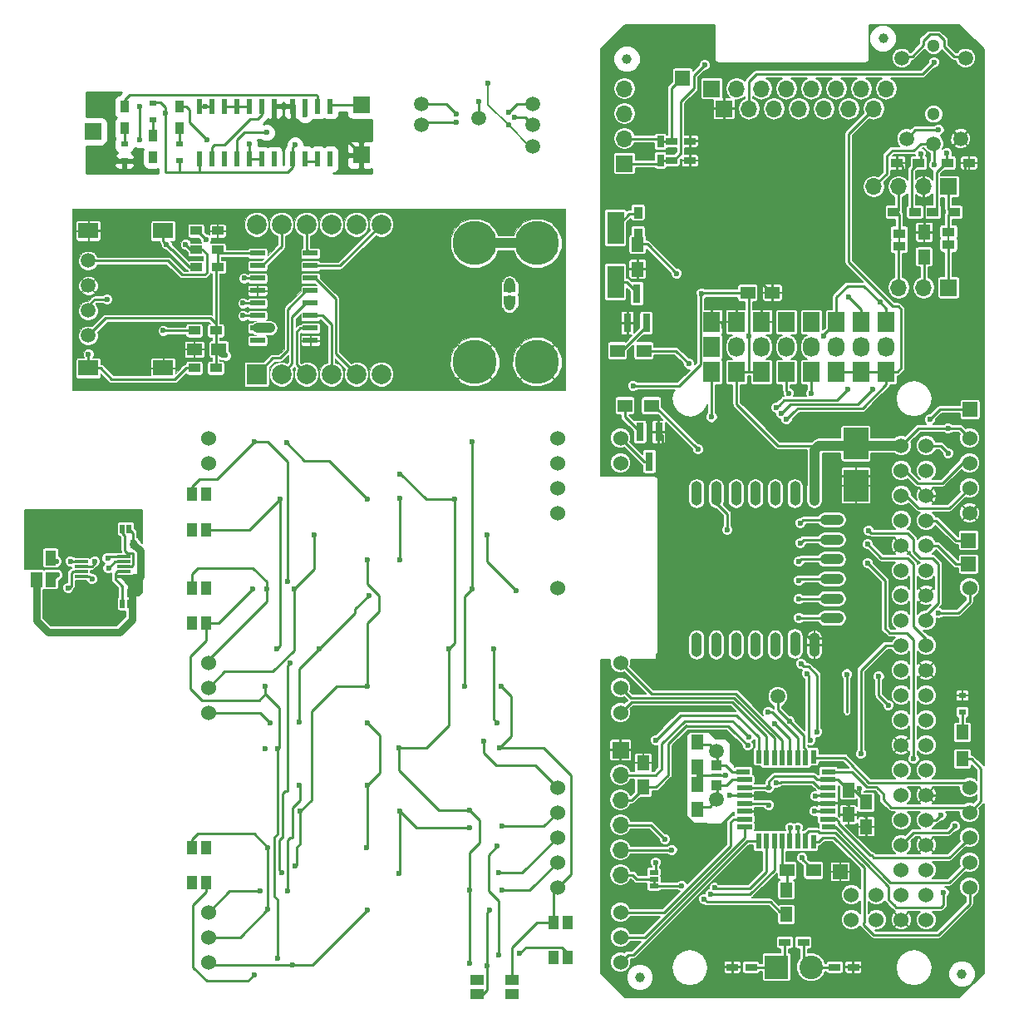
<source format=gbl>
%MOIN*%
%OFA0B0*%
%FSLAX46Y46*%
%IPPOS*%
%LPD*%
%ADD10C,0.0078740157480314977*%
%ADD11C,0.059055118110236227*%
%ADD12C,0.023622047244094488*%
%ADD13C,0.00984251968503937*%
%ADD24C,0.0039370078740157488*%
%ADD25C,0.03937007874015748*%
%ADD26R,0.031496062992125991X0.074803149606299218*%
%ADD27R,0.0669X0.1299*%
%ADD28R,0.062992125984251982X0.021653543307086617*%
%ADD29R,0.055118110236220472X0.021653543307086617*%
%ADD30R,0.021653543307086617X0.055118110236220472*%
%ADD31R,0.021653543307086617X0.062992125984251982*%
%ADD32R,0.055118110236220472X0.01968503937007874*%
%ADD33R,0.01968503937007874X0.055118110236220472*%
%ADD34R,0.059055118110236227X0.051181102362204731*%
%ADD35R,0.059055118110236227X0.059055118110236227*%
%ADD36C,0.059055118110236227*%
%ADD37O,0.043307086614173235X0.0984251968503937*%
%ADD38O,0.094488188976377951X0.043307086614173235*%
%ADD39R,0.068X0.08*%
%ADD40O,0.068X0.08*%
%ADD41R,0.05X0.038188976377952759*%
%ADD42R,0.066929133858267723X0.066929133858267723*%
%ADD43O,0.066929133858267723X0.066929133858267723*%
%ADD44C,0.094488188976377951*%
%ADD45R,0.094488188976377951X0.094488188976377951*%
%ADD46R,0.03937007874015748X0.015748031496062995*%
%ADD47R,0.03937007874015748X0.03937007874015748*%
%ADD48R,0.049212598425196853X0.059055118110236227*%
%ADD49R,0.059055118110236227X0.049212598425196853*%
%ADD50R,0.047244094488188976X0.029527559055118113*%
%ADD51R,0.029527559055118113X0.047244094488188976*%
%ADD52R,0.031496062992125991X0.023622047244094488*%
%ADD53R,0.035433070866141732X0.01968503937007874*%
%ADD54R,0.047244094488188976X0.035433070866141732*%
%ADD55R,0.035433070866141732X0.047244094488188976*%
%ADD56R,0.051181102362204731X0.059055118110236227*%
%ADD57C,0.060000000000000005*%
%ADD58R,0.0984251968503937X0.12598425196850396*%
%ADD59C,0.051181102362204731*%
%ADD60C,0.023622047244094488*%
%ADD61C,0.00984251968503937*%
%ADD62C,0.03937007874015748*%
%ADD63C,0.0078740157480314977*%
%ADD74C,0.0039370078740157488*%
%ADD75R,0.041338582677165357X0.055118110236220472*%
%ADD76R,0.055118110236220472X0.041338582677165357*%
%ADD77C,0.060000000000000005*%
%ADD78C,0.023622047244094488*%
%ADD79C,0.00984251968503937*%
%ADD90C,0.0078740157480314977*%
%ADD101C,0.0039370078740157488*%
%ADD102R,0.01968503937007874X0.035433070866141732*%
%ADD103R,0.043307086614173235X0.059055118110236227*%
%ADD104R,0.051181102362204731X0.059055118110236227*%
%ADD105R,0.055118110236220472X0.011811023622047244*%
%ADD106R,0.01968503937007874X0.033464566929133861*%
%ADD107C,0.023622047244094488*%
%ADD108C,0.00984251968503937*%
%ADD109C,0.031496062992125991*%
%ADD110C,0.0062992125984251976*%
%ADD111C,0.0078740157480314977*%
%ADD122C,0.0078740157480314977*%
%ADD123R,0.059055118110236227X0.023622047244094488*%
%ADD124R,0.08X0.08*%
%ADD125C,0.07874015748031496*%
%ADD126R,0.047244094488188976X0.035433070866141732*%
%ADD127R,0.07874015748031496X0.062992125984251982*%
%ADD128C,0.059055118110236227*%
%ADD129R,0.059055118110236227X0.049212598425196853*%
%ADD130C,0.17720000000000002*%
%ADD131R,0.05X0.038188976377952759*%
%ADD132C,0.023622047244094488*%
%ADD133C,0.03937007874015748*%
%ADD134C,0.00984251968503937*%
%ADD135C,0.01968503937007874*%
%ADD136C,0.0039370078740157488*%
%ADD147C,0.0039370078740157488*%
%ADD148R,0.031496062992125991X0.023622047244094488*%
%ADD149R,0.035433070866141732X0.047244094488188976*%
%ADD150R,0.023622047244094488X0.059055118110236227*%
%ADD151R,0.023622047244094488X0.0610236220472441*%
%ADD152R,0.066929133858267723X0.066929133858267723*%
%ADD153C,0.023622047244094488*%
%ADD154C,0.00984251968503937*%
%ADD155C,0.01*%
%LPD*%
G01G01G01G01*
D10*
D11*
X-0003740157Y0007086613D02*
X0001644842Y0003601614D03*
X0001644842Y0003516614D03*
X0002089842Y0003431614D03*
X0002089842Y0003516614D03*
X0002089842Y0003601614D03*
X0001874842Y0003544114D03*
D12*
X0001874842Y0003611614D03*
X0001909891Y0003684658D03*
X0001992342Y0003516614D03*
X0001784842Y0003561614D03*
X0001782736Y0003528401D03*
X0002017342Y0003546614D03*
X0001992342Y0003568188D03*
D13*
X0001874842Y0003544114D02*
X0001874842Y0003611614D01*
D10*
X0001992342Y0003516614D02*
X0001909891Y0003599064D01*
X0001909891Y0003599064D02*
X0001909891Y0003615678D01*
X0001909891Y0003615678D02*
X0001909891Y0003684658D01*
X0001992342Y0003516614D02*
X0002077341Y0003431614D01*
X0002077341Y0003431614D02*
X0002089842Y0003431614D01*
D13*
X0001784842Y0003561614D02*
X0001744842Y0003601614D01*
X0001744842Y0003601614D02*
X0001644842Y0003601614D01*
X0001782736Y0003528401D02*
X0001656630Y0003528401D01*
X0001656630Y0003528401D02*
X0001644842Y0003516614D01*
X0002017342Y0003546614D02*
X0002059842Y0003546614D01*
X0002059842Y0003546614D02*
X0002089842Y0003516614D01*
X0001992342Y0003568188D02*
X0002025767Y0003601614D01*
X0002025767Y0003601614D02*
X0002089842Y0003601614D01*
G01G01G01G01G01G01G01G01*
D24*
D25*
X0000708660Y0005511811D02*
X0002520661Y0000100810D03*
X0003811661Y0000114810D03*
X0003495661Y0003862811D03*
D26*
X0002546061Y0002722755D03*
X0002471259Y0002722755D03*
X0002508661Y0002840866D03*
D27*
X0002423161Y0003104611D03*
X0002423161Y0002888011D03*
D28*
X0002938838Y0000704074D03*
X0002938838Y0000735570D03*
X0002938838Y0000767066D03*
X0002938838Y0000798562D03*
X0002938838Y0000830059D03*
X0002938838Y0000861555D03*
X0002938838Y0000893050D03*
D29*
X0002934901Y0000924547D03*
D30*
X0002995925Y0000985570D03*
D31*
X0003027421Y0000981633D03*
X0003058917Y0000981633D03*
X0003090413Y0000981633D03*
X0003121909Y0000981633D03*
X0003153405Y0000981633D03*
X0003184900Y0000981633D03*
D30*
X0003216397Y0000985570D03*
D29*
X0003277421Y0000924547D03*
D28*
X0003273483Y0000893050D03*
X0003273483Y0000861555D03*
X0003273483Y0000830059D03*
X0003273483Y0000798562D03*
X0003273483Y0000767066D03*
X0003273483Y0000735570D03*
D32*
X0003277421Y0000704074D03*
D33*
X0003216397Y0000643051D03*
D31*
X0003184900Y0000646988D03*
X0003153405Y0000646988D03*
X0003121909Y0000646988D03*
X0003090413Y0000646988D03*
X0003058917Y0000646988D03*
X0003027421Y0000646988D03*
X0002995925Y0000646988D03*
D34*
X0003110511Y0000529311D03*
X0003216811Y0000529311D03*
X0002430511Y0002611811D03*
X0002536811Y0002611811D03*
X0002460511Y0002391810D03*
X0002566811Y0002391810D03*
D35*
X0003844488Y0002375984D03*
X0003323661Y0000524310D03*
D36*
X0003073661Y0001226811D03*
D37*
X0002748661Y0002039370D03*
X0002827401Y0002039370D03*
X0002906141Y0002039370D03*
X0002984881Y0002039370D03*
X0003063622Y0002039370D03*
X0003142362Y0002039370D03*
X0003221102Y0002039370D03*
D38*
X0003290000Y0001933464D03*
X0003290000Y0001854724D03*
X0003290000Y0001775984D03*
X0003290000Y0001697244D03*
X0003290000Y0001618503D03*
X0003290000Y0001539763D03*
D37*
X0003221102Y0001433070D03*
X0003142362Y0001437007D03*
X0003063622Y0001433070D03*
X0002984881Y0001433070D03*
X0002906141Y0001433070D03*
X0002827401Y0001433070D03*
X0002748661Y0001433070D03*
D39*
X0002808661Y0002626811D03*
D40*
X0002908661Y0002626811D03*
X0003008661Y0002626811D03*
X0003108661Y0002626811D03*
X0003208661Y0002626811D03*
X0003308661Y0002626811D03*
X0003408661Y0002626811D03*
X0003508661Y0002626811D03*
D39*
X0002808661Y0002526811D03*
X0002808661Y0002726811D03*
X0002908661Y0002526811D03*
X0002908661Y0002726811D03*
X0003008661Y0002526811D03*
X0003008661Y0002726811D03*
X0003108661Y0002526811D03*
X0003108661Y0002726811D03*
X0003208661Y0002526811D03*
X0003208661Y0002726811D03*
X0003308661Y0002526811D03*
X0003308661Y0002726811D03*
X0003408661Y0002526811D03*
X0003408661Y0002726811D03*
X0003508661Y0002526811D03*
X0003508661Y0002726811D03*
D41*
X0003758660Y0003087007D03*
X0003758660Y0003036614D03*
X0003561161Y0003031614D03*
X0003561161Y0003082007D03*
D42*
X0003758660Y0003269311D03*
D43*
X0003658661Y0003269311D03*
X0003558661Y0003269311D03*
X0003458661Y0003269311D03*
D42*
X0003758660Y0002864311D03*
D43*
X0003658661Y0002864311D03*
X0003558661Y0002864311D03*
D26*
X0002521259Y0002285866D03*
X0002596062Y0002285866D03*
X0002558661Y0002167755D03*
D35*
X0003838661Y0001851811D03*
X0003838661Y0001756811D03*
D44*
X0003206456Y0000141811D03*
D45*
X0003068661Y0000141811D03*
D46*
X0002828661Y0000910747D03*
D47*
X0002828661Y0000870984D03*
D36*
X0002828661Y0001006810D03*
X0002828661Y0000814685D03*
D47*
X0002828661Y0000951692D03*
D42*
X0002458661Y0003361811D03*
D43*
X0002458661Y0003461811D03*
X0002458661Y0003561811D03*
X0002458661Y0003661810D03*
D35*
X0002691661Y0003704811D03*
D48*
X0002751161Y0000873523D03*
X0002751161Y0000775098D03*
X0002751161Y0000945098D03*
X0002751161Y0001043523D03*
X0002533661Y0000862598D03*
X0002533661Y0000961023D03*
X0003356661Y0000851023D03*
X0003356661Y0000752598D03*
D49*
X0002953447Y0002843811D03*
X0003051874Y0002843811D03*
D48*
X0003428661Y0000803023D03*
X0003428661Y0000704598D03*
X0003661161Y0002987811D03*
X0003661161Y0003086236D03*
D50*
X0002721464Y0003451811D03*
X0002646661Y0003451811D03*
D51*
X0002602661Y0003449211D03*
X0002602661Y0003374408D03*
D50*
X0002646661Y0003373811D03*
X0002721464Y0003373811D03*
X0002891259Y0000141811D03*
X0002966062Y0000141811D03*
X0003101259Y0000241810D03*
X0003176062Y0000241810D03*
X0003301259Y0000141811D03*
X0003376062Y0000141811D03*
D48*
X0002511811Y0003037401D03*
X0002511811Y0002938976D03*
X0003108661Y0000451023D03*
X0003108661Y0000352598D03*
D52*
X0003813661Y0001230275D03*
X0003813661Y0001163346D03*
D53*
X0002576161Y0000466811D03*
X0002576161Y0000494370D03*
X0002576161Y0000521929D03*
D42*
X0002808661Y0003661810D03*
D43*
X0002908661Y0003661810D03*
X0003008661Y0003661810D03*
X0003108661Y0003661810D03*
X0003208661Y0003661810D03*
X0003308661Y0003661810D03*
X0003408661Y0003661810D03*
X0003508661Y0003661810D03*
D42*
X0002442519Y0001011811D03*
D43*
X0002442519Y0000911810D03*
X0002442519Y0000811811D03*
X0002442519Y0000711811D03*
X0002442519Y0000611811D03*
X0002442519Y0000511811D03*
D42*
X0002858661Y0003581811D03*
D43*
X0002958661Y0003581811D03*
X0003058661Y0003581811D03*
X0003158661Y0003581811D03*
X0003258661Y0003581811D03*
X0003358660Y0003581811D03*
X0003458661Y0003581811D03*
D54*
X0003753661Y0003364310D03*
X0003840275Y0003364310D03*
X0003552047Y0003364310D03*
X0003638660Y0003364310D03*
X0003781968Y0003166810D03*
X0003695354Y0003166810D03*
X0003537854Y0003166810D03*
X0003624468Y0003166810D03*
D55*
X0002512661Y0003078503D03*
X0002512661Y0003165118D03*
D56*
X0003813661Y0001082460D03*
X0003813661Y0000976161D03*
D25*
X0002468661Y0003779811D03*
D57*
X0003568661Y0002231811D03*
X0003668661Y0002231811D03*
X0003568661Y0002131810D03*
X0003668661Y0002131810D03*
X0003568661Y0002031810D03*
X0003668661Y0002031810D03*
X0003568661Y0001931811D03*
X0003668661Y0001931811D03*
X0003568661Y0001831811D03*
X0003668661Y0001831811D03*
X0003568661Y0001731811D03*
X0003668661Y0001731811D03*
X0003568661Y0001631810D03*
X0003668661Y0001631810D03*
X0003568661Y0001531811D03*
X0003668661Y0001531811D03*
X0003568661Y0001431810D03*
X0003668661Y0001431810D03*
X0003568661Y0001331811D03*
X0003668661Y0001331811D03*
X0003568661Y0001231810D03*
X0003668661Y0001231810D03*
X0003568661Y0001131811D03*
X0003668661Y0001131811D03*
X0003568661Y0001031811D03*
X0003668661Y0001031811D03*
X0003568661Y0000931810D03*
X0003668661Y0000931810D03*
X0003568661Y0000831811D03*
X0003668661Y0000831811D03*
X0003568661Y0000731810D03*
X0003668661Y0000731810D03*
X0003568661Y0000631811D03*
X0003668661Y0000631811D03*
X0003568661Y0000531810D03*
X0003668661Y0000531810D03*
X0003568661Y0000431810D03*
X0003668661Y0000431810D03*
X0003568661Y0000331810D03*
X0003668661Y0000331810D03*
X0003468660Y0000431810D03*
X0003468660Y0000331810D03*
X0003368661Y0000431810D03*
X0003368661Y0000331810D03*
X0002442519Y0002162204D03*
X0002442519Y0002262204D03*
X0003842519Y0000462204D03*
X0003842519Y0000562204D03*
X0003842519Y0000662204D03*
X0003842519Y0000762204D03*
X0003842519Y0000862204D03*
X0002442519Y0001362204D03*
X0002442519Y0001262204D03*
X0002442519Y0001162204D03*
X0002442519Y0000362204D03*
X0002442519Y0000262204D03*
X0002442519Y0000162204D03*
X0003842519Y0002262204D03*
X0003842519Y0002162204D03*
X0003842519Y0002062204D03*
X0003842519Y0001962204D03*
X0003842519Y0001662204D03*
D58*
X0003386661Y0002240456D03*
X0003386661Y0002071165D03*
D59*
X0003698660Y0003835511D03*
D36*
X0003590393Y0003461496D03*
X0003806929Y0003461496D03*
X0003698660Y0003441811D03*
X0003570708Y0003784330D03*
X0003826614Y0003784330D03*
D59*
X0003698660Y0003559920D03*
D60*
X0003351161Y0001315585D03*
X0003478661Y0001306810D03*
X0003516161Y0001191811D03*
X0003223661Y0000826811D03*
X0003700661Y0003767811D03*
X0002958661Y0002669811D03*
X0003400661Y0000855810D03*
X0003171161Y0000579311D03*
X0002952755Y0001029527D03*
X0002667661Y0002921811D03*
X0002768661Y0002841811D03*
X0002492661Y0002471811D03*
X0003756629Y0002301810D03*
X0003037660Y0000791810D03*
X0003038661Y0000861810D03*
X0003406161Y0000996811D03*
X0002919661Y0000989810D03*
X0003622661Y0003759811D03*
X0003086661Y0000817811D03*
X0003660660Y0003133811D03*
X0003811161Y0000811811D03*
X0003878661Y0001476810D03*
X0003878661Y0001396811D03*
X0003878661Y0001319310D03*
X0003878661Y0001239310D03*
X0003878661Y0001161811D03*
X0003878661Y0001081810D03*
X0003878661Y0001004311D03*
X0003878661Y0001556811D03*
X0003713661Y0000981811D03*
X0003428661Y0000749810D03*
X0003356661Y0000795811D03*
X0002996161Y0001501811D03*
X0002996161Y0001591811D03*
X0002996161Y0001671811D03*
X0002996161Y0001761811D03*
X0002996161Y0001851811D03*
X0002996161Y0001929131D03*
X0002938661Y0001501811D03*
X0002938661Y0001591811D03*
X0002938661Y0001671811D03*
X0002938661Y0001761811D03*
X0002938661Y0001851811D03*
X0002938661Y0001931811D03*
X0003338661Y0000949310D03*
X0003308661Y0001011811D03*
X0003308661Y0001061811D03*
X0003308661Y0001111810D03*
X0003358660Y0001111810D03*
X0003358660Y0001061811D03*
X0003358660Y0001011811D03*
X0003358660Y0001361811D03*
X0003283661Y0001361811D03*
X0003283661Y0001411811D03*
X0003358660Y0001411811D03*
X0003433661Y0001411811D03*
X0003433661Y0001461810D03*
X0003358660Y0001461810D03*
X0003283661Y0001461810D03*
X0002858661Y0002931811D03*
X0002381889Y0001318897D03*
X0002381889Y0001240157D03*
X0002381889Y0001161417D03*
X0002381889Y0001082677D03*
X0002381889Y0001003937D03*
X0002381889Y0000925196D03*
X0002381889Y0000846455D03*
X0002381889Y0000767716D03*
X0002381889Y0000688976D03*
X0002381889Y0000610236D03*
X0002381889Y0000531496D03*
X0002381889Y0000452755D03*
X0002381889Y0000374015D03*
X0002381889Y0000295275D03*
X0002381889Y0000216535D03*
X0002381889Y0000118110D03*
X0002480314Y0000039370D03*
X0002637795Y0000039370D03*
X0002736220Y0000039370D03*
X0002814960Y0000039370D03*
X0002893700Y0000039370D03*
X0003346456Y0000039370D03*
X0003405511Y0000039370D03*
X0003484251Y0000039370D03*
X0003562992Y0000039370D03*
X0003641732Y0000039370D03*
X0003720472Y0000039370D03*
X0003799212Y0000039370D03*
X0003877952Y0000118110D03*
X0003877952Y0000196850D03*
X0003877952Y0000354330D03*
X0003877952Y0000275590D03*
X0002381889Y0002145669D03*
X0002381889Y0002224409D03*
X0002381889Y0002303149D03*
X0002381889Y0002381889D03*
X0002381889Y0002460629D03*
X0002381889Y0002539370D03*
X0002381889Y0002696850D03*
X0002381889Y0002775590D03*
X0002381889Y0002972440D03*
X0002381889Y0003011811D03*
X0002381889Y0003208661D03*
X0002381889Y0003248031D03*
X0002381889Y0003326771D03*
X0002381889Y0003405511D03*
X0002381889Y0003484251D03*
X0002381889Y0003562992D03*
X0002381889Y0003641732D03*
X0002381889Y0003720472D03*
X0002381889Y0003799212D03*
X0002500000Y0003897637D03*
X0002578740Y0003897637D03*
X0002657479Y0003897637D03*
X0002736220Y0003897637D03*
X0002803661Y0003897811D03*
X0003602362Y0003897637D03*
X0003799212Y0003897637D03*
X0003877952Y0003799212D03*
X0003877952Y0003700787D03*
X0003877952Y0003602362D03*
X0003877952Y0003503937D03*
X0003877952Y0003425196D03*
X0003877952Y0003326771D03*
X0003877952Y0003248031D03*
X0003877952Y0002460629D03*
X0003877952Y0002539370D03*
X0003877952Y0002618110D03*
X0003877952Y0002696850D03*
X0003877952Y0002775590D03*
X0003877952Y0002854330D03*
X0003877952Y0002933070D03*
X0003877952Y0003011811D03*
X0003877952Y0003090551D03*
X0003877952Y0003169291D03*
X0003824803Y0003328740D03*
X0003572834Y0003328740D03*
X0003500000Y0002114173D03*
X0003505905Y0002185039D03*
X0003460628Y0002185039D03*
X0003464566Y0002112204D03*
X0003303149Y0002110236D03*
X0003305118Y0002179133D03*
X0003269685Y0002177165D03*
X0003269685Y0002114173D03*
X0003293661Y0001989310D03*
X0003493661Y0001976811D03*
X0003463661Y0001971811D03*
X0003423661Y0001951809D03*
X0003463661Y0001936810D03*
X0003358660Y0001979311D03*
X0003110236Y0001929131D03*
X0003070866Y0001929131D03*
X0003070866Y0001811023D03*
X0003110236Y0001811023D03*
X0003110236Y0001732283D03*
X0003070866Y0001732283D03*
X0003070866Y0001653542D03*
X0003110236Y0001653542D03*
X0003110236Y0001574803D03*
X0003070866Y0001574803D03*
X0003068897Y0001523622D03*
X0002881889Y0000830708D03*
X0002862204Y0000909448D03*
X0002842099Y0000480618D03*
X0002991161Y0000834310D03*
X0003196161Y0000719311D03*
X0002858661Y0002711810D03*
X0002611161Y0002219311D03*
X0002613660Y0002151811D03*
X0002611161Y0002034310D03*
X0002611161Y0001871811D03*
X0002613660Y0001716811D03*
X0002606161Y0001576811D03*
X0002611161Y0001301811D03*
X0003326160Y0000524310D03*
X0002983661Y0000566811D03*
X0002993661Y0000761810D03*
X0003121161Y0001126810D03*
X0002716161Y0002559311D03*
X0002753661Y0002216811D03*
X0003061161Y0001116811D03*
X0003108661Y0002336811D03*
X0003117661Y0002441811D03*
X0003208661Y0002440811D03*
X0003756629Y0002201811D03*
X0003683661Y0002336811D03*
X0003438661Y0001891811D03*
X0003163661Y0001921809D03*
X0003433661Y0001836811D03*
X0003163661Y0001841810D03*
X0003618661Y0000976810D03*
X0003433661Y0001761811D03*
X0003158661Y0001766810D03*
X0003158661Y0001691810D03*
X0003158661Y0001616810D03*
X0003158661Y0001541811D03*
X0003728661Y0000751811D03*
X0002870661Y0001893811D03*
X0003783661Y0000706811D03*
X0003221161Y0000766811D03*
X0003751161Y0003404311D03*
X0003646196Y0003401775D03*
X0002583661Y0000561810D03*
X0002583661Y0001051810D03*
X0003035304Y0001163454D03*
X0002808661Y0002345811D03*
X0003738661Y0000441811D03*
X0003066947Y0000881525D03*
X0002956692Y0001062992D03*
X0003204661Y0001051810D03*
X0003190661Y0001317810D03*
X0003153661Y0000701809D03*
X0003166661Y0001357811D03*
X0003123660Y0000701809D03*
X0003231015Y0001084448D03*
X0002621161Y0000654311D03*
X0002803390Y0000434381D03*
X0002648661Y0000611811D03*
X0002820252Y0000459099D03*
X0003700661Y0003355811D03*
X0003258661Y0002669811D03*
X0003483661Y0002806811D03*
X0003086693Y0002360297D03*
X0003453661Y0002456811D03*
X0003358660Y0002826810D03*
X0003067661Y0002383811D03*
X0003353661Y0002456811D03*
X0003717455Y0001561811D03*
X0002688661Y0000467809D03*
X0002778661Y0000414810D03*
X0003718661Y0003495811D03*
X0002780661Y0003756811D03*
D61*
X0003351161Y0001298881D02*
X0003351161Y0001315585D01*
X0003351161Y0001164310D02*
X0003351161Y0001298881D01*
X0003478661Y0001306810D02*
X0003478661Y0001229311D01*
X0003478661Y0001229311D02*
X0003516161Y0001191811D01*
X0003223661Y0000826811D02*
X0003226909Y0000830059D01*
X0003226909Y0000830059D02*
X0003273483Y0000830059D01*
X0002533661Y0000862598D02*
X0002584448Y0000862598D01*
X0002706661Y0001109811D02*
X0002707661Y0001108810D01*
X0002584448Y0000862598D02*
X0002633661Y0000911810D01*
X0002707661Y0001108810D02*
X0002873472Y0001108810D01*
X0002633661Y0000911810D02*
X0002633661Y0001036810D01*
X0002633661Y0001036810D02*
X0002706661Y0001109811D01*
X0002873472Y0001108810D02*
X0002893700Y0001088582D01*
X0002893700Y0001088582D02*
X0002952755Y0001029527D01*
X0003344661Y0003719811D02*
X0003652661Y0003719811D01*
X0003652661Y0003719811D02*
X0003700661Y0003767811D01*
X0003038661Y0000885810D02*
X0003038661Y0000861810D01*
X0003059661Y0000906810D02*
X0003038661Y0000885810D01*
X0003086574Y0000906810D02*
X0003059661Y0000906810D01*
X0002986661Y0003719811D02*
X0003344661Y0003719811D01*
X0002958661Y0003691810D02*
X0002986661Y0003719811D01*
X0002958661Y0003677944D02*
X0002958661Y0003691810D01*
X0002958661Y0003581811D02*
X0002958661Y0003677944D01*
D62*
X0003310660Y0002231811D02*
X0003384015Y0002231811D01*
X0003384015Y0002231811D02*
X0003393661Y0002241456D01*
D61*
X0003238661Y0002231811D02*
X0003231161Y0002231811D01*
D62*
X0003310660Y0002231811D02*
X0003238661Y0002231811D01*
X0003238661Y0002231811D02*
X0003221102Y0002214251D01*
X0003221102Y0002214251D02*
X0003221102Y0002011810D01*
D61*
X0002958661Y0002791811D02*
X0002958661Y0002669811D01*
X0002958661Y0002669811D02*
X0002958661Y0002526811D01*
X0003273483Y0000893050D02*
X0003314822Y0000893050D01*
X0003314822Y0000893050D02*
X0003356661Y0000851212D01*
X0003356661Y0000851212D02*
X0003356661Y0000851023D01*
X0003400661Y0000831023D02*
X0003400661Y0000831811D01*
X0003400661Y0000831811D02*
X0003381448Y0000851023D01*
X0003381448Y0000851023D02*
X0003356661Y0000851023D01*
X0003400661Y0000855810D02*
X0003400661Y0000831023D01*
X0003400661Y0000831023D02*
X0003428661Y0000803023D01*
X0003661161Y0002987811D02*
X0003661161Y0002866811D01*
X0003661161Y0002866811D02*
X0003658661Y0002864311D01*
X0003171161Y0000579311D02*
X0003171161Y0000574960D01*
X0003171161Y0000574960D02*
X0003216811Y0000529311D01*
X0002443661Y0000811811D02*
X0002487795Y0000811811D01*
X0002487795Y0000811811D02*
X0002533661Y0000857677D01*
X0002533661Y0000857677D02*
X0002533661Y0000862598D01*
X0002958661Y0002842440D02*
X0002958661Y0002791811D01*
X0002512661Y0003084408D02*
X0002511811Y0003083559D01*
X0002511811Y0003083559D02*
X0002511811Y0003027559D01*
X0002511811Y0003027559D02*
X0002523622Y0003039370D01*
X0002523622Y0003039370D02*
X0002550102Y0003039370D01*
D62*
X0003310660Y0002231811D02*
X0003568661Y0002231811D01*
D61*
X0003273483Y0000893050D02*
X0003232145Y0000893050D01*
X0003232145Y0000893050D02*
X0003218385Y0000906810D01*
X0003218385Y0000906810D02*
X0003086574Y0000906810D01*
X0003043405Y0000863641D02*
X0003043405Y0000861555D01*
X0002550102Y0003039370D02*
X0002667661Y0002921811D01*
X0002492661Y0002471811D02*
X0002678661Y0002471811D01*
X0002678661Y0002471811D02*
X0002763440Y0002556590D01*
X0002763661Y0002836810D02*
X0002768661Y0002841811D01*
X0002763440Y0002556590D02*
X0002763440Y0002575786D01*
X0002763440Y0002575786D02*
X0002763661Y0002576006D01*
X0002763661Y0002576006D02*
X0002763661Y0002577614D01*
X0002763661Y0002577614D02*
X0002763440Y0002577834D01*
X0002763440Y0002577834D02*
X0002763440Y0002675787D01*
X0002763440Y0002675787D02*
X0002763661Y0002676007D01*
X0002763661Y0002676007D02*
X0002763661Y0002677614D01*
X0002763661Y0002677614D02*
X0002763440Y0002677834D01*
X0002763440Y0002677834D02*
X0002763440Y0002775787D01*
X0002763440Y0002775787D02*
X0002763661Y0002776007D01*
X0002763661Y0002776007D02*
X0002763661Y0002836810D01*
X0002958661Y0002842440D02*
X0002769290Y0002842440D01*
X0002769290Y0002842440D02*
X0002768661Y0002841811D01*
X0003739926Y0002301810D02*
X0003756629Y0002301810D01*
X0003802912Y0002301810D02*
X0003773332Y0002301810D01*
X0003773332Y0002301810D02*
X0003756629Y0002301810D01*
X0003842519Y0002262204D02*
X0003802912Y0002301810D01*
X0003638660Y0002301810D02*
X0003739926Y0002301810D01*
X0003568661Y0002231811D02*
X0003638660Y0002301810D01*
X0002908661Y0002526811D02*
X0002908661Y0002396811D01*
X0002908661Y0002396811D02*
X0003073661Y0002231811D01*
X0003073661Y0002231811D02*
X0003203661Y0002231811D01*
X0003030909Y0000798562D02*
X0003037660Y0000791810D01*
X0002938838Y0000798562D02*
X0003030909Y0000798562D01*
X0003209291Y0002231259D02*
X0003209842Y0002231811D01*
X0003038661Y0000861555D02*
X0003043405Y0000861555D01*
X0003038661Y0000861810D02*
X0003038661Y0000861555D01*
X0003568661Y0001431810D02*
X0003506161Y0001431810D01*
X0003406161Y0001331811D02*
X0003406161Y0000996811D01*
X0003506161Y0001431810D02*
X0003406161Y0001331811D01*
X0002938838Y0000861555D02*
X0003043405Y0000861555D01*
X0003209842Y0002231811D02*
X0003203661Y0002231811D01*
X0003203661Y0002231811D02*
X0003231161Y0002231811D01*
X0002908661Y0002526811D02*
X0002958661Y0002526811D01*
X0002958661Y0002526811D02*
X0003008661Y0002526811D01*
X0003602362Y0003897637D02*
X0003590551Y0003885826D01*
X0003590551Y0003885826D02*
X0003590551Y0003878416D01*
X0003590551Y0003878416D02*
X0003472944Y0003760810D01*
X0003472944Y0003760810D02*
X0002821661Y0003760810D01*
X0002821661Y0003760810D02*
X0002803661Y0003778811D01*
X0002803661Y0003778811D02*
X0002803661Y0003897811D01*
X0003602362Y0003897637D02*
X0003721663Y0003897637D01*
X0003721663Y0003897637D02*
X0003799212Y0003897637D01*
X0002991161Y0000834310D02*
X0003070160Y0000834310D01*
X0003070160Y0000834310D02*
X0003086661Y0000817811D01*
X0003660660Y0003133811D02*
X0003660660Y0003145811D01*
X0003660660Y0003145811D02*
X0003659310Y0003147161D01*
X0003659310Y0003147161D02*
X0003659310Y0003221335D01*
X0003659310Y0003221335D02*
X0003658661Y0003221985D01*
X0003658661Y0003221985D02*
X0003658661Y0003269311D01*
X0003661161Y0003086236D02*
X0003661161Y0003133311D01*
X0003661161Y0003133311D02*
X0003660660Y0003133811D01*
X0002858661Y0002931811D02*
X0002859448Y0002931022D01*
X0002859448Y0002931022D02*
X0002959740Y0002931022D01*
X0003046952Y0002843811D02*
X0003051874Y0002843811D01*
X0002959740Y0002931022D02*
X0003046952Y0002843811D01*
X0003668661Y0000831811D02*
X0003791161Y0000831811D01*
X0003791161Y0000831811D02*
X0003811161Y0000811811D01*
X0003878661Y0001004311D02*
X0003871161Y0001004311D01*
X0003878661Y0001556811D02*
X0003878661Y0001476810D01*
X0003878661Y0001396811D02*
X0003878661Y0001319310D01*
X0003878661Y0001239310D02*
X0003878661Y0001161811D01*
X0003878661Y0001004311D02*
X0003878661Y0001081810D01*
X0003758660Y0001026810D02*
X0003713661Y0000981811D01*
X0003848661Y0001026810D02*
X0003758660Y0001026810D01*
X0003871161Y0001004311D02*
X0003848661Y0001026810D01*
X0002480314Y0003897637D02*
X0002381889Y0003799212D01*
X0003428661Y0000704598D02*
X0003428661Y0000749810D01*
X0003356661Y0000795811D02*
X0003356661Y0000752598D01*
X0002996161Y0001671811D02*
X0002996161Y0001591811D01*
X0002996161Y0001851811D02*
X0002996161Y0001761811D01*
X0002998661Y0001929131D02*
X0002941338Y0001929131D01*
X0003070866Y0001929131D02*
X0002998661Y0001929131D01*
X0002998661Y0001929131D02*
X0002996161Y0001929131D01*
X0002938661Y0001671811D02*
X0002938661Y0001591811D01*
X0002938661Y0001851811D02*
X0002938661Y0001761811D01*
X0002941338Y0001929131D02*
X0002938661Y0001931811D01*
X0003308661Y0001061811D02*
X0003308661Y0001011811D01*
X0003358660Y0001111810D02*
X0003308661Y0001111810D01*
X0003358660Y0001011811D02*
X0003358660Y0001061811D01*
X0003209842Y0001460629D02*
X0003282480Y0001460629D01*
X0003283661Y0001411811D02*
X0003283661Y0001361811D01*
X0003433661Y0001411811D02*
X0003358660Y0001411811D01*
X0003358660Y0001461810D02*
X0003433661Y0001461810D01*
X0003282480Y0001460629D02*
X0003283661Y0001461810D01*
X0002381889Y0001161417D02*
X0002381889Y0001240157D01*
X0002381889Y0001003937D02*
X0002381889Y0001082677D01*
X0002381889Y0000846455D02*
X0002381889Y0000925196D01*
X0002381889Y0000688976D02*
X0002381889Y0000767716D01*
X0002381889Y0000531496D02*
X0002381889Y0000610236D01*
X0002381889Y0000374015D02*
X0002381889Y0000452755D01*
X0002381889Y0000216535D02*
X0002381889Y0000295275D01*
X0002460629Y0000039370D02*
X0002381889Y0000118110D01*
X0002480314Y0000039370D02*
X0002460629Y0000039370D01*
X0002814960Y0000039370D02*
X0002736220Y0000039370D01*
X0003346456Y0000039370D02*
X0002893700Y0000039370D01*
X0003484251Y0000039370D02*
X0003405511Y0000039370D01*
X0003641732Y0000039370D02*
X0003562992Y0000039370D01*
X0003799212Y0000039370D02*
X0003720472Y0000039370D01*
X0003877952Y0000196850D02*
X0003877952Y0000118110D01*
X0003877952Y0000275590D02*
X0003877952Y0000354330D01*
X0002381889Y0002224409D02*
X0002381889Y0002145669D01*
X0002381889Y0002381889D02*
X0002381889Y0002303149D01*
X0002381889Y0002539370D02*
X0002381889Y0002460629D01*
X0002381889Y0002775590D02*
X0002381889Y0002696850D01*
X0002381889Y0003011811D02*
X0002381889Y0002972440D01*
X0002381889Y0003248031D02*
X0002381889Y0003208661D01*
X0002381889Y0003405511D02*
X0002381889Y0003326771D01*
X0002381889Y0003562992D02*
X0002381889Y0003484251D01*
X0002381889Y0003720472D02*
X0002381889Y0003641732D01*
X0002500000Y0003897637D02*
X0002480314Y0003897637D01*
X0002657479Y0003897637D02*
X0002578740Y0003897637D01*
X0002814960Y0003897637D02*
X0002736220Y0003897637D01*
X0003877952Y0003818897D02*
X0003799212Y0003897637D01*
X0003877952Y0003799212D02*
X0003877952Y0003818897D01*
X0003877952Y0003602362D02*
X0003877952Y0003700787D01*
X0003877952Y0003425196D02*
X0003877952Y0003503937D01*
X0003877952Y0003248031D02*
X0003877952Y0003326771D01*
X0003877952Y0002539370D02*
X0003877952Y0002460629D01*
X0003877952Y0002696850D02*
X0003877952Y0002618110D01*
X0003877952Y0002854330D02*
X0003877952Y0002775590D01*
X0003877952Y0003011811D02*
X0003877952Y0002933070D01*
X0003877952Y0003169291D02*
X0003877952Y0003090551D01*
X0003661161Y0003086181D02*
X0003661417Y0003086437D01*
X0003828188Y0003369310D02*
X0003824803Y0003365925D01*
X0003824803Y0003365925D02*
X0003824803Y0003328740D01*
X0003554133Y0003369310D02*
X0003572834Y0003350610D01*
X0003572834Y0003350610D02*
X0003572834Y0003328740D01*
X0003460628Y0002185039D02*
X0003505905Y0002185039D01*
X0003305118Y0002112204D02*
X0003464566Y0002112204D01*
X0003303149Y0002110236D02*
X0003305118Y0002112204D01*
X0003271653Y0002179133D02*
X0003305118Y0002179133D01*
X0003269685Y0002177165D02*
X0003271653Y0002179133D01*
X0003293661Y0002090196D02*
X0003269685Y0002114173D01*
X0003293661Y0001989310D02*
X0003293661Y0002090196D01*
X0003209842Y0001460629D02*
X0003199842Y0001460629D01*
X0003199842Y0001460629D02*
X0003138818Y0001521653D01*
X0003468660Y0001976811D02*
X0003463661Y0001971811D01*
X0003423661Y0001976811D02*
X0003423661Y0001951809D01*
X0003463661Y0001936810D02*
X0003421161Y0001979311D01*
X0003421161Y0001979311D02*
X0003358660Y0001979311D01*
X0003493661Y0001976811D02*
X0003468660Y0001976811D01*
X0003072834Y0001927165D02*
X0003110236Y0001929131D01*
X0003070866Y0001929131D02*
X0003072834Y0001927165D01*
X0003108267Y0001809054D02*
X0003070866Y0001811023D01*
X0003110236Y0001811023D02*
X0003108267Y0001809054D01*
X0003070866Y0001732283D02*
X0003110236Y0001732283D01*
X0003110236Y0001653542D02*
X0003070866Y0001653542D01*
X0003070866Y0001574803D02*
X0003110236Y0001574803D01*
X0003070866Y0001521653D02*
X0003068897Y0001523622D01*
X0003138818Y0001521653D02*
X0003070866Y0001521653D01*
X0002828661Y0000910747D02*
X0002860905Y0000910747D01*
X0002882539Y0000830059D02*
X0002938838Y0000830059D01*
X0002881889Y0000830708D02*
X0002882539Y0000830059D01*
X0002860905Y0000910747D02*
X0002862204Y0000909448D01*
X0002983661Y0000566811D02*
X0002928292Y0000566811D01*
X0002928292Y0000566811D02*
X0002853910Y0000492429D01*
X0002853910Y0000492429D02*
X0002842099Y0000480618D01*
X0002991161Y0000834310D02*
X0002991161Y0000830059D01*
X0002991161Y0000830059D02*
X0002991161Y0000834310D01*
X0002991161Y0000834310D02*
X0002991161Y0000830059D01*
X0003181161Y0000798562D02*
X0003181161Y0000734310D01*
X0003181161Y0000734310D02*
X0003196161Y0000719311D01*
X0003661161Y0003266811D02*
X0003658661Y0003269311D01*
X0002808661Y0002726811D02*
X0002843660Y0002726811D01*
X0002843660Y0002726811D02*
X0002858661Y0002711810D01*
X0002611161Y0002219311D02*
X0002611161Y0002270767D01*
X0002611161Y0002149311D02*
X0002613660Y0002151811D01*
X0002611161Y0002034310D02*
X0002611161Y0002149311D01*
X0002613660Y0001869311D02*
X0002611161Y0001871811D01*
X0002613660Y0001716811D02*
X0002613660Y0001869311D01*
X0002611161Y0001571811D02*
X0002606161Y0001576811D01*
X0002611161Y0001301811D02*
X0002611161Y0001571811D01*
X0002611161Y0002270767D02*
X0002596062Y0002285866D01*
X0003199842Y0001460629D02*
X0003138661Y0001521811D01*
X0002828661Y0000910747D02*
X0002752598Y0000910747D01*
X0002752598Y0000910747D02*
X0002751161Y0000909311D01*
X0003668661Y0002031810D02*
X0003743661Y0002031810D01*
X0003893661Y0002013345D02*
X0003842519Y0001962204D01*
X0003893661Y0002091810D02*
X0003893661Y0002013345D01*
X0003873661Y0002111811D02*
X0003893661Y0002091810D01*
X0003823661Y0002111811D02*
X0003873661Y0002111811D01*
X0003743661Y0002031810D02*
X0003823661Y0002111811D01*
X0002938838Y0000767066D02*
X0002988405Y0000767066D01*
X0002988405Y0000767066D02*
X0002993661Y0000761810D01*
X0002938838Y0000830059D02*
X0002991161Y0000830059D01*
X0002991161Y0000830059D02*
X0003032413Y0000830059D01*
X0003032413Y0000830059D02*
X0003063909Y0000798562D01*
X0003063909Y0000798562D02*
X0003075413Y0000798562D01*
X0003075413Y0000798562D02*
X0003181161Y0000798562D01*
X0003181161Y0000798562D02*
X0003273483Y0000798562D01*
X0002751161Y0000954940D02*
X0002751161Y0000909311D01*
X0002751161Y0000909311D02*
X0002751161Y0000863680D01*
X0002751161Y0000784939D02*
X0002798917Y0000784939D01*
X0002798917Y0000784939D02*
X0002828661Y0000814685D01*
X0002938838Y0000893050D02*
X0002889901Y0000893050D01*
X0002867834Y0000870984D02*
X0002828661Y0000870984D01*
X0002889901Y0000893050D02*
X0002867834Y0000870984D01*
X0002831161Y0000869429D02*
X0002831161Y0000814309D01*
X0002751161Y0001033681D02*
X0002801790Y0001033681D01*
X0002801790Y0001033681D02*
X0002828661Y0001006810D01*
X0002938838Y0000924547D02*
X0002890925Y0000924547D01*
X0002863779Y0000951692D02*
X0002828661Y0000951692D01*
X0002890925Y0000924547D02*
X0002863779Y0000951692D01*
X0002831161Y0001006437D02*
X0002831161Y0000950137D01*
X0003175661Y0001072311D02*
X0003121161Y0001126810D01*
X0003121161Y0001126810D02*
X0003101161Y0001146811D01*
X0003073661Y0001174311D02*
X0003073661Y0001226811D01*
X0003073661Y0001174311D02*
X0003101161Y0001146811D01*
X0002641661Y0002611811D02*
X0002663660Y0002611811D01*
X0002663660Y0002611811D02*
X0002716161Y0002559311D01*
X0003175661Y0001024810D02*
X0003175661Y0001072311D01*
X0002536811Y0002611811D02*
X0002641661Y0002611811D01*
X0003184900Y0000981633D02*
X0003184900Y0001015570D01*
X0003184900Y0001015570D02*
X0003175661Y0001024810D01*
X0002753661Y0002216811D02*
X0002578661Y0002391810D01*
X0002578661Y0002391810D02*
X0002566811Y0002391810D01*
X0003121909Y0001042875D02*
X0003121909Y0001056062D01*
X0003121909Y0001056062D02*
X0003061161Y0001116811D01*
X0003121909Y0000981633D02*
X0003121909Y0001042875D01*
X0002570748Y0002391810D02*
X0002566811Y0002391810D01*
X0003555661Y0002789811D02*
X0003568661Y0002776811D01*
X0003517748Y0002806724D02*
X0003534661Y0002789811D01*
X0003534661Y0002789811D02*
X0003555661Y0002789811D01*
X0003517748Y0002806811D02*
X0003517748Y0002806724D01*
X0003458661Y0003581811D02*
X0003358660Y0003481811D01*
X0003358660Y0003481811D02*
X0003358660Y0002965897D01*
X0003568661Y0002542968D02*
X0003552503Y0002526811D01*
X0003358660Y0002965897D02*
X0003517748Y0002806811D01*
X0003568661Y0002776811D02*
X0003568661Y0002542968D01*
X0003552503Y0002526811D02*
X0003508661Y0002526811D01*
X0003508661Y0002526811D02*
X0003508661Y0002476968D01*
X0003508661Y0002476968D02*
X0003412502Y0002380811D01*
X0003412502Y0002380811D02*
X0003152660Y0002380811D01*
X0003152660Y0002380811D02*
X0003138661Y0002366811D01*
X0003138661Y0002366811D02*
X0003108661Y0002336811D01*
X0003408661Y0002526811D02*
X0003508661Y0002526811D01*
X0003308661Y0002526811D02*
X0003408661Y0002526811D01*
X0002430511Y0002611811D02*
X0002448661Y0002611811D01*
X0002448661Y0002611811D02*
X0002546061Y0002709212D01*
X0002546061Y0002709212D02*
X0002546061Y0002722755D01*
X0002460511Y0002391810D02*
X0002460511Y0002346614D01*
X0002460511Y0002346614D02*
X0002521259Y0002285866D01*
X0003108661Y0002450811D02*
X0003117661Y0002441811D01*
X0003108661Y0002526811D02*
X0003108661Y0002450811D01*
X0003208661Y0002526811D02*
X0003208661Y0002440811D01*
X0003568661Y0001331811D02*
X0003553661Y0001331811D01*
X0003568661Y0001331811D02*
X0003566161Y0001334310D01*
X0003721653Y0002374803D02*
X0003722834Y0002375984D01*
X0003722834Y0002375984D02*
X0003844488Y0002375984D01*
X0003668661Y0002231811D02*
X0003726628Y0002231811D01*
X0003744818Y0002213622D02*
X0003756629Y0002201811D01*
X0003726628Y0002231811D02*
X0003744818Y0002213622D01*
X0003683661Y0002336811D02*
X0003721653Y0002374803D01*
X0003721653Y0002374803D02*
X0003723661Y0002376810D01*
X0003693661Y0001781810D02*
X0003718661Y0001756811D01*
X0003668661Y0001551811D02*
X0003668661Y0001531811D01*
X0003718661Y0001601811D02*
X0003668661Y0001551811D01*
X0003643661Y0001781810D02*
X0003693661Y0001781810D01*
X0003618661Y0001806811D02*
X0003643661Y0001781810D01*
X0003618661Y0001856811D02*
X0003618661Y0001806811D01*
X0003593661Y0001881811D02*
X0003618661Y0001856811D01*
X0003718661Y0001756811D02*
X0003718661Y0001601811D01*
X0003448661Y0001881811D02*
X0003593661Y0001881811D01*
X0003438661Y0001891811D02*
X0003448661Y0001881811D01*
X0003175314Y0001933464D02*
X0003278740Y0001933464D01*
X0003163661Y0001921809D02*
X0003175314Y0001933464D01*
X0003668661Y0001431810D02*
X0003668661Y0001456811D01*
X0003668661Y0001456811D02*
X0003618661Y0001506810D01*
X0003618661Y0001506810D02*
X0003618661Y0001756811D01*
X0003618661Y0001756811D02*
X0003593661Y0001781810D01*
X0003593661Y0001781810D02*
X0003488661Y0001781810D01*
X0003488661Y0001781810D02*
X0003433661Y0001836811D01*
X0003278740Y0001854724D02*
X0003176574Y0001854724D01*
X0003176574Y0001854724D02*
X0003163661Y0001841810D01*
X0003433661Y0001761811D02*
X0003503661Y0001691810D01*
X0003503661Y0001691810D02*
X0003503661Y0001499310D01*
X0003503661Y0001499310D02*
X0003521161Y0001481811D01*
X0003521161Y0001481811D02*
X0003591161Y0001481811D01*
X0003591161Y0001481811D02*
X0003618661Y0001454310D01*
X0003618661Y0001021810D02*
X0003618661Y0000976810D01*
X0003618661Y0001454310D02*
X0003618661Y0001021810D01*
X0003568661Y0000431810D02*
X0003568661Y0000441811D01*
X0003278740Y0001775984D02*
X0003167834Y0001775984D01*
X0003167834Y0001775984D02*
X0003158661Y0001766810D01*
X0003164094Y0001697244D02*
X0003278740Y0001697244D01*
X0003158661Y0001691810D02*
X0003164094Y0001697244D01*
X0003160354Y0001618503D02*
X0003278740Y0001618503D01*
X0003158661Y0001616810D02*
X0003160354Y0001618503D01*
X0003278740Y0001539763D02*
X0003160708Y0001539763D01*
X0003160708Y0001539763D02*
X0003158661Y0001541811D01*
X0003668661Y0001931811D02*
X0003708661Y0001931811D01*
X0003788661Y0001851811D02*
X0003838661Y0001851811D01*
X0003708661Y0001931811D02*
X0003788661Y0001851811D01*
X0003668661Y0001831811D02*
X0003713661Y0001831811D01*
X0003788661Y0001756811D02*
X0003838661Y0001756811D01*
X0003713661Y0001831811D02*
X0003788661Y0001756811D01*
X0003668661Y0000731810D02*
X0003708661Y0000731810D01*
X0003708661Y0000731810D02*
X0003728661Y0000751811D01*
D63*
X0003561161Y0003082007D02*
X0003561161Y0003031614D01*
D61*
X0003558661Y0002864311D02*
X0003558661Y0003029113D01*
X0003558661Y0003029113D02*
X0003561161Y0003031614D01*
X0003558661Y0003269311D02*
X0003558661Y0003173838D01*
X0003558661Y0003173838D02*
X0003551633Y0003166810D01*
X0003561161Y0003082007D02*
X0003561161Y0003157283D01*
X0003561161Y0003157283D02*
X0003551633Y0003166810D01*
X0002868141Y0001959811D02*
X0002816141Y0002011810D01*
X0002870661Y0001893811D02*
X0002870661Y0001957291D01*
X0002870661Y0001957291D02*
X0002868141Y0001959811D01*
X0003568661Y0000931810D02*
X0003568661Y0000941810D01*
X0003568661Y0000931810D02*
X0003568661Y0000936811D01*
X0003781968Y0003166810D02*
X0003768188Y0003166810D01*
X0003768188Y0003166810D02*
X0003758660Y0003176338D01*
X0003768188Y0003166810D02*
X0003758660Y0003157283D01*
D63*
X0003758660Y0003087007D02*
X0003758660Y0003036614D01*
D61*
X0003758660Y0002864311D02*
X0003758660Y0003036614D01*
X0003568661Y0000631811D02*
X0003618661Y0000681810D01*
X0003618661Y0000681810D02*
X0003758660Y0000681810D01*
X0003758660Y0000681810D02*
X0003783661Y0000706811D01*
X0003568661Y0000631811D02*
X0003568661Y0000626811D01*
X0003758660Y0003269311D02*
X0003758660Y0003176338D01*
X0003758660Y0003087007D02*
X0003758660Y0003157283D01*
X0003221417Y0000767066D02*
X0003221161Y0000766811D01*
X0003273483Y0000767066D02*
X0003221417Y0000767066D01*
X0002558661Y0002167755D02*
X0002536968Y0002167755D01*
X0002536968Y0002167755D02*
X0002442519Y0002262204D01*
X0003709133Y0003166810D02*
X0003709133Y0003324311D01*
X0003746161Y0003364310D02*
X0003709133Y0003327283D01*
X0003709133Y0003327283D02*
X0003709133Y0003324311D01*
X0003753661Y0003364310D02*
X0003746161Y0003364310D01*
X0003751161Y0003404311D02*
X0003751161Y0003366811D01*
X0003751161Y0003366811D02*
X0003753661Y0003364310D01*
X0003610688Y0003166810D02*
X0003610688Y0003338838D01*
X0003610688Y0003338838D02*
X0003636161Y0003364310D01*
X0003636161Y0003364310D02*
X0003638660Y0003364310D01*
X0003646196Y0003401775D02*
X0003646196Y0003371847D01*
X0003646196Y0003371847D02*
X0003638660Y0003364310D01*
X0002583661Y0001051810D02*
X0002659803Y0001127952D01*
X0002660803Y0001127952D02*
X0002684661Y0001151811D01*
X0002659803Y0001127952D02*
X0002660803Y0001127952D01*
X0002684661Y0001151811D02*
X0002907244Y0001151811D01*
X0002907244Y0001151811D02*
X0002995925Y0001063129D01*
X0002995925Y0001063129D02*
X0002995925Y0000981633D01*
X0002583661Y0000561810D02*
X0002583661Y0000529429D01*
X0002583661Y0000529429D02*
X0002576161Y0000521929D01*
X0003053661Y0001159311D02*
X0003049518Y0001163454D01*
X0003049518Y0001163454D02*
X0003035304Y0001163454D01*
X0003066161Y0001146811D02*
X0003053661Y0001159311D01*
X0003153405Y0001034208D02*
X0003153405Y0001059566D01*
X0003153405Y0001059566D02*
X0003066161Y0001146811D01*
X0002808661Y0002476968D02*
X0002808661Y0002526811D01*
X0002808661Y0002345811D02*
X0002808661Y0002476968D01*
X0003153405Y0000981633D02*
X0003153405Y0001034208D01*
X0003738661Y0000431810D02*
X0003738661Y0000441811D01*
X0003738661Y0000391810D02*
X0003738661Y0000431810D01*
X0003728661Y0000381811D02*
X0003738661Y0000391810D01*
X0003548661Y0000381811D02*
X0003728661Y0000381811D01*
X0003539881Y0000390590D02*
X0003548661Y0000381811D01*
X0003518661Y0000411811D02*
X0003539881Y0000390590D01*
X0003518661Y0000420804D02*
X0003518661Y0000411811D01*
X0003518661Y0000464639D02*
X0003518661Y0000420804D01*
X0003426638Y0000557668D02*
X0003426638Y0000556662D01*
X0003426638Y0000556662D02*
X0003518661Y0000464639D01*
X0003184900Y0000646988D02*
X0003184900Y0000673090D01*
X0003184900Y0000673090D02*
X0003197578Y0000685767D01*
X0003197578Y0000685767D02*
X0003234704Y0000685767D01*
X0003234704Y0000685767D02*
X0003241197Y0000679274D01*
X0003241197Y0000679274D02*
X0003305031Y0000679274D01*
X0003305031Y0000679274D02*
X0003426638Y0000557668D01*
X0002443661Y0000911810D02*
X0002583661Y0000911810D01*
X0002608661Y0000936811D02*
X0002608661Y0001036810D01*
X0002608661Y0001036810D02*
X0002700661Y0001128811D01*
X0002583661Y0000911810D02*
X0002608661Y0000936811D01*
X0002700661Y0001128811D02*
X0002890874Y0001128811D01*
X0002890874Y0001128811D02*
X0002913385Y0001106299D01*
X0002913385Y0001106299D02*
X0002956692Y0001062992D01*
X0003273483Y0000861555D02*
X0003238417Y0000861555D01*
X0003238417Y0000861555D02*
X0003215161Y0000884810D01*
X0003215161Y0000884810D02*
X0003085661Y0000884810D01*
X0003085661Y0000884810D02*
X0003085661Y0000883536D01*
X0003085661Y0000883536D02*
X0003083650Y0000881525D01*
X0003083650Y0000881525D02*
X0003066947Y0000881525D01*
X0003190661Y0001317810D02*
X0003198692Y0001309779D01*
X0003198692Y0001309779D02*
X0003198692Y0001057779D01*
X0003198692Y0001057779D02*
X0003204661Y0001051810D01*
X0003153405Y0000646988D02*
X0003153405Y0000701554D01*
X0003153405Y0000701554D02*
X0003153661Y0000701809D01*
X0003633661Y0002081811D02*
X0003733661Y0002081811D01*
X0003583661Y0002131810D02*
X0003633661Y0002081811D01*
X0003733661Y0002081811D02*
X0003814055Y0002162204D01*
X0003814055Y0002162204D02*
X0003842519Y0002162204D01*
X0003568661Y0002131810D02*
X0003583661Y0002131810D01*
X0003188660Y0001345962D02*
X0003196509Y0001345962D01*
X0003166661Y0001357811D02*
X0003178509Y0001345962D01*
X0003178509Y0001345962D02*
X0003188660Y0001345962D01*
X0003196509Y0001345962D02*
X0003231015Y0001311456D01*
X0003231015Y0001311456D02*
X0003231015Y0001291456D01*
X0003231015Y0001291456D02*
X0003231015Y0001084448D01*
X0003121909Y0000646988D02*
X0003121909Y0000700059D01*
X0003121909Y0000700059D02*
X0003123660Y0000701809D01*
X0003568661Y0002031810D02*
X0003588660Y0002031810D01*
X0003588660Y0002031810D02*
X0003638660Y0001981809D01*
X0003638660Y0001981809D02*
X0003762125Y0001981809D01*
X0003762125Y0001981809D02*
X0003842519Y0002062204D01*
X0003110511Y0000529311D02*
X0003110511Y0000448661D01*
X0003110511Y0000448661D02*
X0003113661Y0000451811D01*
X0003113661Y0000451811D02*
X0003108661Y0000451023D01*
X0003090413Y0000646988D02*
X0003090413Y0000549409D01*
X0003090413Y0000549409D02*
X0003110511Y0000529311D01*
X0002621161Y0000654311D02*
X0002563660Y0000711811D01*
X0002563660Y0000711811D02*
X0002443661Y0000711811D01*
X0002820093Y0000434381D02*
X0002803390Y0000434381D01*
X0002961403Y0000434381D02*
X0002820093Y0000434381D01*
X0003058917Y0000531895D02*
X0002961403Y0000434381D01*
X0003058917Y0000646988D02*
X0003058917Y0000531895D01*
X0002648661Y0000611811D02*
X0002443661Y0000611811D01*
X0002821973Y0000457379D02*
X0002820252Y0000459099D01*
X0002961572Y0000457379D02*
X0002821973Y0000457379D01*
X0003027421Y0000523227D02*
X0002961572Y0000457379D01*
X0003027421Y0000646988D02*
X0003027421Y0000523227D01*
X0003458661Y0003269311D02*
X0003510661Y0003321311D01*
X0003510661Y0003321311D02*
X0003510661Y0003392811D01*
X0003510661Y0003392811D02*
X0003532661Y0003414811D01*
X0003645661Y0003441811D02*
X0003698660Y0003441811D01*
X0003618661Y0003414811D02*
X0003645661Y0003441811D01*
X0003532661Y0003414811D02*
X0003618661Y0003414811D01*
X0003700661Y0003355811D02*
X0003700661Y0003439811D01*
X0003700661Y0003439811D02*
X0003698660Y0003441811D01*
X0003352661Y0002871811D02*
X0003418660Y0002871811D01*
X0003308661Y0002726811D02*
X0003308661Y0002827811D01*
X0003308661Y0002827811D02*
X0003352661Y0002871811D01*
X0003258661Y0002669811D02*
X0003258661Y0002676811D01*
X0003258661Y0002676811D02*
X0003308661Y0002726811D01*
X0003418660Y0002871811D02*
X0003483661Y0002806811D01*
X0003483661Y0002806811D02*
X0003508661Y0002781811D01*
X0003508661Y0002781811D02*
X0003508661Y0002778779D01*
X0003508661Y0002778779D02*
X0003508661Y0002726811D01*
X0003308661Y0002726811D02*
X0003308661Y0002776811D01*
X0003393803Y0002396953D02*
X0003123348Y0002396953D01*
X0003123348Y0002396953D02*
X0003098504Y0002372108D01*
X0003098504Y0002372108D02*
X0003086693Y0002360297D01*
X0003453661Y0002456811D02*
X0003393803Y0002396953D01*
X0003408661Y0002726811D02*
X0003408661Y0002776811D01*
X0003408661Y0002776811D02*
X0003358660Y0002826810D01*
X0003097472Y0002413622D02*
X0003079472Y0002395622D01*
X0003310472Y0002413622D02*
X0003097472Y0002413622D01*
X0003353661Y0002456811D02*
X0003310472Y0002413622D01*
X0003079472Y0002395622D02*
X0003067661Y0002383811D01*
X0003408661Y0002763811D02*
X0003408661Y0002726811D01*
X0003717455Y0001561811D02*
X0003798661Y0001561811D01*
X0003798661Y0001561811D02*
X0003842519Y0001605669D01*
X0003842519Y0001605669D02*
X0003842519Y0001662204D01*
X0003839055Y0001662204D02*
X0003842519Y0001662204D01*
X0003058917Y0001060212D02*
X0003058917Y0001022972D01*
X0002442519Y0001262204D02*
X0002483344Y0001221379D01*
X0002897749Y0001221379D02*
X0003058917Y0001060212D01*
X0002483344Y0001221379D02*
X0002897749Y0001221379D01*
X0003058917Y0001022972D02*
X0003058917Y0000981633D01*
X0003027421Y0001022972D02*
X0003027421Y0000981633D01*
X0002891063Y0001205237D02*
X0003027421Y0001068879D01*
X0002485552Y0001205237D02*
X0002891063Y0001205237D01*
X0002442519Y0001162204D02*
X0002485552Y0001205237D01*
X0003027421Y0001068879D02*
X0003027421Y0001022972D01*
X0002618398Y0000362204D02*
X0002484946Y0000362204D01*
X0002884661Y0000722732D02*
X0002884661Y0000628467D01*
X0002484946Y0000362204D02*
X0002442519Y0000362204D01*
X0002897499Y0000735570D02*
X0002884661Y0000722732D01*
X0002884661Y0000628467D02*
X0002618398Y0000362204D01*
X0002938838Y0000735570D02*
X0002897499Y0000735570D01*
X0002938838Y0000683405D02*
X0002938838Y0000704074D01*
X0002938838Y0000659816D02*
X0002938838Y0000683405D01*
X0002541225Y0000262204D02*
X0002938838Y0000659816D01*
X0002442519Y0000262204D02*
X0002541225Y0000262204D01*
X0002472519Y0000192204D02*
X0002494055Y0000192204D01*
X0002442519Y0000162204D02*
X0002472519Y0000192204D01*
X0002494055Y0000192204D02*
X0002948838Y0000646988D01*
X0002948838Y0000646988D02*
X0002975255Y0000646988D01*
X0002975255Y0000646988D02*
X0002995925Y0000646988D01*
X0002995925Y0000646988D02*
X0002995925Y0000634074D01*
X0003442660Y0000881810D02*
X0003822913Y0000881810D01*
X0003366161Y0000954311D02*
X0003438661Y0000881810D01*
X0003438661Y0000881810D02*
X0003442660Y0000881810D01*
X0003366161Y0000955896D02*
X0003366161Y0000954311D01*
X0003216397Y0000981633D02*
X0003340425Y0000981633D01*
X0003340425Y0000981633D02*
X0003366161Y0000955896D01*
X0003822913Y0000881810D02*
X0003842519Y0000862204D01*
X0003364925Y0000924547D02*
X0003369925Y0000924547D01*
X0003369925Y0000924547D02*
X0003430700Y0000863770D01*
X0003430700Y0000863770D02*
X0003469200Y0000863770D01*
X0003469200Y0000863770D02*
X0003471161Y0000861810D01*
X0003888661Y0000936594D02*
X0003888661Y0000808346D01*
X0003888661Y0000808346D02*
X0003842519Y0000762204D01*
X0003813661Y0000976161D02*
X0003849094Y0000976161D01*
X0003849094Y0000976161D02*
X0003888661Y0000936594D01*
X0003273483Y0000924547D02*
X0003364925Y0000924547D01*
X0003471161Y0000861810D02*
X0003497161Y0000835811D01*
X0003497161Y0000835811D02*
X0003497161Y0000813310D01*
X0003497161Y0000813310D02*
X0003528660Y0000781811D01*
X0003528660Y0000781811D02*
X0003822913Y0000781811D01*
X0003822913Y0000781811D02*
X0003842519Y0000762204D01*
X0003273483Y0000735570D02*
X0003303901Y0000735570D01*
X0003303901Y0000735570D02*
X0003304141Y0000735811D01*
X0003304141Y0000735811D02*
X0003305661Y0000735811D01*
X0003450519Y0000589953D02*
X0003458661Y0000581811D01*
X0003812519Y0000632204D02*
X0003842519Y0000662204D01*
X0003305661Y0000735811D02*
X0003316200Y0000725271D01*
X0003316200Y0000725271D02*
X0003316200Y0000716271D01*
X0003316200Y0000716271D02*
X0003442519Y0000589953D01*
X0003442519Y0000589953D02*
X0003450519Y0000589953D01*
X0003458661Y0000581811D02*
X0003762125Y0000581811D01*
X0003762125Y0000581811D02*
X0003812519Y0000632204D01*
X0003294153Y0000704074D02*
X0003303060Y0000704074D01*
X0003303060Y0000704074D02*
X0003525324Y0000481811D01*
X0003762125Y0000481811D02*
X0003842519Y0000562204D01*
X0003525324Y0000481811D02*
X0003762125Y0000481811D01*
X0003842519Y0000562204D02*
X0003830913Y0000573810D01*
X0003216397Y0000643051D02*
X0003236082Y0000643051D01*
X0003236082Y0000643051D02*
X0003254841Y0000661811D01*
X0003418660Y0000311810D02*
X0003458661Y0000271810D01*
X0003254841Y0000661811D02*
X0003298660Y0000661811D01*
X0003298660Y0000661811D02*
X0003418945Y0000541526D01*
X0003842519Y0000395669D02*
X0003842519Y0000462204D01*
X0003418945Y0000541526D02*
X0003418945Y0000320520D01*
X0003418945Y0000320520D02*
X0003418660Y0000320236D01*
X0003418660Y0000320236D02*
X0003418660Y0000311810D01*
X0003458661Y0000271810D02*
X0003718661Y0000271810D01*
X0003718661Y0000271810D02*
X0003842519Y0000395669D01*
X0003842393Y0000462078D02*
X0003842519Y0000462204D01*
X0002567202Y0001237521D02*
X0002904434Y0001237521D01*
X0002904434Y0001237521D02*
X0003090413Y0001051544D01*
X0002442519Y0001362204D02*
X0002567202Y0001237521D01*
X0003090413Y0001022972D02*
X0003090413Y0000981633D01*
X0003090413Y0001051544D02*
X0003090413Y0001022972D01*
X0002423161Y0002888011D02*
X0002466453Y0002888011D01*
X0002466453Y0002888011D02*
X0002508661Y0002845803D01*
X0002508661Y0002845803D02*
X0002508661Y0002840866D01*
X0002423161Y0003104611D02*
X0002477762Y0003159211D01*
X0002477762Y0003159211D02*
X0002512661Y0003159211D01*
X0002576161Y0000466811D02*
X0002687660Y0000466811D01*
X0002687660Y0000466811D02*
X0002688661Y0000467809D01*
X0002576161Y0000494370D02*
X0002576161Y0000466811D01*
X0002443661Y0000511811D02*
X0002490987Y0000511811D01*
X0002490987Y0000511811D02*
X0002508428Y0000494370D01*
X0002508428Y0000494370D02*
X0002548602Y0000494370D01*
X0002548602Y0000494370D02*
X0002576161Y0000494370D01*
X0002790472Y0000402999D02*
X0003042472Y0000402999D01*
X0002778661Y0000414810D02*
X0002790472Y0000402999D01*
X0003042472Y0000402999D02*
X0003081161Y0000364311D01*
X0003081161Y0000364311D02*
X0003096948Y0000364311D01*
X0003096948Y0000364311D02*
X0003108661Y0000352598D01*
X0002778748Y0000414810D02*
X0002778661Y0000414810D01*
X0003813661Y0001163346D02*
X0003813661Y0001082460D01*
X0003590393Y0003461496D02*
X0003624708Y0003495811D01*
X0003624708Y0003495811D02*
X0003718661Y0003495811D01*
X0003590078Y0003461811D02*
X0003590393Y0003461496D01*
X0003675173Y0003872322D02*
X0003682661Y0003879811D01*
X0003740661Y0003855811D02*
X0003740661Y0003831811D01*
X0003570314Y0003791811D02*
X0003570708Y0003792204D01*
X0003740661Y0003831811D02*
X0003780267Y0003792204D01*
X0003570708Y0003792204D02*
X0003613055Y0003792204D01*
X0003613055Y0003792204D02*
X0003656661Y0003835811D01*
X0003682661Y0003879811D02*
X0003716661Y0003879811D01*
X0003656661Y0003835811D02*
X0003656661Y0003854322D01*
X0003656661Y0003854322D02*
X0003674660Y0003872322D01*
X0003674660Y0003872322D02*
X0003675173Y0003872322D01*
X0003716661Y0003879811D02*
X0003740661Y0003855811D01*
X0003780267Y0003792204D02*
X0003826614Y0003792204D01*
X0003101259Y0000241810D02*
X0003101259Y0000174409D01*
X0003101259Y0000174409D02*
X0003068661Y0000141811D01*
X0002966062Y0000141811D02*
X0003068661Y0000141811D01*
X0003176062Y0000241810D02*
X0003176062Y0000172204D01*
X0003176062Y0000172204D02*
X0003206456Y0000141811D01*
X0003301259Y0000141811D02*
X0003206456Y0000141811D01*
X0002646661Y0003451811D02*
X0002646661Y0003663811D01*
X0002646661Y0003663811D02*
X0002687660Y0003704811D01*
X0002687660Y0003704811D02*
X0002691661Y0003704811D01*
X0002458661Y0003461811D02*
X0002590062Y0003461811D01*
X0002590062Y0003461811D02*
X0002602661Y0003449211D01*
X0002646661Y0003451811D02*
X0002605259Y0003451811D01*
X0002605259Y0003451811D02*
X0002602661Y0003449211D01*
X0002780661Y0003756811D02*
X0002738661Y0003714811D01*
X0002738661Y0003714811D02*
X0002738661Y0003663811D01*
X0002684661Y0003609811D02*
X0002684661Y0003402952D01*
X0002684661Y0003402952D02*
X0002655519Y0003373811D01*
X0002738661Y0003663811D02*
X0002684661Y0003609811D01*
X0002655519Y0003373811D02*
X0002646661Y0003373811D01*
X0002458661Y0003361811D02*
X0002590062Y0003361811D01*
X0002590062Y0003361811D02*
X0002602661Y0003374408D01*
X0002602661Y0003374408D02*
X0002646062Y0003374408D01*
X0002646062Y0003374408D02*
X0002646661Y0003373811D01*
X0002662661Y0003373811D02*
X0002646661Y0003373811D01*
D63*
G36*
X0002400715Y0001370557D02*
X0002400701Y0001353924D01*
X0002407053Y0001338551D01*
X0002418804Y0001326779D01*
X0002434166Y0001320400D01*
X0002450799Y0001320386D01*
X0002457787Y0001323273D01*
X0002542949Y0001238111D01*
X0002490275Y0001238111D01*
X0002481451Y0001246935D01*
X0002484323Y0001253851D01*
X0002484337Y0001270484D01*
X0002477986Y0001285857D01*
X0002466234Y0001297629D01*
X0002450872Y0001304008D01*
X0002434239Y0001304022D01*
X0002418866Y0001297671D01*
X0002407094Y0001285919D01*
X0002400715Y0001270557D01*
X0002400701Y0001253924D01*
X0002407053Y0001238551D01*
X0002418804Y0001226779D01*
X0002434166Y0001220400D01*
X0002450799Y0001220386D01*
X0002457787Y0001223273D01*
X0002468856Y0001212204D01*
X0002457788Y0001201136D01*
X0002450872Y0001204008D01*
X0002434239Y0001204022D01*
X0002418866Y0001197671D01*
X0002407094Y0001185919D01*
X0002400715Y0001170557D01*
X0002400701Y0001153924D01*
X0002407053Y0001138551D01*
X0002418804Y0001126779D01*
X0002434166Y0001120400D01*
X0002450799Y0001120386D01*
X0002466172Y0001126738D01*
X0002477944Y0001138489D01*
X0002484323Y0001153851D01*
X0002484337Y0001170484D01*
X0002481450Y0001177472D01*
X0002492483Y0001188505D01*
X0002884131Y0001188505D01*
X0002904094Y0001168543D01*
X0002684661Y0001168543D01*
X0002678258Y0001167269D01*
X0002678258Y0001167269D01*
X0002678258Y0001167269D01*
X0002672829Y0001163642D01*
X0002650984Y0001141797D01*
X0002647971Y0001139784D01*
X0002583619Y0001075433D01*
X0002578982Y0001075437D01*
X0002570298Y0001071848D01*
X0002563647Y0001065209D01*
X0002560043Y0001056530D01*
X0002560035Y0001047132D01*
X0002563623Y0001038446D01*
X0002570263Y0001031795D01*
X0002578942Y0001028192D01*
X0002588338Y0001028184D01*
X0002591929Y0001029668D01*
X0002591929Y0000943741D01*
X0002576730Y0000928543D01*
X0002569828Y0000928543D01*
X0002570078Y0000929146D01*
X0002570078Y0000957086D01*
X0002567125Y0000960039D01*
X0002534645Y0000960039D01*
X0002534645Y0000959251D01*
X0002532676Y0000959251D01*
X0002532676Y0000960039D01*
X0002500196Y0000960039D01*
X0002497244Y0000957086D01*
X0002497244Y0000929146D01*
X0002497494Y0000928543D01*
X0002485354Y0000928543D01*
X0002485235Y0000929137D01*
X0002475421Y0000943825D01*
X0002460732Y0000953640D01*
X0002443406Y0000957086D01*
X0002441632Y0000957086D01*
X0002424306Y0000953640D01*
X0002409617Y0000943825D01*
X0002399803Y0000929137D01*
X0002396357Y0000911810D01*
X0002399803Y0000894484D01*
X0002409617Y0000879796D01*
X0002424306Y0000869980D01*
X0002441632Y0000866535D01*
X0002443406Y0000866535D01*
X0002460732Y0000869980D01*
X0002475421Y0000879796D01*
X0002485235Y0000894484D01*
X0002485354Y0000895078D01*
X0002497610Y0000895078D01*
X0002497012Y0000892124D01*
X0002497012Y0000844691D01*
X0002483722Y0000831400D01*
X0002475421Y0000843825D01*
X0002460732Y0000853640D01*
X0002443406Y0000857086D01*
X0002441632Y0000857086D01*
X0002424306Y0000853640D01*
X0002409617Y0000843825D01*
X0002399803Y0000829137D01*
X0002396357Y0000811811D01*
X0002399803Y0000794484D01*
X0002409617Y0000779796D01*
X0002424306Y0000769981D01*
X0002441632Y0000766535D01*
X0002443406Y0000766535D01*
X0002460732Y0000769981D01*
X0002475421Y0000779796D01*
X0002485235Y0000794484D01*
X0002485354Y0000795078D01*
X0002487795Y0000795078D01*
X0002493136Y0000796140D01*
X0002494198Y0000796352D01*
X0002499626Y0000799979D01*
X0002520675Y0000821028D01*
X0002558267Y0000821028D01*
X0002562644Y0000821852D01*
X0002566664Y0000824438D01*
X0002569361Y0000828385D01*
X0002570309Y0000833070D01*
X0002570309Y0000845866D01*
X0002584448Y0000845866D01*
X0002589789Y0000846928D01*
X0002590851Y0000847139D01*
X0002596279Y0000850766D01*
X0002645492Y0000899979D01*
X0002649120Y0000905407D01*
X0002649597Y0000907814D01*
X0002650393Y0000911810D01*
X0002650393Y0001029879D01*
X0002712592Y0001092078D01*
X0002866541Y0001092078D01*
X0002929133Y0001029485D01*
X0002929129Y0001024848D01*
X0002932718Y0001016164D01*
X0002939357Y0001009513D01*
X0002948036Y0001005909D01*
X0002957433Y0001005900D01*
X0002966119Y0001009490D01*
X0002972770Y0001016129D01*
X0002976373Y0001024807D01*
X0002976382Y0001034205D01*
X0002972793Y0001042890D01*
X0002971395Y0001044291D01*
X0002976707Y0001049593D01*
X0002979192Y0001055580D01*
X0002979192Y0001023365D01*
X0002976701Y0001021760D01*
X0002974003Y0001017814D01*
X0002973056Y0001013129D01*
X0002973056Y0000958011D01*
X0002973879Y0000953633D01*
X0002976466Y0000949615D01*
X0002980413Y0000946918D01*
X0002985098Y0000945969D01*
X0003005336Y0000945969D01*
X0003005375Y0000945759D01*
X0003007962Y0000941740D01*
X0003011909Y0000939044D01*
X0003016594Y0000938095D01*
X0003038247Y0000938095D01*
X0003042624Y0000938918D01*
X0003043121Y0000939238D01*
X0003043405Y0000939044D01*
X0003048090Y0000938095D01*
X0003069744Y0000938095D01*
X0003074120Y0000938918D01*
X0003074617Y0000939238D01*
X0003074900Y0000939044D01*
X0003079586Y0000938095D01*
X0003101240Y0000938095D01*
X0003105617Y0000938918D01*
X0003106113Y0000939238D01*
X0003106397Y0000939044D01*
X0003111082Y0000938095D01*
X0003132736Y0000938095D01*
X0003137113Y0000938918D01*
X0003137609Y0000939238D01*
X0003137893Y0000939044D01*
X0003142578Y0000938095D01*
X0003164232Y0000938095D01*
X0003168609Y0000938918D01*
X0003169105Y0000939238D01*
X0003169388Y0000939044D01*
X0003174074Y0000938095D01*
X0003195728Y0000938095D01*
X0003200105Y0000938918D01*
X0003204125Y0000941505D01*
X0003206821Y0000945452D01*
X0003206926Y0000945969D01*
X0003227224Y0000945969D01*
X0003231601Y0000946792D01*
X0003235621Y0000949379D01*
X0003238318Y0000953326D01*
X0003239266Y0000958011D01*
X0003239266Y0000964901D01*
X0003333494Y0000964901D01*
X0003351134Y0000947261D01*
X0003354329Y0000942479D01*
X0003355529Y0000941279D01*
X0003315215Y0000941279D01*
X0003313612Y0000943770D01*
X0003309665Y0000946467D01*
X0003304980Y0000947416D01*
X0003249862Y0000947416D01*
X0003245485Y0000946592D01*
X0003241465Y0000944006D01*
X0003238768Y0000940059D01*
X0003237819Y0000935373D01*
X0003237819Y0000915136D01*
X0003237611Y0000915096D01*
X0003235269Y0000913590D01*
X0003230217Y0000918642D01*
X0003224789Y0000922269D01*
X0003223726Y0000922479D01*
X0003218385Y0000923543D01*
X0003059661Y0000923543D01*
X0003053258Y0000922269D01*
X0003047829Y0000918642D01*
X0003026829Y0000897642D01*
X0003023201Y0000892214D01*
X0003023201Y0000892214D01*
X0003021929Y0000885810D01*
X0003021929Y0000878485D01*
X0003021730Y0000878287D01*
X0002981579Y0000878287D01*
X0002982377Y0000882224D01*
X0002982377Y0000903877D01*
X0002981553Y0000908254D01*
X0002978966Y0000912273D01*
X0002975019Y0000914971D01*
X0002974503Y0000915076D01*
X0002974503Y0000935373D01*
X0002973679Y0000939749D01*
X0002971092Y0000943770D01*
X0002967145Y0000946467D01*
X0002962460Y0000947416D01*
X0002907342Y0000947416D01*
X0002902965Y0000946592D01*
X0002900098Y0000944747D01*
X0002900098Y0000949310D01*
X0002899809Y0000950792D01*
X0002898945Y0000952094D01*
X0002885098Y0000965941D01*
X0002885098Y0001034311D01*
X0002884809Y0001035792D01*
X0002883944Y0001037094D01*
X0002863945Y0001057094D01*
X0002862693Y0001057937D01*
X0002861161Y0001058247D01*
X0002822792Y0001058247D01*
X0002798945Y0001082094D01*
X0002797693Y0001082937D01*
X0002796161Y0001083248D01*
X0002781765Y0001083248D01*
X0002780452Y0001084144D01*
X0002775767Y0001085093D01*
X0002726555Y0001085093D01*
X0002722178Y0001084270D01*
X0002720340Y0001083087D01*
X0002719679Y0001082958D01*
X0002718377Y0001082094D01*
X0002708377Y0001072094D01*
X0002707533Y0001070842D01*
X0002707224Y0001069311D01*
X0002707224Y0000914322D01*
X0002706724Y0000748822D01*
X0002706988Y0000747392D01*
X0002707829Y0000746076D01*
X0002735829Y0000717076D01*
X0002737112Y0000716191D01*
X0002738643Y0000715874D01*
X0002846143Y0000715374D01*
X0002847642Y0000715662D01*
X0002848945Y0000716527D01*
X0002895531Y0000763113D01*
X0002895531Y0000753890D01*
X0002896288Y0000752062D01*
X0002892304Y0000751269D01*
X0002891096Y0000751029D01*
X0002885668Y0000747402D01*
X0002872828Y0000734563D01*
X0002869202Y0000729135D01*
X0002869202Y0000729135D01*
X0002867929Y0000722732D01*
X0002867929Y0000635398D01*
X0002710162Y0000477632D01*
X0002708698Y0000481174D01*
X0002702059Y0000487825D01*
X0002693380Y0000491428D01*
X0002683983Y0000491437D01*
X0002675298Y0000487848D01*
X0002670985Y0000483543D01*
X0002605721Y0000483543D01*
X0002605920Y0000484527D01*
X0002605920Y0000504212D01*
X0002605152Y0000508294D01*
X0002605920Y0000512086D01*
X0002605920Y0000531771D01*
X0002605096Y0000536148D01*
X0002602510Y0000540168D01*
X0002600392Y0000541614D01*
X0002600392Y0000545136D01*
X0002603675Y0000548412D01*
X0002607279Y0000557091D01*
X0002607287Y0000566489D01*
X0002603698Y0000575174D01*
X0002597059Y0000581825D01*
X0002588380Y0000585428D01*
X0002578982Y0000585437D01*
X0002570298Y0000581848D01*
X0002563647Y0000575209D01*
X0002560043Y0000566530D01*
X0002560035Y0000557132D01*
X0002563623Y0000548447D01*
X0002566929Y0000545136D01*
X0002566929Y0000543814D01*
X0002558444Y0000543814D01*
X0002554067Y0000542990D01*
X0002550048Y0000540403D01*
X0002547350Y0000536456D01*
X0002546402Y0000531771D01*
X0002546402Y0000512086D01*
X0002546587Y0000511101D01*
X0002515359Y0000511101D01*
X0002502818Y0000523642D01*
X0002497390Y0000527269D01*
X0002496328Y0000527480D01*
X0002490987Y0000528543D01*
X0002485354Y0000528543D01*
X0002485235Y0000529137D01*
X0002475421Y0000543825D01*
X0002460732Y0000553640D01*
X0002443406Y0000557086D01*
X0002441632Y0000557086D01*
X0002424306Y0000553640D01*
X0002409617Y0000543825D01*
X0002399803Y0000529137D01*
X0002396357Y0000511811D01*
X0002399803Y0000494484D01*
X0002409617Y0000479796D01*
X0002424306Y0000469981D01*
X0002441632Y0000466535D01*
X0002443406Y0000466535D01*
X0002460732Y0000469981D01*
X0002475421Y0000479796D01*
X0002485001Y0000494133D01*
X0002496596Y0000482537D01*
X0002502025Y0000478911D01*
X0002508428Y0000477637D01*
X0002546601Y0000477637D01*
X0002546402Y0000476653D01*
X0002546402Y0000456968D01*
X0002547226Y0000452590D01*
X0002549812Y0000448571D01*
X0002553759Y0000445874D01*
X0002558444Y0000444926D01*
X0002593876Y0000444926D01*
X0002598254Y0000445749D01*
X0002602273Y0000448336D01*
X0002603465Y0000450078D01*
X0002672984Y0000450078D01*
X0002675263Y0000447796D01*
X0002678841Y0000446310D01*
X0002611467Y0000378937D01*
X0002480845Y0000378937D01*
X0002477986Y0000385857D01*
X0002466234Y0000397629D01*
X0002450872Y0000404008D01*
X0002434239Y0000404022D01*
X0002418866Y0000397671D01*
X0002407094Y0000385919D01*
X0002400715Y0000370557D01*
X0002400701Y0000353923D01*
X0002407053Y0000338551D01*
X0002418804Y0000326779D01*
X0002434166Y0000320399D01*
X0002450799Y0000320386D01*
X0002466172Y0000326737D01*
X0002477944Y0000338489D01*
X0002480844Y0000345472D01*
X0002600831Y0000345472D01*
X0002534295Y0000278937D01*
X0002480845Y0000278937D01*
X0002477986Y0000285857D01*
X0002466234Y0000297629D01*
X0002450872Y0000304008D01*
X0002434239Y0000304022D01*
X0002418866Y0000297671D01*
X0002407094Y0000285919D01*
X0002400715Y0000270557D01*
X0002400701Y0000253923D01*
X0002407053Y0000238551D01*
X0002418804Y0000226779D01*
X0002434166Y0000220400D01*
X0002450799Y0000220386D01*
X0002466172Y0000226738D01*
X0002477944Y0000238489D01*
X0002480844Y0000245471D01*
X0002523659Y0000245471D01*
X0002487124Y0000208936D01*
X0002472519Y0000208936D01*
X0002466116Y0000207663D01*
X0002466116Y0000207663D01*
X0002466116Y0000207663D01*
X0002460688Y0000204036D01*
X0002457788Y0000201136D01*
X0002450872Y0000204007D01*
X0002434239Y0000204022D01*
X0002418866Y0000197671D01*
X0002407094Y0000185919D01*
X0002400715Y0000170557D01*
X0002400701Y0000153924D01*
X0002407053Y0000138551D01*
X0002418804Y0000126779D01*
X0002434166Y0000120400D01*
X0002450799Y0000120386D01*
X0002466172Y0000126736D01*
X0002477944Y0000138489D01*
X0002484323Y0000153851D01*
X0002484337Y0000170484D01*
X0002482277Y0000175472D01*
X0002494055Y0000175472D01*
X0002499395Y0000176534D01*
X0002500458Y0000176745D01*
X0002505886Y0000180373D01*
X0002955769Y0000630255D01*
X0002973056Y0000630255D01*
X0002973056Y0000615492D01*
X0002973879Y0000611115D01*
X0002976466Y0000607095D01*
X0002980413Y0000604398D01*
X0002985098Y0000603449D01*
X0003006751Y0000603449D01*
X0003010688Y0000604190D01*
X0003010688Y0000530158D01*
X0002954641Y0000474111D01*
X0002838644Y0000474111D01*
X0002833650Y0000479113D01*
X0002824971Y0000482717D01*
X0002815574Y0000482725D01*
X0002806888Y0000479137D01*
X0002800238Y0000472497D01*
X0002796634Y0000463819D01*
X0002796628Y0000457147D01*
X0002790026Y0000454419D01*
X0002783376Y0000447780D01*
X0002779772Y0000439101D01*
X0002779771Y0000438432D01*
X0002773983Y0000438437D01*
X0002765298Y0000434848D01*
X0002758647Y0000428209D01*
X0002755043Y0000419530D01*
X0002755035Y0000410132D01*
X0002758623Y0000401447D01*
X0002765263Y0000394796D01*
X0002773941Y0000391193D01*
X0002778620Y0000391188D01*
X0002778640Y0000391168D01*
X0002784069Y0000387541D01*
X0002790472Y0000386267D01*
X0003035540Y0000386267D01*
X0003069329Y0000352479D01*
X0003072012Y0000350686D01*
X0003072012Y0000323070D01*
X0003072836Y0000318693D01*
X0003075423Y0000314674D01*
X0003079369Y0000311977D01*
X0003084055Y0000311028D01*
X0003133267Y0000311028D01*
X0003137644Y0000311852D01*
X0003141664Y0000314438D01*
X0003144361Y0000318385D01*
X0003145310Y0000323070D01*
X0003145310Y0000382125D01*
X0003144486Y0000386502D01*
X0003141899Y0000390522D01*
X0003137952Y0000393219D01*
X0003133267Y0000394168D01*
X0003084055Y0000394168D01*
X0003079678Y0000393344D01*
X0003077312Y0000391822D01*
X0003054303Y0000414831D01*
X0003048875Y0000418458D01*
X0003047813Y0000418669D01*
X0003042472Y0000419731D01*
X0002969017Y0000419731D01*
X0002973235Y0000422550D01*
X0003068941Y0000518256D01*
X0003068941Y0000503719D01*
X0003069765Y0000499343D01*
X0003072352Y0000495323D01*
X0003076299Y0000492626D01*
X0003080119Y0000491853D01*
X0003079678Y0000491770D01*
X0003075658Y0000489183D01*
X0003072961Y0000485236D01*
X0003072012Y0000480551D01*
X0003072012Y0000421496D01*
X0003072836Y0000417119D01*
X0003075423Y0000413099D01*
X0003079369Y0000410402D01*
X0003084055Y0000409453D01*
X0003133267Y0000409453D01*
X0003137644Y0000410277D01*
X0003141664Y0000412863D01*
X0003144361Y0000416810D01*
X0003145310Y0000421496D01*
X0003145310Y0000480551D01*
X0003144486Y0000484928D01*
X0003141899Y0000488947D01*
X0003137952Y0000491644D01*
X0003137787Y0000491678D01*
X0003140039Y0000491678D01*
X0003144416Y0000492501D01*
X0003148436Y0000495088D01*
X0003151132Y0000499035D01*
X0003152081Y0000503719D01*
X0003152081Y0000554901D01*
X0003151258Y0000559278D01*
X0003148671Y0000563298D01*
X0003144724Y0000565995D01*
X0003140039Y0000566943D01*
X0003107145Y0000566943D01*
X0003107145Y0000574632D01*
X0003147535Y0000574632D01*
X0003151123Y0000565947D01*
X0003157763Y0000559296D01*
X0003166442Y0000555693D01*
X0003166766Y0000555692D01*
X0003175240Y0000547217D01*
X0003175240Y0000503719D01*
X0003176064Y0000499343D01*
X0003178651Y0000495323D01*
X0003182598Y0000492626D01*
X0003187283Y0000491678D01*
X0003246338Y0000491678D01*
X0003250714Y0000492501D01*
X0003254735Y0000495088D01*
X0003257432Y0000499035D01*
X0003258380Y0000503719D01*
X0003258380Y0000520374D01*
X0003282322Y0000520374D01*
X0003282322Y0000492434D01*
X0003284120Y0000488093D01*
X0003287443Y0000484770D01*
X0003291784Y0000482971D01*
X0003319724Y0000482971D01*
X0003322677Y0000485925D01*
X0003322677Y0000523325D01*
X0003324645Y0000523325D01*
X0003324645Y0000485925D01*
X0003327598Y0000482971D01*
X0003355538Y0000482971D01*
X0003359879Y0000484770D01*
X0003363201Y0000488093D01*
X0003365000Y0000492434D01*
X0003365000Y0000520374D01*
X0003362047Y0000523325D01*
X0003324645Y0000523325D01*
X0003322677Y0000523325D01*
X0003285275Y0000523325D01*
X0003282322Y0000520374D01*
X0003258380Y0000520374D01*
X0003258380Y0000554901D01*
X0003258138Y0000556187D01*
X0003282322Y0000556187D01*
X0003282322Y0000528248D01*
X0003285275Y0000525295D01*
X0003322677Y0000525295D01*
X0003322677Y0000562696D01*
X0003324645Y0000562696D01*
X0003324645Y0000525295D01*
X0003362047Y0000525295D01*
X0003365000Y0000528248D01*
X0003365000Y0000556187D01*
X0003363201Y0000560528D01*
X0003359879Y0000563851D01*
X0003355538Y0000565649D01*
X0003327598Y0000565649D01*
X0003324645Y0000562696D01*
X0003322677Y0000562696D01*
X0003319724Y0000565649D01*
X0003291784Y0000565649D01*
X0003287443Y0000563851D01*
X0003284120Y0000560528D01*
X0003282322Y0000556187D01*
X0003258138Y0000556187D01*
X0003257557Y0000559278D01*
X0003254970Y0000563298D01*
X0003251023Y0000565995D01*
X0003246338Y0000566943D01*
X0003202841Y0000566943D01*
X0003194778Y0000575005D01*
X0003194787Y0000583989D01*
X0003191198Y0000592674D01*
X0003184559Y0000599325D01*
X0003175880Y0000602928D01*
X0003166483Y0000602937D01*
X0003157798Y0000599348D01*
X0003151146Y0000592709D01*
X0003147543Y0000584030D01*
X0003147535Y0000574632D01*
X0003107145Y0000574632D01*
X0003107145Y0000604247D01*
X0003111082Y0000603449D01*
X0003132736Y0000603449D01*
X0003137113Y0000604273D01*
X0003137609Y0000604592D01*
X0003137893Y0000604398D01*
X0003142578Y0000603449D01*
X0003164232Y0000603449D01*
X0003168609Y0000604273D01*
X0003169105Y0000604592D01*
X0003169388Y0000604398D01*
X0003174074Y0000603449D01*
X0003195728Y0000603449D01*
X0003200105Y0000604273D01*
X0003201108Y0000604918D01*
X0003201869Y0000604398D01*
X0003206555Y0000603449D01*
X0003226240Y0000603449D01*
X0003230617Y0000604273D01*
X0003234636Y0000606860D01*
X0003237333Y0000610806D01*
X0003238281Y0000615492D01*
X0003238281Y0000626756D01*
X0003241423Y0000627381D01*
X0003242485Y0000627592D01*
X0003247914Y0000631219D01*
X0003261773Y0000645077D01*
X0003291730Y0000645077D01*
X0003402213Y0000534595D01*
X0003402213Y0000457381D01*
X0003392376Y0000467236D01*
X0003377014Y0000473614D01*
X0003360381Y0000473629D01*
X0003345008Y0000467277D01*
X0003333235Y0000455525D01*
X0003326857Y0000440164D01*
X0003326843Y0000423530D01*
X0003333195Y0000408157D01*
X0003344946Y0000396385D01*
X0003360308Y0000390007D01*
X0003376941Y0000389992D01*
X0003392313Y0000396344D01*
X0003402213Y0000406226D01*
X0003402213Y0000357381D01*
X0003392376Y0000367236D01*
X0003377014Y0000373614D01*
X0003360381Y0000373629D01*
X0003345008Y0000367277D01*
X0003333235Y0000355525D01*
X0003326857Y0000340164D01*
X0003326843Y0000323530D01*
X0003333195Y0000308157D01*
X0003344946Y0000296386D01*
X0003360308Y0000290007D01*
X0003376941Y0000289992D01*
X0003392313Y0000296344D01*
X0003402903Y0000306914D01*
X0003403202Y0000305407D01*
X0003406829Y0000299979D01*
X0003446829Y0000259979D01*
X0003452257Y0000256352D01*
X0003453320Y0000256141D01*
X0003458661Y0000255078D01*
X0003718661Y0000255078D01*
X0003724002Y0000256141D01*
X0003725063Y0000256352D01*
X0003730492Y0000259979D01*
X0003854351Y0000383837D01*
X0003857978Y0000389266D01*
X0003859250Y0000395669D01*
X0003859250Y0000423878D01*
X0003866171Y0000426738D01*
X0003877944Y0000438489D01*
X0003884323Y0000453851D01*
X0003884337Y0000470484D01*
X0003877986Y0000485857D01*
X0003866234Y0000497629D01*
X0003850872Y0000504008D01*
X0003834239Y0000504021D01*
X0003818866Y0000497670D01*
X0003807094Y0000485919D01*
X0003800715Y0000470557D01*
X0003800701Y0000453924D01*
X0003807053Y0000438551D01*
X0003818804Y0000426778D01*
X0003825787Y0000423880D01*
X0003825787Y0000402600D01*
X0003711730Y0000288543D01*
X0003465592Y0000288543D01*
X0003464131Y0000290003D01*
X0003476940Y0000289992D01*
X0003492314Y0000296344D01*
X0003499049Y0000303067D01*
X0003541308Y0000303067D01*
X0003544406Y0000296753D01*
X0003559669Y0000290140D01*
X0003576300Y0000289870D01*
X0003591767Y0000295986D01*
X0003592915Y0000296753D01*
X0003596011Y0000303067D01*
X0003568661Y0000330419D01*
X0003541308Y0000303067D01*
X0003499049Y0000303067D01*
X0003504086Y0000308096D01*
X0003510465Y0000323456D01*
X0003510465Y0000324171D01*
X0003526721Y0000324171D01*
X0003532836Y0000308703D01*
X0003533603Y0000307556D01*
X0003539916Y0000304459D01*
X0003567269Y0000331810D01*
X0003570053Y0000331810D01*
X0003597403Y0000304459D01*
X0003603719Y0000307556D01*
X0003610332Y0000322818D01*
X0003610601Y0000339450D01*
X0003604485Y0000354918D01*
X0003603719Y0000356065D01*
X0003597403Y0000359162D01*
X0003570053Y0000331810D01*
X0003567269Y0000331810D01*
X0003539916Y0000359162D01*
X0003533603Y0000356065D01*
X0003526990Y0000340803D01*
X0003526721Y0000324171D01*
X0003510465Y0000324171D01*
X0003510479Y0000340091D01*
X0003504127Y0000355464D01*
X0003492376Y0000367236D01*
X0003477014Y0000373614D01*
X0003460380Y0000373629D01*
X0003445008Y0000367277D01*
X0003435676Y0000357963D01*
X0003435676Y0000405670D01*
X0003444946Y0000396385D01*
X0003460308Y0000390007D01*
X0003476940Y0000389992D01*
X0003492314Y0000396344D01*
X0003502903Y0000406914D01*
X0003503202Y0000405407D01*
X0003506829Y0000399979D01*
X0003528050Y0000378757D01*
X0003528050Y0000378757D01*
X0003536829Y0000369979D01*
X0003538882Y0000368607D01*
X0003542258Y0000366352D01*
X0003543985Y0000366008D01*
X0003541308Y0000360554D01*
X0003568661Y0000333202D01*
X0003596011Y0000360554D01*
X0003593793Y0000365078D01*
X0003642805Y0000365078D01*
X0003633236Y0000355525D01*
X0003626857Y0000340164D01*
X0003626843Y0000323530D01*
X0003633195Y0000308157D01*
X0003644946Y0000296386D01*
X0003660308Y0000290007D01*
X0003676941Y0000289992D01*
X0003692314Y0000296344D01*
X0003704086Y0000308096D01*
X0003710465Y0000323456D01*
X0003710479Y0000340091D01*
X0003704127Y0000355464D01*
X0003694529Y0000365078D01*
X0003728661Y0000365078D01*
X0003734002Y0000366141D01*
X0003735064Y0000366352D01*
X0003740492Y0000369979D01*
X0003750492Y0000379979D01*
X0003754120Y0000385407D01*
X0003754120Y0000385407D01*
X0003755393Y0000391810D01*
X0003755393Y0000425135D01*
X0003758675Y0000428412D01*
X0003762279Y0000437091D01*
X0003762287Y0000446489D01*
X0003758698Y0000455174D01*
X0003752059Y0000461825D01*
X0003744224Y0000465078D01*
X0003762125Y0000465078D01*
X0003767466Y0000466141D01*
X0003768529Y0000466352D01*
X0003773957Y0000469979D01*
X0003827250Y0000523271D01*
X0003834166Y0000520400D01*
X0003850799Y0000520386D01*
X0003866171Y0000526738D01*
X0003877944Y0000538489D01*
X0003884323Y0000553851D01*
X0003884337Y0000570484D01*
X0003877986Y0000585857D01*
X0003866234Y0000597629D01*
X0003850872Y0000604008D01*
X0003834239Y0000604022D01*
X0003818866Y0000597671D01*
X0003807094Y0000585919D01*
X0003800715Y0000570557D01*
X0003800701Y0000553924D01*
X0003803588Y0000546936D01*
X0003755195Y0000498543D01*
X0003694516Y0000498543D01*
X0003704086Y0000508096D01*
X0003710465Y0000523456D01*
X0003710479Y0000540091D01*
X0003704127Y0000555464D01*
X0003694529Y0000565078D01*
X0003762125Y0000565078D01*
X0003767469Y0000566141D01*
X0003768529Y0000566352D01*
X0003773957Y0000569979D01*
X0003824351Y0000620373D01*
X0003824351Y0000620373D01*
X0003827250Y0000623272D01*
X0003834166Y0000620400D01*
X0003850799Y0000620386D01*
X0003866171Y0000626738D01*
X0003877944Y0000638489D01*
X0003884323Y0000653851D01*
X0003884337Y0000670483D01*
X0003877986Y0000685857D01*
X0003866234Y0000697629D01*
X0003850872Y0000704007D01*
X0003834239Y0000704022D01*
X0003818866Y0000697671D01*
X0003807094Y0000685919D01*
X0003800715Y0000670557D01*
X0003800701Y0000653924D01*
X0003803588Y0000646936D01*
X0003800688Y0000644036D01*
X0003800688Y0000644036D01*
X0003755195Y0000598543D01*
X0003693793Y0000598543D01*
X0003696012Y0000603067D01*
X0003668661Y0000630419D01*
X0003641309Y0000603067D01*
X0003643528Y0000598543D01*
X0003594516Y0000598543D01*
X0003604086Y0000608096D01*
X0003610465Y0000623457D01*
X0003610465Y0000624171D01*
X0003626721Y0000624171D01*
X0003632837Y0000608703D01*
X0003633603Y0000607556D01*
X0003639917Y0000604459D01*
X0003667269Y0000631811D01*
X0003670053Y0000631811D01*
X0003697404Y0000604459D01*
X0003703719Y0000607556D01*
X0003710332Y0000622818D01*
X0003710601Y0000639450D01*
X0003704485Y0000654918D01*
X0003703719Y0000656065D01*
X0003697404Y0000659161D01*
X0003670053Y0000631811D01*
X0003667269Y0000631811D01*
X0003639917Y0000659161D01*
X0003633603Y0000656065D01*
X0003626990Y0000640803D01*
X0003626721Y0000624171D01*
X0003610465Y0000624171D01*
X0003610479Y0000640090D01*
X0003607592Y0000647078D01*
X0003625591Y0000665078D01*
X0003643528Y0000665078D01*
X0003641309Y0000660553D01*
X0003668661Y0000633202D01*
X0003696012Y0000660553D01*
X0003693793Y0000665078D01*
X0003758660Y0000665078D01*
X0003764398Y0000666219D01*
X0003765064Y0000666352D01*
X0003770492Y0000669979D01*
X0003783701Y0000683188D01*
X0003788339Y0000683184D01*
X0003797024Y0000686773D01*
X0003803675Y0000693412D01*
X0003807279Y0000702091D01*
X0003807287Y0000711489D01*
X0003803698Y0000720174D01*
X0003797058Y0000726825D01*
X0003788380Y0000730428D01*
X0003778983Y0000730437D01*
X0003770298Y0000726848D01*
X0003763647Y0000720209D01*
X0003760043Y0000711530D01*
X0003760039Y0000706852D01*
X0003751730Y0000698543D01*
X0003694516Y0000698543D01*
X0003704086Y0000708096D01*
X0003706985Y0000715077D01*
X0003708661Y0000715077D01*
X0003714658Y0000716271D01*
X0003715063Y0000716352D01*
X0003720492Y0000719978D01*
X0003728701Y0000728188D01*
X0003733338Y0000728184D01*
X0003742024Y0000731773D01*
X0003748675Y0000738412D01*
X0003752279Y0000747091D01*
X0003752287Y0000756489D01*
X0003748738Y0000765078D01*
X0003800711Y0000765078D01*
X0003800701Y0000753924D01*
X0003807053Y0000738551D01*
X0003818804Y0000726779D01*
X0003834166Y0000720400D01*
X0003850799Y0000720386D01*
X0003866171Y0000726738D01*
X0003877944Y0000738489D01*
X0003884323Y0000753851D01*
X0003884337Y0000770483D01*
X0003881450Y0000777471D01*
X0003899724Y0000795746D01*
X0003899724Y0000118441D01*
X0003802030Y0000020747D01*
X0002460292Y0000020747D01*
X0002390910Y0000090129D01*
X0002466715Y0000090129D01*
X0002474909Y0000070298D01*
X0002490068Y0000055112D01*
X0002509885Y0000046883D01*
X0002531343Y0000046864D01*
X0002551174Y0000055058D01*
X0002566360Y0000070218D01*
X0002574589Y0000090035D01*
X0002574607Y0000111492D01*
X0002566413Y0000131323D01*
X0002557988Y0000139763D01*
X0002646653Y0000139763D01*
X0002652271Y0000111514D01*
X0002668274Y0000087565D01*
X0002692223Y0000071563D01*
X0002720472Y0000065944D01*
X0002748721Y0000071563D01*
X0002772670Y0000087565D01*
X0002788672Y0000111514D01*
X0002793915Y0000137874D01*
X0002855826Y0000137874D01*
X0002855826Y0000124697D01*
X0002857624Y0000120356D01*
X0002860947Y0000117034D01*
X0002865288Y0000115236D01*
X0002887322Y0000115236D01*
X0002890275Y0000118188D01*
X0002890275Y0000140826D01*
X0002892244Y0000140826D01*
X0002892244Y0000118188D01*
X0002895195Y0000115236D01*
X0002917231Y0000115236D01*
X0002921572Y0000117034D01*
X0002924894Y0000120356D01*
X0002926692Y0000124697D01*
X0002926692Y0000137874D01*
X0002923740Y0000140826D01*
X0002892244Y0000140826D01*
X0002890275Y0000140826D01*
X0002858779Y0000140826D01*
X0002855826Y0000137874D01*
X0002793915Y0000137874D01*
X0002794291Y0000139763D01*
X0002790480Y0000158924D01*
X0002855826Y0000158924D01*
X0002855826Y0000145747D01*
X0002858779Y0000142795D01*
X0002890275Y0000142795D01*
X0002890275Y0000165433D01*
X0002892244Y0000165433D01*
X0002892244Y0000142795D01*
X0002923740Y0000142795D01*
X0002926692Y0000145747D01*
X0002926692Y0000156574D01*
X0002930397Y0000156574D01*
X0002930397Y0000127047D01*
X0002931222Y0000122670D01*
X0002933808Y0000118650D01*
X0002937755Y0000115953D01*
X0002942440Y0000115004D01*
X0002989685Y0000115004D01*
X0002994061Y0000115828D01*
X0002998081Y0000118414D01*
X0003000778Y0000122362D01*
X0003001328Y0000125078D01*
X0003009374Y0000125078D01*
X0003009374Y0000094566D01*
X0003010198Y0000090190D01*
X0003012785Y0000086170D01*
X0003016732Y0000083473D01*
X0003021416Y0000082523D01*
X0003115905Y0000082523D01*
X0003120282Y0000083348D01*
X0003124302Y0000085934D01*
X0003126999Y0000089881D01*
X0003127947Y0000094566D01*
X0003127947Y0000189055D01*
X0003127124Y0000193432D01*
X0003124537Y0000197451D01*
X0003120590Y0000200148D01*
X0003117992Y0000200674D01*
X0003117992Y0000215004D01*
X0003124881Y0000215004D01*
X0003129258Y0000215828D01*
X0003133278Y0000218415D01*
X0003135975Y0000222362D01*
X0003136924Y0000227047D01*
X0003136924Y0000256574D01*
X0003140398Y0000256574D01*
X0003140398Y0000227047D01*
X0003141222Y0000222670D01*
X0003143808Y0000218650D01*
X0003147755Y0000215952D01*
X0003152440Y0000215004D01*
X0003159330Y0000215004D01*
X0003159330Y0000178210D01*
X0003156421Y0000175306D01*
X0003147411Y0000153609D01*
X0003147391Y0000130115D01*
X0003156362Y0000108402D01*
X0003172960Y0000091775D01*
X0003194658Y0000082766D01*
X0003218151Y0000082745D01*
X0003239865Y0000091717D01*
X0003256492Y0000108315D01*
X0003263451Y0000125078D01*
X0003265965Y0000125078D01*
X0003266418Y0000122670D01*
X0003269005Y0000118650D01*
X0003272952Y0000115953D01*
X0003277636Y0000115004D01*
X0003324881Y0000115004D01*
X0003329258Y0000115828D01*
X0003333278Y0000118414D01*
X0003335975Y0000122362D01*
X0003336924Y0000127047D01*
X0003336924Y0000137874D01*
X0003340629Y0000137874D01*
X0003340629Y0000124697D01*
X0003342428Y0000120356D01*
X0003345750Y0000117034D01*
X0003350091Y0000115236D01*
X0003372125Y0000115236D01*
X0003375077Y0000118188D01*
X0003375077Y0000140826D01*
X0003377047Y0000140826D01*
X0003377047Y0000118188D01*
X0003380000Y0000115236D01*
X0003402034Y0000115236D01*
X0003406375Y0000117034D01*
X0003409697Y0000120356D01*
X0003411496Y0000124697D01*
X0003411496Y0000137874D01*
X0003409606Y0000139763D01*
X0003545669Y0000139763D01*
X0003551288Y0000111514D01*
X0003567290Y0000087565D01*
X0003591238Y0000071563D01*
X0003619487Y0000065944D01*
X0003647737Y0000071563D01*
X0003671686Y0000087565D01*
X0003682753Y0000104129D01*
X0003757715Y0000104129D01*
X0003765909Y0000084298D01*
X0003781068Y0000069112D01*
X0003800885Y0000060882D01*
X0003822343Y0000060864D01*
X0003842173Y0000069058D01*
X0003857360Y0000084218D01*
X0003865588Y0000104035D01*
X0003865607Y0000125490D01*
X0003857413Y0000145323D01*
X0003842254Y0000160509D01*
X0003822437Y0000168738D01*
X0003800979Y0000168757D01*
X0003781148Y0000160563D01*
X0003765962Y0000145403D01*
X0003757733Y0000125586D01*
X0003757715Y0000104129D01*
X0003682753Y0000104129D01*
X0003687687Y0000111514D01*
X0003693307Y0000139763D01*
X0003687687Y0000168012D01*
X0003671686Y0000191961D01*
X0003647737Y0000207963D01*
X0003619487Y0000213582D01*
X0003591238Y0000207963D01*
X0003567290Y0000191961D01*
X0003551288Y0000168012D01*
X0003545669Y0000139763D01*
X0003409606Y0000139763D01*
X0003408543Y0000140826D01*
X0003377047Y0000140826D01*
X0003375077Y0000140826D01*
X0003343581Y0000140826D01*
X0003340629Y0000137874D01*
X0003336924Y0000137874D01*
X0003336924Y0000156574D01*
X0003336482Y0000158924D01*
X0003340629Y0000158924D01*
X0003340629Y0000145747D01*
X0003343581Y0000142795D01*
X0003375077Y0000142795D01*
X0003375077Y0000165433D01*
X0003377047Y0000165433D01*
X0003377047Y0000142795D01*
X0003408543Y0000142795D01*
X0003411496Y0000145747D01*
X0003411496Y0000158924D01*
X0003409697Y0000163265D01*
X0003406375Y0000166587D01*
X0003402034Y0000168385D01*
X0003380000Y0000168385D01*
X0003377047Y0000165433D01*
X0003375077Y0000165433D01*
X0003372125Y0000168385D01*
X0003350091Y0000168385D01*
X0003345750Y0000166587D01*
X0003342428Y0000163265D01*
X0003340629Y0000158924D01*
X0003336482Y0000158924D01*
X0003336099Y0000160951D01*
X0003333513Y0000164971D01*
X0003329567Y0000167668D01*
X0003324881Y0000168617D01*
X0003277636Y0000168617D01*
X0003273260Y0000167793D01*
X0003269239Y0000165206D01*
X0003266544Y0000161259D01*
X0003265994Y0000158543D01*
X0003263440Y0000158543D01*
X0003256550Y0000175219D01*
X0003239952Y0000191845D01*
X0003218254Y0000200855D01*
X0003194761Y0000200876D01*
X0003192795Y0000200063D01*
X0003192795Y0000215004D01*
X0003199685Y0000215004D01*
X0003204061Y0000215828D01*
X0003208081Y0000218415D01*
X0003210778Y0000222362D01*
X0003211727Y0000227047D01*
X0003211727Y0000256574D01*
X0003210903Y0000260951D01*
X0003208317Y0000264971D01*
X0003204370Y0000267668D01*
X0003199685Y0000268617D01*
X0003152440Y0000268617D01*
X0003148064Y0000267793D01*
X0003144043Y0000265206D01*
X0003141347Y0000261259D01*
X0003140398Y0000256574D01*
X0003136924Y0000256574D01*
X0003136100Y0000260951D01*
X0003133513Y0000264971D01*
X0003129567Y0000267668D01*
X0003124881Y0000268617D01*
X0003077637Y0000268617D01*
X0003073260Y0000267793D01*
X0003069240Y0000265206D01*
X0003066544Y0000261259D01*
X0003065595Y0000256574D01*
X0003065595Y0000227047D01*
X0003066418Y0000222670D01*
X0003069005Y0000218650D01*
X0003072952Y0000215952D01*
X0003077637Y0000215004D01*
X0003084527Y0000215004D01*
X0003084527Y0000201097D01*
X0003021416Y0000201097D01*
X0003017040Y0000200273D01*
X0003013019Y0000197687D01*
X0003010323Y0000193740D01*
X0003009374Y0000189055D01*
X0003009374Y0000158543D01*
X0003001356Y0000158543D01*
X0003000902Y0000160951D01*
X0002998317Y0000164971D01*
X0002994370Y0000167668D01*
X0002989685Y0000168617D01*
X0002942440Y0000168617D01*
X0002938064Y0000167793D01*
X0002934044Y0000165206D01*
X0002931347Y0000161259D01*
X0002930397Y0000156574D01*
X0002926692Y0000156574D01*
X0002926692Y0000158924D01*
X0002924894Y0000163265D01*
X0002921572Y0000166587D01*
X0002917231Y0000168385D01*
X0002895195Y0000168385D01*
X0002892244Y0000165433D01*
X0002890275Y0000165433D01*
X0002887322Y0000168385D01*
X0002865288Y0000168385D01*
X0002860947Y0000166587D01*
X0002857624Y0000163265D01*
X0002855826Y0000158924D01*
X0002790480Y0000158924D01*
X0002788672Y0000168012D01*
X0002772670Y0000191961D01*
X0002748721Y0000207963D01*
X0002720472Y0000213582D01*
X0002692223Y0000207963D01*
X0002668274Y0000191961D01*
X0002652271Y0000168012D01*
X0002646653Y0000139763D01*
X0002557988Y0000139763D01*
X0002551254Y0000146509D01*
X0002531437Y0000154738D01*
X0002509979Y0000154757D01*
X0002490148Y0000146563D01*
X0002474962Y0000131403D01*
X0002466733Y0000111586D01*
X0002466715Y0000090129D01*
X0002390910Y0000090129D01*
X0002362598Y0000118441D01*
X0002362598Y0000611811D01*
X0002396357Y0000611811D01*
X0002399803Y0000594484D01*
X0002409617Y0000579796D01*
X0002424306Y0000569981D01*
X0002441632Y0000566535D01*
X0002443406Y0000566535D01*
X0002460732Y0000569981D01*
X0002475421Y0000579796D01*
X0002485235Y0000594484D01*
X0002485354Y0000595078D01*
X0002631987Y0000595078D01*
X0002635262Y0000591796D01*
X0002643942Y0000588193D01*
X0002653339Y0000588184D01*
X0002662024Y0000591773D01*
X0002668674Y0000598412D01*
X0002672279Y0000607091D01*
X0002672287Y0000616489D01*
X0002668698Y0000625174D01*
X0002662059Y0000631825D01*
X0002653380Y0000635428D01*
X0002643983Y0000635437D01*
X0002635297Y0000631848D01*
X0002631987Y0000628543D01*
X0002485354Y0000628543D01*
X0002485235Y0000629137D01*
X0002475421Y0000643825D01*
X0002460732Y0000653640D01*
X0002443406Y0000657086D01*
X0002441632Y0000657086D01*
X0002424306Y0000653640D01*
X0002409617Y0000643825D01*
X0002399803Y0000629137D01*
X0002396357Y0000611811D01*
X0002362598Y0000611811D01*
X0002362598Y0000711811D01*
X0002396357Y0000711811D01*
X0002399803Y0000694483D01*
X0002409617Y0000679796D01*
X0002424306Y0000669981D01*
X0002441632Y0000666535D01*
X0002443406Y0000666535D01*
X0002460732Y0000669981D01*
X0002475421Y0000679796D01*
X0002485235Y0000694483D01*
X0002485354Y0000695078D01*
X0002556730Y0000695078D01*
X0002597539Y0000654270D01*
X0002597535Y0000649632D01*
X0002601123Y0000640947D01*
X0002607763Y0000634296D01*
X0002616442Y0000630693D01*
X0002625839Y0000630683D01*
X0002634524Y0000634273D01*
X0002641175Y0000640912D01*
X0002644779Y0000649591D01*
X0002644787Y0000658989D01*
X0002641198Y0000667674D01*
X0002634559Y0000674325D01*
X0002625880Y0000677928D01*
X0002621202Y0000677933D01*
X0002575492Y0000723642D01*
X0002570064Y0000727269D01*
X0002569002Y0000727480D01*
X0002563660Y0000728543D01*
X0002485354Y0000728543D01*
X0002485235Y0000729137D01*
X0002475421Y0000743825D01*
X0002460732Y0000753640D01*
X0002443406Y0000757086D01*
X0002441632Y0000757086D01*
X0002424306Y0000753640D01*
X0002409617Y0000743825D01*
X0002399803Y0000729137D01*
X0002396357Y0000711811D01*
X0002362598Y0000711811D01*
X0002362598Y0001007873D01*
X0002397244Y0001007873D01*
X0002397244Y0000975997D01*
X0002399042Y0000971656D01*
X0002402364Y0000968333D01*
X0002406705Y0000966535D01*
X0002438582Y0000966535D01*
X0002441535Y0000969488D01*
X0002441535Y0001010826D01*
X0002443503Y0001010826D01*
X0002443503Y0000969488D01*
X0002446456Y0000966535D01*
X0002478333Y0000966535D01*
X0002482674Y0000968333D01*
X0002485997Y0000971656D01*
X0002487795Y0000975997D01*
X0002487795Y0000992900D01*
X0002497244Y0000992900D01*
X0002497244Y0000964960D01*
X0002500196Y0000962007D01*
X0002532676Y0000962007D01*
X0002532676Y0000999409D01*
X0002534645Y0000999409D01*
X0002534645Y0000962007D01*
X0002567125Y0000962007D01*
X0002570078Y0000964960D01*
X0002570078Y0000992900D01*
X0002568280Y0000997241D01*
X0002564958Y0001000564D01*
X0002560616Y0001002362D01*
X0002537598Y0001002362D01*
X0002534645Y0000999409D01*
X0002532676Y0000999409D01*
X0002529724Y0001002362D01*
X0002506705Y0001002362D01*
X0002502364Y0001000564D01*
X0002499042Y0000997241D01*
X0002497244Y0000992900D01*
X0002487795Y0000992900D01*
X0002487795Y0001007873D01*
X0002484842Y0001010826D01*
X0002443503Y0001010826D01*
X0002441535Y0001010826D01*
X0002400196Y0001010826D01*
X0002397244Y0001007873D01*
X0002362598Y0001007873D01*
X0002362598Y0001047624D01*
X0002397244Y0001047624D01*
X0002397244Y0001015747D01*
X0002400196Y0001012794D01*
X0002441535Y0001012794D01*
X0002441535Y0001054133D01*
X0002443503Y0001054133D01*
X0002443503Y0001012794D01*
X0002484842Y0001012794D01*
X0002487795Y0001015747D01*
X0002487795Y0001047624D01*
X0002485997Y0001051965D01*
X0002482674Y0001055288D01*
X0002478333Y0001057086D01*
X0002446456Y0001057086D01*
X0002443503Y0001054133D01*
X0002441535Y0001054133D01*
X0002438582Y0001057086D01*
X0002406705Y0001057086D01*
X0002402364Y0001055288D01*
X0002399042Y0001051965D01*
X0002397244Y0001047624D01*
X0002362598Y0001047624D01*
X0002362598Y0001372873D01*
X0002401677Y0001372873D01*
X0002400715Y0001370557D01*
X0002400715Y0001370557D01*
G37*
X0002400715Y0001370557D02*
X0002400701Y0001353924D01*
X0002407053Y0001338551D01*
X0002418804Y0001326779D01*
X0002434166Y0001320400D01*
X0002450799Y0001320386D01*
X0002457787Y0001323273D01*
X0002542949Y0001238111D01*
X0002490275Y0001238111D01*
X0002481451Y0001246935D01*
X0002484323Y0001253851D01*
X0002484337Y0001270484D01*
X0002477986Y0001285857D01*
X0002466234Y0001297629D01*
X0002450872Y0001304008D01*
X0002434239Y0001304022D01*
X0002418866Y0001297671D01*
X0002407094Y0001285919D01*
X0002400715Y0001270557D01*
X0002400701Y0001253924D01*
X0002407053Y0001238551D01*
X0002418804Y0001226779D01*
X0002434166Y0001220400D01*
X0002450799Y0001220386D01*
X0002457787Y0001223273D01*
X0002468856Y0001212204D01*
X0002457788Y0001201136D01*
X0002450872Y0001204008D01*
X0002434239Y0001204022D01*
X0002418866Y0001197671D01*
X0002407094Y0001185919D01*
X0002400715Y0001170557D01*
X0002400701Y0001153924D01*
X0002407053Y0001138551D01*
X0002418804Y0001126779D01*
X0002434166Y0001120400D01*
X0002450799Y0001120386D01*
X0002466172Y0001126738D01*
X0002477944Y0001138489D01*
X0002484323Y0001153851D01*
X0002484337Y0001170484D01*
X0002481450Y0001177472D01*
X0002492483Y0001188505D01*
X0002884131Y0001188505D01*
X0002904094Y0001168543D01*
X0002684661Y0001168543D01*
X0002678258Y0001167269D01*
X0002678258Y0001167269D01*
X0002678258Y0001167269D01*
X0002672829Y0001163642D01*
X0002650984Y0001141797D01*
X0002647971Y0001139784D01*
X0002583619Y0001075433D01*
X0002578982Y0001075437D01*
X0002570298Y0001071848D01*
X0002563647Y0001065209D01*
X0002560043Y0001056530D01*
X0002560035Y0001047132D01*
X0002563623Y0001038446D01*
X0002570263Y0001031795D01*
X0002578942Y0001028192D01*
X0002588338Y0001028184D01*
X0002591929Y0001029668D01*
X0002591929Y0000943741D01*
X0002576730Y0000928543D01*
X0002569828Y0000928543D01*
X0002570078Y0000929146D01*
X0002570078Y0000957086D01*
X0002567125Y0000960039D01*
X0002534645Y0000960039D01*
X0002534645Y0000959251D01*
X0002532676Y0000959251D01*
X0002532676Y0000960039D01*
X0002500196Y0000960039D01*
X0002497244Y0000957086D01*
X0002497244Y0000929146D01*
X0002497494Y0000928543D01*
X0002485354Y0000928543D01*
X0002485235Y0000929137D01*
X0002475421Y0000943825D01*
X0002460732Y0000953640D01*
X0002443406Y0000957086D01*
X0002441632Y0000957086D01*
X0002424306Y0000953640D01*
X0002409617Y0000943825D01*
X0002399803Y0000929137D01*
X0002396357Y0000911810D01*
X0002399803Y0000894484D01*
X0002409617Y0000879796D01*
X0002424306Y0000869980D01*
X0002441632Y0000866535D01*
X0002443406Y0000866535D01*
X0002460732Y0000869980D01*
X0002475421Y0000879796D01*
X0002485235Y0000894484D01*
X0002485354Y0000895078D01*
X0002497610Y0000895078D01*
X0002497012Y0000892124D01*
X0002497012Y0000844691D01*
X0002483722Y0000831400D01*
X0002475421Y0000843825D01*
X0002460732Y0000853640D01*
X0002443406Y0000857086D01*
X0002441632Y0000857086D01*
X0002424306Y0000853640D01*
X0002409617Y0000843825D01*
X0002399803Y0000829137D01*
X0002396357Y0000811811D01*
X0002399803Y0000794484D01*
X0002409617Y0000779796D01*
X0002424306Y0000769981D01*
X0002441632Y0000766535D01*
X0002443406Y0000766535D01*
X0002460732Y0000769981D01*
X0002475421Y0000779796D01*
X0002485235Y0000794484D01*
X0002485354Y0000795078D01*
X0002487795Y0000795078D01*
X0002493136Y0000796140D01*
X0002494198Y0000796352D01*
X0002499626Y0000799979D01*
X0002520675Y0000821028D01*
X0002558267Y0000821028D01*
X0002562644Y0000821852D01*
X0002566664Y0000824438D01*
X0002569361Y0000828385D01*
X0002570309Y0000833070D01*
X0002570309Y0000845866D01*
X0002584448Y0000845866D01*
X0002589789Y0000846928D01*
X0002590851Y0000847139D01*
X0002596279Y0000850766D01*
X0002645492Y0000899979D01*
X0002649120Y0000905407D01*
X0002649597Y0000907814D01*
X0002650393Y0000911810D01*
X0002650393Y0001029879D01*
X0002712592Y0001092078D01*
X0002866541Y0001092078D01*
X0002929133Y0001029485D01*
X0002929129Y0001024848D01*
X0002932718Y0001016164D01*
X0002939357Y0001009513D01*
X0002948036Y0001005909D01*
X0002957433Y0001005900D01*
X0002966119Y0001009490D01*
X0002972770Y0001016129D01*
X0002976373Y0001024807D01*
X0002976382Y0001034205D01*
X0002972793Y0001042890D01*
X0002971395Y0001044291D01*
X0002976707Y0001049593D01*
X0002979192Y0001055580D01*
X0002979192Y0001023365D01*
X0002976701Y0001021760D01*
X0002974003Y0001017814D01*
X0002973056Y0001013129D01*
X0002973056Y0000958011D01*
X0002973879Y0000953633D01*
X0002976466Y0000949615D01*
X0002980413Y0000946918D01*
X0002985098Y0000945969D01*
X0003005336Y0000945969D01*
X0003005375Y0000945759D01*
X0003007962Y0000941740D01*
X0003011909Y0000939044D01*
X0003016594Y0000938095D01*
X0003038247Y0000938095D01*
X0003042624Y0000938918D01*
X0003043121Y0000939238D01*
X0003043405Y0000939044D01*
X0003048090Y0000938095D01*
X0003069744Y0000938095D01*
X0003074120Y0000938918D01*
X0003074617Y0000939238D01*
X0003074900Y0000939044D01*
X0003079586Y0000938095D01*
X0003101240Y0000938095D01*
X0003105617Y0000938918D01*
X0003106113Y0000939238D01*
X0003106397Y0000939044D01*
X0003111082Y0000938095D01*
X0003132736Y0000938095D01*
X0003137113Y0000938918D01*
X0003137609Y0000939238D01*
X0003137893Y0000939044D01*
X0003142578Y0000938095D01*
X0003164232Y0000938095D01*
X0003168609Y0000938918D01*
X0003169105Y0000939238D01*
X0003169388Y0000939044D01*
X0003174074Y0000938095D01*
X0003195728Y0000938095D01*
X0003200105Y0000938918D01*
X0003204125Y0000941505D01*
X0003206821Y0000945452D01*
X0003206926Y0000945969D01*
X0003227224Y0000945969D01*
X0003231601Y0000946792D01*
X0003235621Y0000949379D01*
X0003238318Y0000953326D01*
X0003239266Y0000958011D01*
X0003239266Y0000964901D01*
X0003333494Y0000964901D01*
X0003351134Y0000947261D01*
X0003354329Y0000942479D01*
X0003355529Y0000941279D01*
X0003315215Y0000941279D01*
X0003313612Y0000943770D01*
X0003309665Y0000946467D01*
X0003304980Y0000947416D01*
X0003249862Y0000947416D01*
X0003245485Y0000946592D01*
X0003241465Y0000944006D01*
X0003238768Y0000940059D01*
X0003237819Y0000935373D01*
X0003237819Y0000915136D01*
X0003237611Y0000915096D01*
X0003235269Y0000913590D01*
X0003230217Y0000918642D01*
X0003224789Y0000922269D01*
X0003223726Y0000922479D01*
X0003218385Y0000923543D01*
X0003059661Y0000923543D01*
X0003053258Y0000922269D01*
X0003047829Y0000918642D01*
X0003026829Y0000897642D01*
X0003023201Y0000892214D01*
X0003023201Y0000892214D01*
X0003021929Y0000885810D01*
X0003021929Y0000878485D01*
X0003021730Y0000878287D01*
X0002981579Y0000878287D01*
X0002982377Y0000882224D01*
X0002982377Y0000903877D01*
X0002981553Y0000908254D01*
X0002978966Y0000912273D01*
X0002975019Y0000914971D01*
X0002974503Y0000915076D01*
X0002974503Y0000935373D01*
X0002973679Y0000939749D01*
X0002971092Y0000943770D01*
X0002967145Y0000946467D01*
X0002962460Y0000947416D01*
X0002907342Y0000947416D01*
X0002902965Y0000946592D01*
X0002900098Y0000944747D01*
X0002900098Y0000949310D01*
X0002899809Y0000950792D01*
X0002898945Y0000952094D01*
X0002885098Y0000965941D01*
X0002885098Y0001034311D01*
X0002884809Y0001035792D01*
X0002883944Y0001037094D01*
X0002863945Y0001057094D01*
X0002862693Y0001057937D01*
X0002861161Y0001058247D01*
X0002822792Y0001058247D01*
X0002798945Y0001082094D01*
X0002797693Y0001082937D01*
X0002796161Y0001083248D01*
X0002781765Y0001083248D01*
X0002780452Y0001084144D01*
X0002775767Y0001085093D01*
X0002726555Y0001085093D01*
X0002722178Y0001084270D01*
X0002720340Y0001083087D01*
X0002719679Y0001082958D01*
X0002718377Y0001082094D01*
X0002708377Y0001072094D01*
X0002707533Y0001070842D01*
X0002707224Y0001069311D01*
X0002707224Y0000914322D01*
X0002706724Y0000748822D01*
X0002706988Y0000747392D01*
X0002707829Y0000746076D01*
X0002735829Y0000717076D01*
X0002737112Y0000716191D01*
X0002738643Y0000715874D01*
X0002846143Y0000715374D01*
X0002847642Y0000715662D01*
X0002848945Y0000716527D01*
X0002895531Y0000763113D01*
X0002895531Y0000753890D01*
X0002896288Y0000752062D01*
X0002892304Y0000751269D01*
X0002891096Y0000751029D01*
X0002885668Y0000747402D01*
X0002872828Y0000734563D01*
X0002869202Y0000729135D01*
X0002869202Y0000729135D01*
X0002867929Y0000722732D01*
X0002867929Y0000635398D01*
X0002710162Y0000477632D01*
X0002708698Y0000481174D01*
X0002702059Y0000487825D01*
X0002693380Y0000491428D01*
X0002683983Y0000491437D01*
X0002675298Y0000487848D01*
X0002670985Y0000483543D01*
X0002605721Y0000483543D01*
X0002605920Y0000484527D01*
X0002605920Y0000504212D01*
X0002605152Y0000508294D01*
X0002605920Y0000512086D01*
X0002605920Y0000531771D01*
X0002605096Y0000536148D01*
X0002602510Y0000540168D01*
X0002600392Y0000541614D01*
X0002600392Y0000545136D01*
X0002603675Y0000548412D01*
X0002607279Y0000557091D01*
X0002607287Y0000566489D01*
X0002603698Y0000575174D01*
X0002597059Y0000581825D01*
X0002588380Y0000585428D01*
X0002578982Y0000585437D01*
X0002570298Y0000581848D01*
X0002563647Y0000575209D01*
X0002560043Y0000566530D01*
X0002560035Y0000557132D01*
X0002563623Y0000548447D01*
X0002566929Y0000545136D01*
X0002566929Y0000543814D01*
X0002558444Y0000543814D01*
X0002554067Y0000542990D01*
X0002550048Y0000540403D01*
X0002547350Y0000536456D01*
X0002546402Y0000531771D01*
X0002546402Y0000512086D01*
X0002546587Y0000511101D01*
X0002515359Y0000511101D01*
X0002502818Y0000523642D01*
X0002497390Y0000527269D01*
X0002496328Y0000527480D01*
X0002490987Y0000528543D01*
X0002485354Y0000528543D01*
X0002485235Y0000529137D01*
X0002475421Y0000543825D01*
X0002460732Y0000553640D01*
X0002443406Y0000557086D01*
X0002441632Y0000557086D01*
X0002424306Y0000553640D01*
X0002409617Y0000543825D01*
X0002399803Y0000529137D01*
X0002396357Y0000511811D01*
X0002399803Y0000494484D01*
X0002409617Y0000479796D01*
X0002424306Y0000469981D01*
X0002441632Y0000466535D01*
X0002443406Y0000466535D01*
X0002460732Y0000469981D01*
X0002475421Y0000479796D01*
X0002485001Y0000494133D01*
X0002496596Y0000482537D01*
X0002502025Y0000478911D01*
X0002508428Y0000477637D01*
X0002546601Y0000477637D01*
X0002546402Y0000476653D01*
X0002546402Y0000456968D01*
X0002547226Y0000452590D01*
X0002549812Y0000448571D01*
X0002553759Y0000445874D01*
X0002558444Y0000444926D01*
X0002593876Y0000444926D01*
X0002598254Y0000445749D01*
X0002602273Y0000448336D01*
X0002603465Y0000450078D01*
X0002672984Y0000450078D01*
X0002675263Y0000447796D01*
X0002678841Y0000446310D01*
X0002611467Y0000378937D01*
X0002480845Y0000378937D01*
X0002477986Y0000385857D01*
X0002466234Y0000397629D01*
X0002450872Y0000404008D01*
X0002434239Y0000404022D01*
X0002418866Y0000397671D01*
X0002407094Y0000385919D01*
X0002400715Y0000370557D01*
X0002400701Y0000353923D01*
X0002407053Y0000338551D01*
X0002418804Y0000326779D01*
X0002434166Y0000320399D01*
X0002450799Y0000320386D01*
X0002466172Y0000326737D01*
X0002477944Y0000338489D01*
X0002480844Y0000345472D01*
X0002600831Y0000345472D01*
X0002534295Y0000278937D01*
X0002480845Y0000278937D01*
X0002477986Y0000285857D01*
X0002466234Y0000297629D01*
X0002450872Y0000304008D01*
X0002434239Y0000304022D01*
X0002418866Y0000297671D01*
X0002407094Y0000285919D01*
X0002400715Y0000270557D01*
X0002400701Y0000253923D01*
X0002407053Y0000238551D01*
X0002418804Y0000226779D01*
X0002434166Y0000220400D01*
X0002450799Y0000220386D01*
X0002466172Y0000226738D01*
X0002477944Y0000238489D01*
X0002480844Y0000245471D01*
X0002523659Y0000245471D01*
X0002487124Y0000208936D01*
X0002472519Y0000208936D01*
X0002466116Y0000207663D01*
X0002466116Y0000207663D01*
X0002466116Y0000207663D01*
X0002460688Y0000204036D01*
X0002457788Y0000201136D01*
X0002450872Y0000204007D01*
X0002434239Y0000204022D01*
X0002418866Y0000197671D01*
X0002407094Y0000185919D01*
X0002400715Y0000170557D01*
X0002400701Y0000153924D01*
X0002407053Y0000138551D01*
X0002418804Y0000126779D01*
X0002434166Y0000120400D01*
X0002450799Y0000120386D01*
X0002466172Y0000126736D01*
X0002477944Y0000138489D01*
X0002484323Y0000153851D01*
X0002484337Y0000170484D01*
X0002482277Y0000175472D01*
X0002494055Y0000175472D01*
X0002499395Y0000176534D01*
X0002500458Y0000176745D01*
X0002505886Y0000180373D01*
X0002955769Y0000630255D01*
X0002973056Y0000630255D01*
X0002973056Y0000615492D01*
X0002973879Y0000611115D01*
X0002976466Y0000607095D01*
X0002980413Y0000604398D01*
X0002985098Y0000603449D01*
X0003006751Y0000603449D01*
X0003010688Y0000604190D01*
X0003010688Y0000530158D01*
X0002954641Y0000474111D01*
X0002838644Y0000474111D01*
X0002833650Y0000479113D01*
X0002824971Y0000482717D01*
X0002815574Y0000482725D01*
X0002806888Y0000479137D01*
X0002800238Y0000472497D01*
X0002796634Y0000463819D01*
X0002796628Y0000457147D01*
X0002790026Y0000454419D01*
X0002783376Y0000447780D01*
X0002779772Y0000439101D01*
X0002779771Y0000438432D01*
X0002773983Y0000438437D01*
X0002765298Y0000434848D01*
X0002758647Y0000428209D01*
X0002755043Y0000419530D01*
X0002755035Y0000410132D01*
X0002758623Y0000401447D01*
X0002765263Y0000394796D01*
X0002773941Y0000391193D01*
X0002778620Y0000391188D01*
X0002778640Y0000391168D01*
X0002784069Y0000387541D01*
X0002790472Y0000386267D01*
X0003035540Y0000386267D01*
X0003069329Y0000352479D01*
X0003072012Y0000350686D01*
X0003072012Y0000323070D01*
X0003072836Y0000318693D01*
X0003075423Y0000314674D01*
X0003079369Y0000311977D01*
X0003084055Y0000311028D01*
X0003133267Y0000311028D01*
X0003137644Y0000311852D01*
X0003141664Y0000314438D01*
X0003144361Y0000318385D01*
X0003145310Y0000323070D01*
X0003145310Y0000382125D01*
X0003144486Y0000386502D01*
X0003141899Y0000390522D01*
X0003137952Y0000393219D01*
X0003133267Y0000394168D01*
X0003084055Y0000394168D01*
X0003079678Y0000393344D01*
X0003077312Y0000391822D01*
X0003054303Y0000414831D01*
X0003048875Y0000418458D01*
X0003047813Y0000418669D01*
X0003042472Y0000419731D01*
X0002969017Y0000419731D01*
X0002973235Y0000422550D01*
X0003068941Y0000518256D01*
X0003068941Y0000503719D01*
X0003069765Y0000499343D01*
X0003072352Y0000495323D01*
X0003076299Y0000492626D01*
X0003080119Y0000491853D01*
X0003079678Y0000491770D01*
X0003075658Y0000489183D01*
X0003072961Y0000485236D01*
X0003072012Y0000480551D01*
X0003072012Y0000421496D01*
X0003072836Y0000417119D01*
X0003075423Y0000413099D01*
X0003079369Y0000410402D01*
X0003084055Y0000409453D01*
X0003133267Y0000409453D01*
X0003137644Y0000410277D01*
X0003141664Y0000412863D01*
X0003144361Y0000416810D01*
X0003145310Y0000421496D01*
X0003145310Y0000480551D01*
X0003144486Y0000484928D01*
X0003141899Y0000488947D01*
X0003137952Y0000491644D01*
X0003137787Y0000491678D01*
X0003140039Y0000491678D01*
X0003144416Y0000492501D01*
X0003148436Y0000495088D01*
X0003151132Y0000499035D01*
X0003152081Y0000503719D01*
X0003152081Y0000554901D01*
X0003151258Y0000559278D01*
X0003148671Y0000563298D01*
X0003144724Y0000565995D01*
X0003140039Y0000566943D01*
X0003107145Y0000566943D01*
X0003107145Y0000574632D01*
X0003147535Y0000574632D01*
X0003151123Y0000565947D01*
X0003157763Y0000559296D01*
X0003166442Y0000555693D01*
X0003166766Y0000555692D01*
X0003175240Y0000547217D01*
X0003175240Y0000503719D01*
X0003176064Y0000499343D01*
X0003178651Y0000495323D01*
X0003182598Y0000492626D01*
X0003187283Y0000491678D01*
X0003246338Y0000491678D01*
X0003250714Y0000492501D01*
X0003254735Y0000495088D01*
X0003257432Y0000499035D01*
X0003258380Y0000503719D01*
X0003258380Y0000520374D01*
X0003282322Y0000520374D01*
X0003282322Y0000492434D01*
X0003284120Y0000488093D01*
X0003287443Y0000484770D01*
X0003291784Y0000482971D01*
X0003319724Y0000482971D01*
X0003322677Y0000485925D01*
X0003322677Y0000523325D01*
X0003324645Y0000523325D01*
X0003324645Y0000485925D01*
X0003327598Y0000482971D01*
X0003355538Y0000482971D01*
X0003359879Y0000484770D01*
X0003363201Y0000488093D01*
X0003365000Y0000492434D01*
X0003365000Y0000520374D01*
X0003362047Y0000523325D01*
X0003324645Y0000523325D01*
X0003322677Y0000523325D01*
X0003285275Y0000523325D01*
X0003282322Y0000520374D01*
X0003258380Y0000520374D01*
X0003258380Y0000554901D01*
X0003258138Y0000556187D01*
X0003282322Y0000556187D01*
X0003282322Y0000528248D01*
X0003285275Y0000525295D01*
X0003322677Y0000525295D01*
X0003322677Y0000562696D01*
X0003324645Y0000562696D01*
X0003324645Y0000525295D01*
X0003362047Y0000525295D01*
X0003365000Y0000528248D01*
X0003365000Y0000556187D01*
X0003363201Y0000560528D01*
X0003359879Y0000563851D01*
X0003355538Y0000565649D01*
X0003327598Y0000565649D01*
X0003324645Y0000562696D01*
X0003322677Y0000562696D01*
X0003319724Y0000565649D01*
X0003291784Y0000565649D01*
X0003287443Y0000563851D01*
X0003284120Y0000560528D01*
X0003282322Y0000556187D01*
X0003258138Y0000556187D01*
X0003257557Y0000559278D01*
X0003254970Y0000563298D01*
X0003251023Y0000565995D01*
X0003246338Y0000566943D01*
X0003202841Y0000566943D01*
X0003194778Y0000575005D01*
X0003194787Y0000583989D01*
X0003191198Y0000592674D01*
X0003184559Y0000599325D01*
X0003175880Y0000602928D01*
X0003166483Y0000602937D01*
X0003157798Y0000599348D01*
X0003151146Y0000592709D01*
X0003147543Y0000584030D01*
X0003147535Y0000574632D01*
X0003107145Y0000574632D01*
X0003107145Y0000604247D01*
X0003111082Y0000603449D01*
X0003132736Y0000603449D01*
X0003137113Y0000604273D01*
X0003137609Y0000604592D01*
X0003137893Y0000604398D01*
X0003142578Y0000603449D01*
X0003164232Y0000603449D01*
X0003168609Y0000604273D01*
X0003169105Y0000604592D01*
X0003169388Y0000604398D01*
X0003174074Y0000603449D01*
X0003195728Y0000603449D01*
X0003200105Y0000604273D01*
X0003201108Y0000604918D01*
X0003201869Y0000604398D01*
X0003206555Y0000603449D01*
X0003226240Y0000603449D01*
X0003230617Y0000604273D01*
X0003234636Y0000606860D01*
X0003237333Y0000610806D01*
X0003238281Y0000615492D01*
X0003238281Y0000626756D01*
X0003241423Y0000627381D01*
X0003242485Y0000627592D01*
X0003247914Y0000631219D01*
X0003261773Y0000645077D01*
X0003291730Y0000645077D01*
X0003402213Y0000534595D01*
X0003402213Y0000457381D01*
X0003392376Y0000467236D01*
X0003377014Y0000473614D01*
X0003360381Y0000473629D01*
X0003345008Y0000467277D01*
X0003333235Y0000455525D01*
X0003326857Y0000440164D01*
X0003326843Y0000423530D01*
X0003333195Y0000408157D01*
X0003344946Y0000396385D01*
X0003360308Y0000390007D01*
X0003376941Y0000389992D01*
X0003392313Y0000396344D01*
X0003402213Y0000406226D01*
X0003402213Y0000357381D01*
X0003392376Y0000367236D01*
X0003377014Y0000373614D01*
X0003360381Y0000373629D01*
X0003345008Y0000367277D01*
X0003333235Y0000355525D01*
X0003326857Y0000340164D01*
X0003326843Y0000323530D01*
X0003333195Y0000308157D01*
X0003344946Y0000296386D01*
X0003360308Y0000290007D01*
X0003376941Y0000289992D01*
X0003392313Y0000296344D01*
X0003402903Y0000306914D01*
X0003403202Y0000305407D01*
X0003406829Y0000299979D01*
X0003446829Y0000259979D01*
X0003452257Y0000256352D01*
X0003453320Y0000256141D01*
X0003458661Y0000255078D01*
X0003718661Y0000255078D01*
X0003724002Y0000256141D01*
X0003725063Y0000256352D01*
X0003730492Y0000259979D01*
X0003854351Y0000383837D01*
X0003857978Y0000389266D01*
X0003859250Y0000395669D01*
X0003859250Y0000423878D01*
X0003866171Y0000426738D01*
X0003877944Y0000438489D01*
X0003884323Y0000453851D01*
X0003884337Y0000470484D01*
X0003877986Y0000485857D01*
X0003866234Y0000497629D01*
X0003850872Y0000504008D01*
X0003834239Y0000504021D01*
X0003818866Y0000497670D01*
X0003807094Y0000485919D01*
X0003800715Y0000470557D01*
X0003800701Y0000453924D01*
X0003807053Y0000438551D01*
X0003818804Y0000426778D01*
X0003825787Y0000423880D01*
X0003825787Y0000402600D01*
X0003711730Y0000288543D01*
X0003465592Y0000288543D01*
X0003464131Y0000290003D01*
X0003476940Y0000289992D01*
X0003492314Y0000296344D01*
X0003499049Y0000303067D01*
X0003541308Y0000303067D01*
X0003544406Y0000296753D01*
X0003559669Y0000290140D01*
X0003576300Y0000289870D01*
X0003591767Y0000295986D01*
X0003592915Y0000296753D01*
X0003596011Y0000303067D01*
X0003568661Y0000330419D01*
X0003541308Y0000303067D01*
X0003499049Y0000303067D01*
X0003504086Y0000308096D01*
X0003510465Y0000323456D01*
X0003510465Y0000324171D01*
X0003526721Y0000324171D01*
X0003532836Y0000308703D01*
X0003533603Y0000307556D01*
X0003539916Y0000304459D01*
X0003567269Y0000331810D01*
X0003570053Y0000331810D01*
X0003597403Y0000304459D01*
X0003603719Y0000307556D01*
X0003610332Y0000322818D01*
X0003610601Y0000339450D01*
X0003604485Y0000354918D01*
X0003603719Y0000356065D01*
X0003597403Y0000359162D01*
X0003570053Y0000331810D01*
X0003567269Y0000331810D01*
X0003539916Y0000359162D01*
X0003533603Y0000356065D01*
X0003526990Y0000340803D01*
X0003526721Y0000324171D01*
X0003510465Y0000324171D01*
X0003510479Y0000340091D01*
X0003504127Y0000355464D01*
X0003492376Y0000367236D01*
X0003477014Y0000373614D01*
X0003460380Y0000373629D01*
X0003445008Y0000367277D01*
X0003435676Y0000357963D01*
X0003435676Y0000405670D01*
X0003444946Y0000396385D01*
X0003460308Y0000390007D01*
X0003476940Y0000389992D01*
X0003492314Y0000396344D01*
X0003502903Y0000406914D01*
X0003503202Y0000405407D01*
X0003506829Y0000399979D01*
X0003528050Y0000378757D01*
X0003528050Y0000378757D01*
X0003536829Y0000369979D01*
X0003538882Y0000368607D01*
X0003542258Y0000366352D01*
X0003543985Y0000366008D01*
X0003541308Y0000360554D01*
X0003568661Y0000333202D01*
X0003596011Y0000360554D01*
X0003593793Y0000365078D01*
X0003642805Y0000365078D01*
X0003633236Y0000355525D01*
X0003626857Y0000340164D01*
X0003626843Y0000323530D01*
X0003633195Y0000308157D01*
X0003644946Y0000296386D01*
X0003660308Y0000290007D01*
X0003676941Y0000289992D01*
X0003692314Y0000296344D01*
X0003704086Y0000308096D01*
X0003710465Y0000323456D01*
X0003710479Y0000340091D01*
X0003704127Y0000355464D01*
X0003694529Y0000365078D01*
X0003728661Y0000365078D01*
X0003734002Y0000366141D01*
X0003735064Y0000366352D01*
X0003740492Y0000369979D01*
X0003750492Y0000379979D01*
X0003754120Y0000385407D01*
X0003754120Y0000385407D01*
X0003755393Y0000391810D01*
X0003755393Y0000425135D01*
X0003758675Y0000428412D01*
X0003762279Y0000437091D01*
X0003762287Y0000446489D01*
X0003758698Y0000455174D01*
X0003752059Y0000461825D01*
X0003744224Y0000465078D01*
X0003762125Y0000465078D01*
X0003767466Y0000466141D01*
X0003768529Y0000466352D01*
X0003773957Y0000469979D01*
X0003827250Y0000523271D01*
X0003834166Y0000520400D01*
X0003850799Y0000520386D01*
X0003866171Y0000526738D01*
X0003877944Y0000538489D01*
X0003884323Y0000553851D01*
X0003884337Y0000570484D01*
X0003877986Y0000585857D01*
X0003866234Y0000597629D01*
X0003850872Y0000604008D01*
X0003834239Y0000604022D01*
X0003818866Y0000597671D01*
X0003807094Y0000585919D01*
X0003800715Y0000570557D01*
X0003800701Y0000553924D01*
X0003803588Y0000546936D01*
X0003755195Y0000498543D01*
X0003694516Y0000498543D01*
X0003704086Y0000508096D01*
X0003710465Y0000523456D01*
X0003710479Y0000540091D01*
X0003704127Y0000555464D01*
X0003694529Y0000565078D01*
X0003762125Y0000565078D01*
X0003767469Y0000566141D01*
X0003768529Y0000566352D01*
X0003773957Y0000569979D01*
X0003824351Y0000620373D01*
X0003824351Y0000620373D01*
X0003827250Y0000623272D01*
X0003834166Y0000620400D01*
X0003850799Y0000620386D01*
X0003866171Y0000626738D01*
X0003877944Y0000638489D01*
X0003884323Y0000653851D01*
X0003884337Y0000670483D01*
X0003877986Y0000685857D01*
X0003866234Y0000697629D01*
X0003850872Y0000704007D01*
X0003834239Y0000704022D01*
X0003818866Y0000697671D01*
X0003807094Y0000685919D01*
X0003800715Y0000670557D01*
X0003800701Y0000653924D01*
X0003803588Y0000646936D01*
X0003800688Y0000644036D01*
X0003800688Y0000644036D01*
X0003755195Y0000598543D01*
X0003693793Y0000598543D01*
X0003696012Y0000603067D01*
X0003668661Y0000630419D01*
X0003641309Y0000603067D01*
X0003643528Y0000598543D01*
X0003594516Y0000598543D01*
X0003604086Y0000608096D01*
X0003610465Y0000623457D01*
X0003610465Y0000624171D01*
X0003626721Y0000624171D01*
X0003632837Y0000608703D01*
X0003633603Y0000607556D01*
X0003639917Y0000604459D01*
X0003667269Y0000631811D01*
X0003670053Y0000631811D01*
X0003697404Y0000604459D01*
X0003703719Y0000607556D01*
X0003710332Y0000622818D01*
X0003710601Y0000639450D01*
X0003704485Y0000654918D01*
X0003703719Y0000656065D01*
X0003697404Y0000659161D01*
X0003670053Y0000631811D01*
X0003667269Y0000631811D01*
X0003639917Y0000659161D01*
X0003633603Y0000656065D01*
X0003626990Y0000640803D01*
X0003626721Y0000624171D01*
X0003610465Y0000624171D01*
X0003610479Y0000640090D01*
X0003607592Y0000647078D01*
X0003625591Y0000665078D01*
X0003643528Y0000665078D01*
X0003641309Y0000660553D01*
X0003668661Y0000633202D01*
X0003696012Y0000660553D01*
X0003693793Y0000665078D01*
X0003758660Y0000665078D01*
X0003764398Y0000666219D01*
X0003765064Y0000666352D01*
X0003770492Y0000669979D01*
X0003783701Y0000683188D01*
X0003788339Y0000683184D01*
X0003797024Y0000686773D01*
X0003803675Y0000693412D01*
X0003807279Y0000702091D01*
X0003807287Y0000711489D01*
X0003803698Y0000720174D01*
X0003797058Y0000726825D01*
X0003788380Y0000730428D01*
X0003778983Y0000730437D01*
X0003770298Y0000726848D01*
X0003763647Y0000720209D01*
X0003760043Y0000711530D01*
X0003760039Y0000706852D01*
X0003751730Y0000698543D01*
X0003694516Y0000698543D01*
X0003704086Y0000708096D01*
X0003706985Y0000715077D01*
X0003708661Y0000715077D01*
X0003714658Y0000716271D01*
X0003715063Y0000716352D01*
X0003720492Y0000719978D01*
X0003728701Y0000728188D01*
X0003733338Y0000728184D01*
X0003742024Y0000731773D01*
X0003748675Y0000738412D01*
X0003752279Y0000747091D01*
X0003752287Y0000756489D01*
X0003748738Y0000765078D01*
X0003800711Y0000765078D01*
X0003800701Y0000753924D01*
X0003807053Y0000738551D01*
X0003818804Y0000726779D01*
X0003834166Y0000720400D01*
X0003850799Y0000720386D01*
X0003866171Y0000726738D01*
X0003877944Y0000738489D01*
X0003884323Y0000753851D01*
X0003884337Y0000770483D01*
X0003881450Y0000777471D01*
X0003899724Y0000795746D01*
X0003899724Y0000118441D01*
X0003802030Y0000020747D01*
X0002460292Y0000020747D01*
X0002390910Y0000090129D01*
X0002466715Y0000090129D01*
X0002474909Y0000070298D01*
X0002490068Y0000055112D01*
X0002509885Y0000046883D01*
X0002531343Y0000046864D01*
X0002551174Y0000055058D01*
X0002566360Y0000070218D01*
X0002574589Y0000090035D01*
X0002574607Y0000111492D01*
X0002566413Y0000131323D01*
X0002557988Y0000139763D01*
X0002646653Y0000139763D01*
X0002652271Y0000111514D01*
X0002668274Y0000087565D01*
X0002692223Y0000071563D01*
X0002720472Y0000065944D01*
X0002748721Y0000071563D01*
X0002772670Y0000087565D01*
X0002788672Y0000111514D01*
X0002793915Y0000137874D01*
X0002855826Y0000137874D01*
X0002855826Y0000124697D01*
X0002857624Y0000120356D01*
X0002860947Y0000117034D01*
X0002865288Y0000115236D01*
X0002887322Y0000115236D01*
X0002890275Y0000118188D01*
X0002890275Y0000140826D01*
X0002892244Y0000140826D01*
X0002892244Y0000118188D01*
X0002895195Y0000115236D01*
X0002917231Y0000115236D01*
X0002921572Y0000117034D01*
X0002924894Y0000120356D01*
X0002926692Y0000124697D01*
X0002926692Y0000137874D01*
X0002923740Y0000140826D01*
X0002892244Y0000140826D01*
X0002890275Y0000140826D01*
X0002858779Y0000140826D01*
X0002855826Y0000137874D01*
X0002793915Y0000137874D01*
X0002794291Y0000139763D01*
X0002790480Y0000158924D01*
X0002855826Y0000158924D01*
X0002855826Y0000145747D01*
X0002858779Y0000142795D01*
X0002890275Y0000142795D01*
X0002890275Y0000165433D01*
X0002892244Y0000165433D01*
X0002892244Y0000142795D01*
X0002923740Y0000142795D01*
X0002926692Y0000145747D01*
X0002926692Y0000156574D01*
X0002930397Y0000156574D01*
X0002930397Y0000127047D01*
X0002931222Y0000122670D01*
X0002933808Y0000118650D01*
X0002937755Y0000115953D01*
X0002942440Y0000115004D01*
X0002989685Y0000115004D01*
X0002994061Y0000115828D01*
X0002998081Y0000118414D01*
X0003000778Y0000122362D01*
X0003001328Y0000125078D01*
X0003009374Y0000125078D01*
X0003009374Y0000094566D01*
X0003010198Y0000090190D01*
X0003012785Y0000086170D01*
X0003016732Y0000083473D01*
X0003021416Y0000082523D01*
X0003115905Y0000082523D01*
X0003120282Y0000083348D01*
X0003124302Y0000085934D01*
X0003126999Y0000089881D01*
X0003127947Y0000094566D01*
X0003127947Y0000189055D01*
X0003127124Y0000193432D01*
X0003124537Y0000197451D01*
X0003120590Y0000200148D01*
X0003117992Y0000200674D01*
X0003117992Y0000215004D01*
X0003124881Y0000215004D01*
X0003129258Y0000215828D01*
X0003133278Y0000218415D01*
X0003135975Y0000222362D01*
X0003136924Y0000227047D01*
X0003136924Y0000256574D01*
X0003140398Y0000256574D01*
X0003140398Y0000227047D01*
X0003141222Y0000222670D01*
X0003143808Y0000218650D01*
X0003147755Y0000215952D01*
X0003152440Y0000215004D01*
X0003159330Y0000215004D01*
X0003159330Y0000178210D01*
X0003156421Y0000175306D01*
X0003147411Y0000153609D01*
X0003147391Y0000130115D01*
X0003156362Y0000108402D01*
X0003172960Y0000091775D01*
X0003194658Y0000082766D01*
X0003218151Y0000082745D01*
X0003239865Y0000091717D01*
X0003256492Y0000108315D01*
X0003263451Y0000125078D01*
X0003265965Y0000125078D01*
X0003266418Y0000122670D01*
X0003269005Y0000118650D01*
X0003272952Y0000115953D01*
X0003277636Y0000115004D01*
X0003324881Y0000115004D01*
X0003329258Y0000115828D01*
X0003333278Y0000118414D01*
X0003335975Y0000122362D01*
X0003336924Y0000127047D01*
X0003336924Y0000137874D01*
X0003340629Y0000137874D01*
X0003340629Y0000124697D01*
X0003342428Y0000120356D01*
X0003345750Y0000117034D01*
X0003350091Y0000115236D01*
X0003372125Y0000115236D01*
X0003375077Y0000118188D01*
X0003375077Y0000140826D01*
X0003377047Y0000140826D01*
X0003377047Y0000118188D01*
X0003380000Y0000115236D01*
X0003402034Y0000115236D01*
X0003406375Y0000117034D01*
X0003409697Y0000120356D01*
X0003411496Y0000124697D01*
X0003411496Y0000137874D01*
X0003409606Y0000139763D01*
X0003545669Y0000139763D01*
X0003551288Y0000111514D01*
X0003567290Y0000087565D01*
X0003591238Y0000071563D01*
X0003619487Y0000065944D01*
X0003647737Y0000071563D01*
X0003671686Y0000087565D01*
X0003682753Y0000104129D01*
X0003757715Y0000104129D01*
X0003765909Y0000084298D01*
X0003781068Y0000069112D01*
X0003800885Y0000060882D01*
X0003822343Y0000060864D01*
X0003842173Y0000069058D01*
X0003857360Y0000084218D01*
X0003865588Y0000104035D01*
X0003865607Y0000125490D01*
X0003857413Y0000145323D01*
X0003842254Y0000160509D01*
X0003822437Y0000168738D01*
X0003800979Y0000168757D01*
X0003781148Y0000160563D01*
X0003765962Y0000145403D01*
X0003757733Y0000125586D01*
X0003757715Y0000104129D01*
X0003682753Y0000104129D01*
X0003687687Y0000111514D01*
X0003693307Y0000139763D01*
X0003687687Y0000168012D01*
X0003671686Y0000191961D01*
X0003647737Y0000207963D01*
X0003619487Y0000213582D01*
X0003591238Y0000207963D01*
X0003567290Y0000191961D01*
X0003551288Y0000168012D01*
X0003545669Y0000139763D01*
X0003409606Y0000139763D01*
X0003408543Y0000140826D01*
X0003377047Y0000140826D01*
X0003375077Y0000140826D01*
X0003343581Y0000140826D01*
X0003340629Y0000137874D01*
X0003336924Y0000137874D01*
X0003336924Y0000156574D01*
X0003336482Y0000158924D01*
X0003340629Y0000158924D01*
X0003340629Y0000145747D01*
X0003343581Y0000142795D01*
X0003375077Y0000142795D01*
X0003375077Y0000165433D01*
X0003377047Y0000165433D01*
X0003377047Y0000142795D01*
X0003408543Y0000142795D01*
X0003411496Y0000145747D01*
X0003411496Y0000158924D01*
X0003409697Y0000163265D01*
X0003406375Y0000166587D01*
X0003402034Y0000168385D01*
X0003380000Y0000168385D01*
X0003377047Y0000165433D01*
X0003375077Y0000165433D01*
X0003372125Y0000168385D01*
X0003350091Y0000168385D01*
X0003345750Y0000166587D01*
X0003342428Y0000163265D01*
X0003340629Y0000158924D01*
X0003336482Y0000158924D01*
X0003336099Y0000160951D01*
X0003333513Y0000164971D01*
X0003329567Y0000167668D01*
X0003324881Y0000168617D01*
X0003277636Y0000168617D01*
X0003273260Y0000167793D01*
X0003269239Y0000165206D01*
X0003266544Y0000161259D01*
X0003265994Y0000158543D01*
X0003263440Y0000158543D01*
X0003256550Y0000175219D01*
X0003239952Y0000191845D01*
X0003218254Y0000200855D01*
X0003194761Y0000200876D01*
X0003192795Y0000200063D01*
X0003192795Y0000215004D01*
X0003199685Y0000215004D01*
X0003204061Y0000215828D01*
X0003208081Y0000218415D01*
X0003210778Y0000222362D01*
X0003211727Y0000227047D01*
X0003211727Y0000256574D01*
X0003210903Y0000260951D01*
X0003208317Y0000264971D01*
X0003204370Y0000267668D01*
X0003199685Y0000268617D01*
X0003152440Y0000268617D01*
X0003148064Y0000267793D01*
X0003144043Y0000265206D01*
X0003141347Y0000261259D01*
X0003140398Y0000256574D01*
X0003136924Y0000256574D01*
X0003136100Y0000260951D01*
X0003133513Y0000264971D01*
X0003129567Y0000267668D01*
X0003124881Y0000268617D01*
X0003077637Y0000268617D01*
X0003073260Y0000267793D01*
X0003069240Y0000265206D01*
X0003066544Y0000261259D01*
X0003065595Y0000256574D01*
X0003065595Y0000227047D01*
X0003066418Y0000222670D01*
X0003069005Y0000218650D01*
X0003072952Y0000215952D01*
X0003077637Y0000215004D01*
X0003084527Y0000215004D01*
X0003084527Y0000201097D01*
X0003021416Y0000201097D01*
X0003017040Y0000200273D01*
X0003013019Y0000197687D01*
X0003010323Y0000193740D01*
X0003009374Y0000189055D01*
X0003009374Y0000158543D01*
X0003001356Y0000158543D01*
X0003000902Y0000160951D01*
X0002998317Y0000164971D01*
X0002994370Y0000167668D01*
X0002989685Y0000168617D01*
X0002942440Y0000168617D01*
X0002938064Y0000167793D01*
X0002934044Y0000165206D01*
X0002931347Y0000161259D01*
X0002930397Y0000156574D01*
X0002926692Y0000156574D01*
X0002926692Y0000158924D01*
X0002924894Y0000163265D01*
X0002921572Y0000166587D01*
X0002917231Y0000168385D01*
X0002895195Y0000168385D01*
X0002892244Y0000165433D01*
X0002890275Y0000165433D01*
X0002887322Y0000168385D01*
X0002865288Y0000168385D01*
X0002860947Y0000166587D01*
X0002857624Y0000163265D01*
X0002855826Y0000158924D01*
X0002790480Y0000158924D01*
X0002788672Y0000168012D01*
X0002772670Y0000191961D01*
X0002748721Y0000207963D01*
X0002720472Y0000213582D01*
X0002692223Y0000207963D01*
X0002668274Y0000191961D01*
X0002652271Y0000168012D01*
X0002646653Y0000139763D01*
X0002557988Y0000139763D01*
X0002551254Y0000146509D01*
X0002531437Y0000154738D01*
X0002509979Y0000154757D01*
X0002490148Y0000146563D01*
X0002474962Y0000131403D01*
X0002466733Y0000111586D01*
X0002466715Y0000090129D01*
X0002390910Y0000090129D01*
X0002362598Y0000118441D01*
X0002362598Y0000611811D01*
X0002396357Y0000611811D01*
X0002399803Y0000594484D01*
X0002409617Y0000579796D01*
X0002424306Y0000569981D01*
X0002441632Y0000566535D01*
X0002443406Y0000566535D01*
X0002460732Y0000569981D01*
X0002475421Y0000579796D01*
X0002485235Y0000594484D01*
X0002485354Y0000595078D01*
X0002631987Y0000595078D01*
X0002635262Y0000591796D01*
X0002643942Y0000588193D01*
X0002653339Y0000588184D01*
X0002662024Y0000591773D01*
X0002668674Y0000598412D01*
X0002672279Y0000607091D01*
X0002672287Y0000616489D01*
X0002668698Y0000625174D01*
X0002662059Y0000631825D01*
X0002653380Y0000635428D01*
X0002643983Y0000635437D01*
X0002635297Y0000631848D01*
X0002631987Y0000628543D01*
X0002485354Y0000628543D01*
X0002485235Y0000629137D01*
X0002475421Y0000643825D01*
X0002460732Y0000653640D01*
X0002443406Y0000657086D01*
X0002441632Y0000657086D01*
X0002424306Y0000653640D01*
X0002409617Y0000643825D01*
X0002399803Y0000629137D01*
X0002396357Y0000611811D01*
X0002362598Y0000611811D01*
X0002362598Y0000711811D01*
X0002396357Y0000711811D01*
X0002399803Y0000694483D01*
X0002409617Y0000679796D01*
X0002424306Y0000669981D01*
X0002441632Y0000666535D01*
X0002443406Y0000666535D01*
X0002460732Y0000669981D01*
X0002475421Y0000679796D01*
X0002485235Y0000694483D01*
X0002485354Y0000695078D01*
X0002556730Y0000695078D01*
X0002597539Y0000654270D01*
X0002597535Y0000649632D01*
X0002601123Y0000640947D01*
X0002607763Y0000634296D01*
X0002616442Y0000630693D01*
X0002625839Y0000630683D01*
X0002634524Y0000634273D01*
X0002641175Y0000640912D01*
X0002644779Y0000649591D01*
X0002644787Y0000658989D01*
X0002641198Y0000667674D01*
X0002634559Y0000674325D01*
X0002625880Y0000677928D01*
X0002621202Y0000677933D01*
X0002575492Y0000723642D01*
X0002570064Y0000727269D01*
X0002569002Y0000727480D01*
X0002563660Y0000728543D01*
X0002485354Y0000728543D01*
X0002485235Y0000729137D01*
X0002475421Y0000743825D01*
X0002460732Y0000753640D01*
X0002443406Y0000757086D01*
X0002441632Y0000757086D01*
X0002424306Y0000753640D01*
X0002409617Y0000743825D01*
X0002399803Y0000729137D01*
X0002396357Y0000711811D01*
X0002362598Y0000711811D01*
X0002362598Y0001007873D01*
X0002397244Y0001007873D01*
X0002397244Y0000975997D01*
X0002399042Y0000971656D01*
X0002402364Y0000968333D01*
X0002406705Y0000966535D01*
X0002438582Y0000966535D01*
X0002441535Y0000969488D01*
X0002441535Y0001010826D01*
X0002443503Y0001010826D01*
X0002443503Y0000969488D01*
X0002446456Y0000966535D01*
X0002478333Y0000966535D01*
X0002482674Y0000968333D01*
X0002485997Y0000971656D01*
X0002487795Y0000975997D01*
X0002487795Y0000992900D01*
X0002497244Y0000992900D01*
X0002497244Y0000964960D01*
X0002500196Y0000962007D01*
X0002532676Y0000962007D01*
X0002532676Y0000999409D01*
X0002534645Y0000999409D01*
X0002534645Y0000962007D01*
X0002567125Y0000962007D01*
X0002570078Y0000964960D01*
X0002570078Y0000992900D01*
X0002568280Y0000997241D01*
X0002564958Y0001000564D01*
X0002560616Y0001002362D01*
X0002537598Y0001002362D01*
X0002534645Y0000999409D01*
X0002532676Y0000999409D01*
X0002529724Y0001002362D01*
X0002506705Y0001002362D01*
X0002502364Y0001000564D01*
X0002499042Y0000997241D01*
X0002497244Y0000992900D01*
X0002487795Y0000992900D01*
X0002487795Y0001007873D01*
X0002484842Y0001010826D01*
X0002443503Y0001010826D01*
X0002441535Y0001010826D01*
X0002400196Y0001010826D01*
X0002397244Y0001007873D01*
X0002362598Y0001007873D01*
X0002362598Y0001047624D01*
X0002397244Y0001047624D01*
X0002397244Y0001015747D01*
X0002400196Y0001012794D01*
X0002441535Y0001012794D01*
X0002441535Y0001054133D01*
X0002443503Y0001054133D01*
X0002443503Y0001012794D01*
X0002484842Y0001012794D01*
X0002487795Y0001015747D01*
X0002487795Y0001047624D01*
X0002485997Y0001051965D01*
X0002482674Y0001055288D01*
X0002478333Y0001057086D01*
X0002446456Y0001057086D01*
X0002443503Y0001054133D01*
X0002441535Y0001054133D01*
X0002438582Y0001057086D01*
X0002406705Y0001057086D01*
X0002402364Y0001055288D01*
X0002399042Y0001051965D01*
X0002397244Y0001047624D01*
X0002362598Y0001047624D01*
X0002362598Y0001372873D01*
X0002401677Y0001372873D01*
X0002400715Y0001370557D01*
G36*
X0003225878Y0000850431D02*
X0003218983Y0000850437D01*
X0003210298Y0000846848D01*
X0003203647Y0000840209D01*
X0003200043Y0000831530D01*
X0003200035Y0000822131D01*
X0003203623Y0000813447D01*
X0003210263Y0000806796D01*
X0003218942Y0000803193D01*
X0003228339Y0000803184D01*
X0003230177Y0000803944D01*
X0003230177Y0000802499D01*
X0003233129Y0000799547D01*
X0003272500Y0000799547D01*
X0003272500Y0000800334D01*
X0003274468Y0000800334D01*
X0003274468Y0000799547D01*
X0003313838Y0000799547D01*
X0003316791Y0000802499D01*
X0003316791Y0000811739D01*
X0003315796Y0000814140D01*
X0003316073Y0000814547D01*
X0003317022Y0000819231D01*
X0003317022Y0000840885D01*
X0003316198Y0000845262D01*
X0003315879Y0000845759D01*
X0003316073Y0000846043D01*
X0003317022Y0000850728D01*
X0003317022Y0000867188D01*
X0003320012Y0000864198D01*
X0003320012Y0000821496D01*
X0003320835Y0000817119D01*
X0003323423Y0000813099D01*
X0003327369Y0000810402D01*
X0003332055Y0000809453D01*
X0003381267Y0000809453D01*
X0003385643Y0000810277D01*
X0003389664Y0000812862D01*
X0003391894Y0000816127D01*
X0003392012Y0000816009D01*
X0003392012Y0000787047D01*
X0003391280Y0000788816D01*
X0003387958Y0000792138D01*
X0003383617Y0000793936D01*
X0003360597Y0000793936D01*
X0003357645Y0000790984D01*
X0003357645Y0000753582D01*
X0003390125Y0000753582D01*
X0003393078Y0000756535D01*
X0003393078Y0000768742D01*
X0003395423Y0000765099D01*
X0003399369Y0000762402D01*
X0003404055Y0000761453D01*
X0003453267Y0000761453D01*
X0003457643Y0000762277D01*
X0003461664Y0000764862D01*
X0003464361Y0000768809D01*
X0003465310Y0000773496D01*
X0003465310Y0000832551D01*
X0003464486Y0000836928D01*
X0003461899Y0000840947D01*
X0003457952Y0000843644D01*
X0003453267Y0000844593D01*
X0003421581Y0000844593D01*
X0003423380Y0000848926D01*
X0003424297Y0000848313D01*
X0003425358Y0000848101D01*
X0003430700Y0000847039D01*
X0003462270Y0000847039D01*
X0003480429Y0000828880D01*
X0003480429Y0000813310D01*
X0003481345Y0000808703D01*
X0003481701Y0000806907D01*
X0003485329Y0000801479D01*
X0003516829Y0000769979D01*
X0003519515Y0000768184D01*
X0003522258Y0000766352D01*
X0003528660Y0000765078D01*
X0003542805Y0000765078D01*
X0003533236Y0000755524D01*
X0003526857Y0000740164D01*
X0003526842Y0000723530D01*
X0003533195Y0000708157D01*
X0003544946Y0000696384D01*
X0003560308Y0000690007D01*
X0003576941Y0000689992D01*
X0003592314Y0000696344D01*
X0003604086Y0000708096D01*
X0003610465Y0000723457D01*
X0003610479Y0000740091D01*
X0003604127Y0000755464D01*
X0003594529Y0000765078D01*
X0003642805Y0000765078D01*
X0003633236Y0000755524D01*
X0003626857Y0000740164D01*
X0003626843Y0000723530D01*
X0003633195Y0000708157D01*
X0003642792Y0000698543D01*
X0003618661Y0000698543D01*
X0003612258Y0000697269D01*
X0003610885Y0000696352D01*
X0003606829Y0000693642D01*
X0003583930Y0000670743D01*
X0003577014Y0000673614D01*
X0003560381Y0000673629D01*
X0003545008Y0000667276D01*
X0003533236Y0000655525D01*
X0003526857Y0000640164D01*
X0003526842Y0000623530D01*
X0003533195Y0000608157D01*
X0003542792Y0000598543D01*
X0003465592Y0000598543D01*
X0003462350Y0000601784D01*
X0003456922Y0000605411D01*
X0003455860Y0000605623D01*
X0003450519Y0000606685D01*
X0003449450Y0000606685D01*
X0003355474Y0000700661D01*
X0003392244Y0000700661D01*
X0003392244Y0000672721D01*
X0003394042Y0000668380D01*
X0003397364Y0000665057D01*
X0003401705Y0000663259D01*
X0003424724Y0000663259D01*
X0003427677Y0000666212D01*
X0003427677Y0000703614D01*
X0003429645Y0000703614D01*
X0003429645Y0000666212D01*
X0003432597Y0000663259D01*
X0003455617Y0000663259D01*
X0003459958Y0000665057D01*
X0003463279Y0000668380D01*
X0003465078Y0000672721D01*
X0003465078Y0000700661D01*
X0003462125Y0000703614D01*
X0003429645Y0000703614D01*
X0003427677Y0000703614D01*
X0003395196Y0000703614D01*
X0003392244Y0000700661D01*
X0003355474Y0000700661D01*
X0003344875Y0000711259D01*
X0003352724Y0000711259D01*
X0003355677Y0000714212D01*
X0003355677Y0000751614D01*
X0003357645Y0000751614D01*
X0003357645Y0000714212D01*
X0003360597Y0000711259D01*
X0003383617Y0000711259D01*
X0003387958Y0000713057D01*
X0003391280Y0000716380D01*
X0003392244Y0000718706D01*
X0003392244Y0000708535D01*
X0003395196Y0000705582D01*
X0003427677Y0000705582D01*
X0003427677Y0000742983D01*
X0003429645Y0000742983D01*
X0003429645Y0000705582D01*
X0003462125Y0000705582D01*
X0003465078Y0000708535D01*
X0003465078Y0000736475D01*
X0003463279Y0000740816D01*
X0003459958Y0000744137D01*
X0003455617Y0000745936D01*
X0003432597Y0000745936D01*
X0003429645Y0000742983D01*
X0003427677Y0000742983D01*
X0003424724Y0000745936D01*
X0003401705Y0000745936D01*
X0003397364Y0000744137D01*
X0003394042Y0000740816D01*
X0003393078Y0000738490D01*
X0003393078Y0000748661D01*
X0003390125Y0000751614D01*
X0003357645Y0000751614D01*
X0003355677Y0000751614D01*
X0003323196Y0000751614D01*
X0003320244Y0000748661D01*
X0003320244Y0000744891D01*
X0003317492Y0000747642D01*
X0003316687Y0000748180D01*
X0003316198Y0000750774D01*
X0003315879Y0000751270D01*
X0003316073Y0000751554D01*
X0003317022Y0000756240D01*
X0003317022Y0000777892D01*
X0003316198Y0000782270D01*
X0003315774Y0000782931D01*
X0003316413Y0000784475D01*
X0003320244Y0000784475D01*
X0003320244Y0000756535D01*
X0003323196Y0000753582D01*
X0003355677Y0000753582D01*
X0003355677Y0000790984D01*
X0003352724Y0000793936D01*
X0003329705Y0000793936D01*
X0003325364Y0000792138D01*
X0003322042Y0000788816D01*
X0003320244Y0000784475D01*
X0003316413Y0000784475D01*
X0003316791Y0000785386D01*
X0003316791Y0000794624D01*
X0003313838Y0000797578D01*
X0003274468Y0000797578D01*
X0003274468Y0000796791D01*
X0003272500Y0000796791D01*
X0003272500Y0000797578D01*
X0003233129Y0000797578D01*
X0003230177Y0000794624D01*
X0003230177Y0000788644D01*
X0003225880Y0000790428D01*
X0003216483Y0000790437D01*
X0003207798Y0000786847D01*
X0003201147Y0000780209D01*
X0003197543Y0000771530D01*
X0003197535Y0000762132D01*
X0003201123Y0000753447D01*
X0003207763Y0000746796D01*
X0003216442Y0000743193D01*
X0003225839Y0000743183D01*
X0003229945Y0000744881D01*
X0003229945Y0000724744D01*
X0003230769Y0000720367D01*
X0003233356Y0000716347D01*
X0003237303Y0000713650D01*
X0003237819Y0000713545D01*
X0003237819Y0000701880D01*
X0003234704Y0000702500D01*
X0003197578Y0000702500D01*
X0003191175Y0000701226D01*
X0003191175Y0000701226D01*
X0003191175Y0000701226D01*
X0003185747Y0000697599D01*
X0003178674Y0000690526D01*
X0003174553Y0000690526D01*
X0003177279Y0000697091D01*
X0003177287Y0000706489D01*
X0003173698Y0000715174D01*
X0003167058Y0000721824D01*
X0003158380Y0000725428D01*
X0003148983Y0000725437D01*
X0003140298Y0000721848D01*
X0003138664Y0000720216D01*
X0003137059Y0000721824D01*
X0003128380Y0000725428D01*
X0003118983Y0000725437D01*
X0003110298Y0000721848D01*
X0003103647Y0000715208D01*
X0003100043Y0000706530D01*
X0003100035Y0000697132D01*
X0003102903Y0000690189D01*
X0003101240Y0000690526D01*
X0003079586Y0000690526D01*
X0003075209Y0000689703D01*
X0003074713Y0000689382D01*
X0003074429Y0000689577D01*
X0003069744Y0000690526D01*
X0003048090Y0000690526D01*
X0003043713Y0000689703D01*
X0003043217Y0000689382D01*
X0003042933Y0000689577D01*
X0003038247Y0000690526D01*
X0003016594Y0000690526D01*
X0003012217Y0000689703D01*
X0003011721Y0000689382D01*
X0003011437Y0000689577D01*
X0003006751Y0000690526D01*
X0002985098Y0000690526D01*
X0002981696Y0000689885D01*
X0002982377Y0000693248D01*
X0002982377Y0000714901D01*
X0002981553Y0000719278D01*
X0002981234Y0000719774D01*
X0002981427Y0000720058D01*
X0002982377Y0000724744D01*
X0002982377Y0000746397D01*
X0002981553Y0000750774D01*
X0002981128Y0000751435D01*
X0002982145Y0000753890D01*
X0002982145Y0000763129D01*
X0002979192Y0000766082D01*
X0002939821Y0000766082D01*
X0002939821Y0000765295D01*
X0002937854Y0000765295D01*
X0002937854Y0000766082D01*
X0002937066Y0000766082D01*
X0002937066Y0000768051D01*
X0002937854Y0000768051D01*
X0002937854Y0000768838D01*
X0002939821Y0000768838D01*
X0002939821Y0000768051D01*
X0002979192Y0000768051D01*
X0002982145Y0000771003D01*
X0002982145Y0000780243D01*
X0002981488Y0000781830D01*
X0003016226Y0000781830D01*
X0003017623Y0000778446D01*
X0003024263Y0000771795D01*
X0003032942Y0000768192D01*
X0003042339Y0000768184D01*
X0003051024Y0000771773D01*
X0003057675Y0000778412D01*
X0003061279Y0000787091D01*
X0003061287Y0000796489D01*
X0003057698Y0000805174D01*
X0003051059Y0000811825D01*
X0003042379Y0000815428D01*
X0003032983Y0000815437D01*
X0003032077Y0000815062D01*
X0003030909Y0000815294D01*
X0002981488Y0000815294D01*
X0002982145Y0000816882D01*
X0002982145Y0000826122D01*
X0002979192Y0000829074D01*
X0002939821Y0000829074D01*
X0002939821Y0000828286D01*
X0002937854Y0000828286D01*
X0002937854Y0000829074D01*
X0002937066Y0000829074D01*
X0002937066Y0000831043D01*
X0002937854Y0000831043D01*
X0002937854Y0000831830D01*
X0002939821Y0000831830D01*
X0002939821Y0000831043D01*
X0002979192Y0000831043D01*
X0002982145Y0000833996D01*
X0002982145Y0000843235D01*
X0002981488Y0000844822D01*
X0003022242Y0000844822D01*
X0003025262Y0000841796D01*
X0003033942Y0000838192D01*
X0003043339Y0000838184D01*
X0003052024Y0000841773D01*
X0003058675Y0000848412D01*
X0003062279Y0000857091D01*
X0003062280Y0000857907D01*
X0003071625Y0000857899D01*
X0003080309Y0000861486D01*
X0003083621Y0000864792D01*
X0003083650Y0000864792D01*
X0003088991Y0000865855D01*
X0003090053Y0000866066D01*
X0003093064Y0000868078D01*
X0003208230Y0000868078D01*
X0003225878Y0000850431D01*
X0003225878Y0000850431D01*
G37*
X0003225878Y0000850431D02*
X0003218983Y0000850437D01*
X0003210298Y0000846848D01*
X0003203647Y0000840209D01*
X0003200043Y0000831530D01*
X0003200035Y0000822131D01*
X0003203623Y0000813447D01*
X0003210263Y0000806796D01*
X0003218942Y0000803193D01*
X0003228339Y0000803184D01*
X0003230177Y0000803944D01*
X0003230177Y0000802499D01*
X0003233129Y0000799547D01*
X0003272500Y0000799547D01*
X0003272500Y0000800334D01*
X0003274468Y0000800334D01*
X0003274468Y0000799547D01*
X0003313838Y0000799547D01*
X0003316791Y0000802499D01*
X0003316791Y0000811739D01*
X0003315796Y0000814140D01*
X0003316073Y0000814547D01*
X0003317022Y0000819231D01*
X0003317022Y0000840885D01*
X0003316198Y0000845262D01*
X0003315879Y0000845759D01*
X0003316073Y0000846043D01*
X0003317022Y0000850728D01*
X0003317022Y0000867188D01*
X0003320012Y0000864198D01*
X0003320012Y0000821496D01*
X0003320835Y0000817119D01*
X0003323423Y0000813099D01*
X0003327369Y0000810402D01*
X0003332055Y0000809453D01*
X0003381267Y0000809453D01*
X0003385643Y0000810277D01*
X0003389664Y0000812862D01*
X0003391894Y0000816127D01*
X0003392012Y0000816009D01*
X0003392012Y0000787047D01*
X0003391280Y0000788816D01*
X0003387958Y0000792138D01*
X0003383617Y0000793936D01*
X0003360597Y0000793936D01*
X0003357645Y0000790984D01*
X0003357645Y0000753582D01*
X0003390125Y0000753582D01*
X0003393078Y0000756535D01*
X0003393078Y0000768742D01*
X0003395423Y0000765099D01*
X0003399369Y0000762402D01*
X0003404055Y0000761453D01*
X0003453267Y0000761453D01*
X0003457643Y0000762277D01*
X0003461664Y0000764862D01*
X0003464361Y0000768809D01*
X0003465310Y0000773496D01*
X0003465310Y0000832551D01*
X0003464486Y0000836928D01*
X0003461899Y0000840947D01*
X0003457952Y0000843644D01*
X0003453267Y0000844593D01*
X0003421581Y0000844593D01*
X0003423380Y0000848926D01*
X0003424297Y0000848313D01*
X0003425358Y0000848101D01*
X0003430700Y0000847039D01*
X0003462270Y0000847039D01*
X0003480429Y0000828880D01*
X0003480429Y0000813310D01*
X0003481345Y0000808703D01*
X0003481701Y0000806907D01*
X0003485329Y0000801479D01*
X0003516829Y0000769979D01*
X0003519515Y0000768184D01*
X0003522258Y0000766352D01*
X0003528660Y0000765078D01*
X0003542805Y0000765078D01*
X0003533236Y0000755524D01*
X0003526857Y0000740164D01*
X0003526842Y0000723530D01*
X0003533195Y0000708157D01*
X0003544946Y0000696384D01*
X0003560308Y0000690007D01*
X0003576941Y0000689992D01*
X0003592314Y0000696344D01*
X0003604086Y0000708096D01*
X0003610465Y0000723457D01*
X0003610479Y0000740091D01*
X0003604127Y0000755464D01*
X0003594529Y0000765078D01*
X0003642805Y0000765078D01*
X0003633236Y0000755524D01*
X0003626857Y0000740164D01*
X0003626843Y0000723530D01*
X0003633195Y0000708157D01*
X0003642792Y0000698543D01*
X0003618661Y0000698543D01*
X0003612258Y0000697269D01*
X0003610885Y0000696352D01*
X0003606829Y0000693642D01*
X0003583930Y0000670743D01*
X0003577014Y0000673614D01*
X0003560381Y0000673629D01*
X0003545008Y0000667276D01*
X0003533236Y0000655525D01*
X0003526857Y0000640164D01*
X0003526842Y0000623530D01*
X0003533195Y0000608157D01*
X0003542792Y0000598543D01*
X0003465592Y0000598543D01*
X0003462350Y0000601784D01*
X0003456922Y0000605411D01*
X0003455860Y0000605623D01*
X0003450519Y0000606685D01*
X0003449450Y0000606685D01*
X0003355474Y0000700661D01*
X0003392244Y0000700661D01*
X0003392244Y0000672721D01*
X0003394042Y0000668380D01*
X0003397364Y0000665057D01*
X0003401705Y0000663259D01*
X0003424724Y0000663259D01*
X0003427677Y0000666212D01*
X0003427677Y0000703614D01*
X0003429645Y0000703614D01*
X0003429645Y0000666212D01*
X0003432597Y0000663259D01*
X0003455617Y0000663259D01*
X0003459958Y0000665057D01*
X0003463279Y0000668380D01*
X0003465078Y0000672721D01*
X0003465078Y0000700661D01*
X0003462125Y0000703614D01*
X0003429645Y0000703614D01*
X0003427677Y0000703614D01*
X0003395196Y0000703614D01*
X0003392244Y0000700661D01*
X0003355474Y0000700661D01*
X0003344875Y0000711259D01*
X0003352724Y0000711259D01*
X0003355677Y0000714212D01*
X0003355677Y0000751614D01*
X0003357645Y0000751614D01*
X0003357645Y0000714212D01*
X0003360597Y0000711259D01*
X0003383617Y0000711259D01*
X0003387958Y0000713057D01*
X0003391280Y0000716380D01*
X0003392244Y0000718706D01*
X0003392244Y0000708535D01*
X0003395196Y0000705582D01*
X0003427677Y0000705582D01*
X0003427677Y0000742983D01*
X0003429645Y0000742983D01*
X0003429645Y0000705582D01*
X0003462125Y0000705582D01*
X0003465078Y0000708535D01*
X0003465078Y0000736475D01*
X0003463279Y0000740816D01*
X0003459958Y0000744137D01*
X0003455617Y0000745936D01*
X0003432597Y0000745936D01*
X0003429645Y0000742983D01*
X0003427677Y0000742983D01*
X0003424724Y0000745936D01*
X0003401705Y0000745936D01*
X0003397364Y0000744137D01*
X0003394042Y0000740816D01*
X0003393078Y0000738490D01*
X0003393078Y0000748661D01*
X0003390125Y0000751614D01*
X0003357645Y0000751614D01*
X0003355677Y0000751614D01*
X0003323196Y0000751614D01*
X0003320244Y0000748661D01*
X0003320244Y0000744891D01*
X0003317492Y0000747642D01*
X0003316687Y0000748180D01*
X0003316198Y0000750774D01*
X0003315879Y0000751270D01*
X0003316073Y0000751554D01*
X0003317022Y0000756240D01*
X0003317022Y0000777892D01*
X0003316198Y0000782270D01*
X0003315774Y0000782931D01*
X0003316413Y0000784475D01*
X0003320244Y0000784475D01*
X0003320244Y0000756535D01*
X0003323196Y0000753582D01*
X0003355677Y0000753582D01*
X0003355677Y0000790984D01*
X0003352724Y0000793936D01*
X0003329705Y0000793936D01*
X0003325364Y0000792138D01*
X0003322042Y0000788816D01*
X0003320244Y0000784475D01*
X0003316413Y0000784475D01*
X0003316791Y0000785386D01*
X0003316791Y0000794624D01*
X0003313838Y0000797578D01*
X0003274468Y0000797578D01*
X0003274468Y0000796791D01*
X0003272500Y0000796791D01*
X0003272500Y0000797578D01*
X0003233129Y0000797578D01*
X0003230177Y0000794624D01*
X0003230177Y0000788644D01*
X0003225880Y0000790428D01*
X0003216483Y0000790437D01*
X0003207798Y0000786847D01*
X0003201147Y0000780209D01*
X0003197543Y0000771530D01*
X0003197535Y0000762132D01*
X0003201123Y0000753447D01*
X0003207763Y0000746796D01*
X0003216442Y0000743193D01*
X0003225839Y0000743183D01*
X0003229945Y0000744881D01*
X0003229945Y0000724744D01*
X0003230769Y0000720367D01*
X0003233356Y0000716347D01*
X0003237303Y0000713650D01*
X0003237819Y0000713545D01*
X0003237819Y0000701880D01*
X0003234704Y0000702500D01*
X0003197578Y0000702500D01*
X0003191175Y0000701226D01*
X0003191175Y0000701226D01*
X0003191175Y0000701226D01*
X0003185747Y0000697599D01*
X0003178674Y0000690526D01*
X0003174553Y0000690526D01*
X0003177279Y0000697091D01*
X0003177287Y0000706489D01*
X0003173698Y0000715174D01*
X0003167058Y0000721824D01*
X0003158380Y0000725428D01*
X0003148983Y0000725437D01*
X0003140298Y0000721848D01*
X0003138664Y0000720216D01*
X0003137059Y0000721824D01*
X0003128380Y0000725428D01*
X0003118983Y0000725437D01*
X0003110298Y0000721848D01*
X0003103647Y0000715208D01*
X0003100043Y0000706530D01*
X0003100035Y0000697132D01*
X0003102903Y0000690189D01*
X0003101240Y0000690526D01*
X0003079586Y0000690526D01*
X0003075209Y0000689703D01*
X0003074713Y0000689382D01*
X0003074429Y0000689577D01*
X0003069744Y0000690526D01*
X0003048090Y0000690526D01*
X0003043713Y0000689703D01*
X0003043217Y0000689382D01*
X0003042933Y0000689577D01*
X0003038247Y0000690526D01*
X0003016594Y0000690526D01*
X0003012217Y0000689703D01*
X0003011721Y0000689382D01*
X0003011437Y0000689577D01*
X0003006751Y0000690526D01*
X0002985098Y0000690526D01*
X0002981696Y0000689885D01*
X0002982377Y0000693248D01*
X0002982377Y0000714901D01*
X0002981553Y0000719278D01*
X0002981234Y0000719774D01*
X0002981427Y0000720058D01*
X0002982377Y0000724744D01*
X0002982377Y0000746397D01*
X0002981553Y0000750774D01*
X0002981128Y0000751435D01*
X0002982145Y0000753890D01*
X0002982145Y0000763129D01*
X0002979192Y0000766082D01*
X0002939821Y0000766082D01*
X0002939821Y0000765295D01*
X0002937854Y0000765295D01*
X0002937854Y0000766082D01*
X0002937066Y0000766082D01*
X0002937066Y0000768051D01*
X0002937854Y0000768051D01*
X0002937854Y0000768838D01*
X0002939821Y0000768838D01*
X0002939821Y0000768051D01*
X0002979192Y0000768051D01*
X0002982145Y0000771003D01*
X0002982145Y0000780243D01*
X0002981488Y0000781830D01*
X0003016226Y0000781830D01*
X0003017623Y0000778446D01*
X0003024263Y0000771795D01*
X0003032942Y0000768192D01*
X0003042339Y0000768184D01*
X0003051024Y0000771773D01*
X0003057675Y0000778412D01*
X0003061279Y0000787091D01*
X0003061287Y0000796489D01*
X0003057698Y0000805174D01*
X0003051059Y0000811825D01*
X0003042379Y0000815428D01*
X0003032983Y0000815437D01*
X0003032077Y0000815062D01*
X0003030909Y0000815294D01*
X0002981488Y0000815294D01*
X0002982145Y0000816882D01*
X0002982145Y0000826122D01*
X0002979192Y0000829074D01*
X0002939821Y0000829074D01*
X0002939821Y0000828286D01*
X0002937854Y0000828286D01*
X0002937854Y0000829074D01*
X0002937066Y0000829074D01*
X0002937066Y0000831043D01*
X0002937854Y0000831043D01*
X0002937854Y0000831830D01*
X0002939821Y0000831830D01*
X0002939821Y0000831043D01*
X0002979192Y0000831043D01*
X0002982145Y0000833996D01*
X0002982145Y0000843235D01*
X0002981488Y0000844822D01*
X0003022242Y0000844822D01*
X0003025262Y0000841796D01*
X0003033942Y0000838192D01*
X0003043339Y0000838184D01*
X0003052024Y0000841773D01*
X0003058675Y0000848412D01*
X0003062279Y0000857091D01*
X0003062280Y0000857907D01*
X0003071625Y0000857899D01*
X0003080309Y0000861486D01*
X0003083621Y0000864792D01*
X0003083650Y0000864792D01*
X0003088991Y0000865855D01*
X0003090053Y0000866066D01*
X0003093064Y0000868078D01*
X0003208230Y0000868078D01*
X0003225878Y0000850431D01*
G36*
X0003641309Y0000860554D02*
X0003668661Y0000833201D01*
X0003696012Y0000860554D01*
X0003693793Y0000865078D01*
X0003800711Y0000865078D01*
X0003800701Y0000853924D01*
X0003807053Y0000838550D01*
X0003818804Y0000826779D01*
X0003834166Y0000820400D01*
X0003850799Y0000820385D01*
X0003866171Y0000826738D01*
X0003871929Y0000832484D01*
X0003871929Y0000815277D01*
X0003857788Y0000801136D01*
X0003850872Y0000804007D01*
X0003834239Y0000804022D01*
X0003820976Y0000798543D01*
X0003693793Y0000798543D01*
X0003696012Y0000803067D01*
X0003668661Y0000830418D01*
X0003641309Y0000803067D01*
X0003643528Y0000798543D01*
X0003594516Y0000798543D01*
X0003604086Y0000808095D01*
X0003610465Y0000823457D01*
X0003610465Y0000824170D01*
X0003626721Y0000824170D01*
X0003632837Y0000808703D01*
X0003633603Y0000807556D01*
X0003639917Y0000804459D01*
X0003667269Y0000831811D01*
X0003670053Y0000831811D01*
X0003697404Y0000804459D01*
X0003703719Y0000807556D01*
X0003710332Y0000822818D01*
X0003710601Y0000839449D01*
X0003704485Y0000854918D01*
X0003703719Y0000856065D01*
X0003697404Y0000859162D01*
X0003670053Y0000831811D01*
X0003667269Y0000831811D01*
X0003639917Y0000859162D01*
X0003633603Y0000856065D01*
X0003626990Y0000840803D01*
X0003626721Y0000824170D01*
X0003610465Y0000824170D01*
X0003610479Y0000840091D01*
X0003604127Y0000855464D01*
X0003594529Y0000865078D01*
X0003643528Y0000865078D01*
X0003641309Y0000860554D01*
X0003641309Y0000860554D01*
G37*
X0003641309Y0000860554D02*
X0003668661Y0000833201D01*
X0003696012Y0000860554D01*
X0003693793Y0000865078D01*
X0003800711Y0000865078D01*
X0003800701Y0000853924D01*
X0003807053Y0000838550D01*
X0003818804Y0000826779D01*
X0003834166Y0000820400D01*
X0003850799Y0000820385D01*
X0003866171Y0000826738D01*
X0003871929Y0000832484D01*
X0003871929Y0000815277D01*
X0003857788Y0000801136D01*
X0003850872Y0000804007D01*
X0003834239Y0000804022D01*
X0003820976Y0000798543D01*
X0003693793Y0000798543D01*
X0003696012Y0000803067D01*
X0003668661Y0000830418D01*
X0003641309Y0000803067D01*
X0003643528Y0000798543D01*
X0003594516Y0000798543D01*
X0003604086Y0000808095D01*
X0003610465Y0000823457D01*
X0003610465Y0000824170D01*
X0003626721Y0000824170D01*
X0003632837Y0000808703D01*
X0003633603Y0000807556D01*
X0003639917Y0000804459D01*
X0003667269Y0000831811D01*
X0003670053Y0000831811D01*
X0003697404Y0000804459D01*
X0003703719Y0000807556D01*
X0003710332Y0000822818D01*
X0003710601Y0000839449D01*
X0003704485Y0000854918D01*
X0003703719Y0000856065D01*
X0003697404Y0000859162D01*
X0003670053Y0000831811D01*
X0003667269Y0000831811D01*
X0003639917Y0000859162D01*
X0003633603Y0000856065D01*
X0003626990Y0000840803D01*
X0003626721Y0000824170D01*
X0003610465Y0000824170D01*
X0003610479Y0000840091D01*
X0003604127Y0000855464D01*
X0003594529Y0000865078D01*
X0003643528Y0000865078D01*
X0003641309Y0000860554D01*
G36*
X0002819880Y0003779527D02*
X0002821005Y0003773877D01*
X0002824206Y0003769087D01*
X0002828995Y0003765887D01*
X0002834645Y0003764763D01*
X0003425196Y0003764763D01*
X0003430846Y0003765887D01*
X0003435636Y0003769087D01*
X0003438836Y0003773877D01*
X0003439287Y0003776144D01*
X0003529362Y0003776144D01*
X0003535643Y0003760944D01*
X0003547261Y0003749305D01*
X0003562449Y0003742999D01*
X0003578895Y0003742984D01*
X0003594094Y0003749265D01*
X0003605732Y0003760883D01*
X0003611791Y0003775472D01*
X0003613055Y0003775472D01*
X0003618395Y0003776534D01*
X0003619458Y0003776746D01*
X0003624886Y0003780373D01*
X0003664576Y0003820062D01*
X0003666935Y0003814353D01*
X0003677447Y0003803822D01*
X0003691189Y0003798116D01*
X0003706068Y0003798103D01*
X0003719820Y0003803785D01*
X0003730350Y0003814297D01*
X0003731571Y0003817238D01*
X0003768436Y0003780373D01*
X0003773863Y0003776746D01*
X0003780267Y0003775472D01*
X0003785545Y0003775472D01*
X0003791548Y0003760944D01*
X0003803167Y0003749305D01*
X0003818355Y0003742999D01*
X0003834800Y0003742984D01*
X0003850000Y0003749265D01*
X0003861638Y0003760883D01*
X0003867945Y0003776071D01*
X0003867958Y0003792517D01*
X0003861679Y0003807715D01*
X0003850061Y0003819355D01*
X0003834871Y0003825662D01*
X0003818427Y0003825676D01*
X0003803228Y0003819396D01*
X0003792750Y0003808936D01*
X0003787198Y0003808936D01*
X0003757393Y0003838741D01*
X0003757393Y0003855811D01*
X0003757184Y0003856864D01*
X0003756120Y0003862214D01*
X0003752492Y0003867642D01*
X0003728492Y0003891642D01*
X0003723064Y0003895269D01*
X0003722002Y0003895480D01*
X0003716661Y0003896543D01*
X0003682661Y0003896543D01*
X0003677320Y0003895480D01*
X0003676258Y0003895269D01*
X0003670829Y0003891642D01*
X0003664372Y0003885185D01*
X0003662829Y0003884154D01*
X0003644829Y0003866154D01*
X0003641202Y0003860726D01*
X0003641202Y0003860726D01*
X0003639929Y0003854322D01*
X0003639929Y0003842741D01*
X0003606124Y0003808936D01*
X0003604555Y0003808936D01*
X0003594155Y0003819355D01*
X0003578967Y0003825662D01*
X0003562521Y0003825676D01*
X0003547322Y0003819396D01*
X0003535683Y0003807776D01*
X0003529376Y0003792589D01*
X0003529362Y0003776144D01*
X0003439287Y0003776144D01*
X0003439960Y0003779527D01*
X0003439960Y0003852129D01*
X0003441715Y0003852129D01*
X0003449909Y0003832298D01*
X0003465068Y0003817112D01*
X0003484885Y0003808883D01*
X0003506343Y0003808864D01*
X0003526173Y0003817057D01*
X0003541360Y0003832218D01*
X0003549588Y0003852035D01*
X0003549607Y0003873492D01*
X0003541413Y0003893323D01*
X0003526254Y0003908509D01*
X0003506437Y0003916738D01*
X0003484979Y0003916756D01*
X0003465148Y0003908563D01*
X0003449962Y0003893402D01*
X0003441733Y0003873585D01*
X0003441715Y0003852129D01*
X0003439960Y0003852129D01*
X0003439960Y0003917874D01*
X0003802030Y0003917874D01*
X0003899724Y0003820180D01*
X0003899724Y0000949194D01*
X0003860925Y0000987992D01*
X0003855497Y0000991620D01*
X0003854435Y0000991831D01*
X0003851294Y0000992456D01*
X0003851294Y0001005687D01*
X0003850470Y0001010065D01*
X0003847884Y0001014084D01*
X0003843937Y0001016782D01*
X0003839251Y0001017730D01*
X0003788069Y0001017730D01*
X0003783693Y0001016907D01*
X0003779674Y0001014321D01*
X0003776977Y0001010374D01*
X0003776028Y0001005687D01*
X0003776028Y0000946633D01*
X0003776852Y0000942256D01*
X0003779438Y0000938237D01*
X0003783385Y0000935540D01*
X0003788069Y0000934591D01*
X0003839251Y0000934591D01*
X0003843628Y0000935415D01*
X0003847648Y0000938001D01*
X0003850345Y0000941948D01*
X0003851294Y0000946633D01*
X0003851294Y0000950298D01*
X0003871929Y0000929663D01*
X0003871929Y0000891924D01*
X0003866234Y0000897629D01*
X0003850872Y0000904008D01*
X0003834239Y0000904022D01*
X0003820976Y0000898543D01*
X0003694516Y0000898543D01*
X0003704086Y0000908095D01*
X0003710465Y0000923457D01*
X0003710479Y0000940091D01*
X0003704127Y0000955464D01*
X0003692376Y0000967235D01*
X0003677014Y0000973614D01*
X0003660381Y0000973629D01*
X0003645008Y0000967277D01*
X0003633236Y0000955525D01*
X0003626857Y0000940164D01*
X0003626843Y0000923530D01*
X0003633195Y0000908157D01*
X0003642792Y0000898543D01*
X0003594516Y0000898543D01*
X0003604086Y0000908095D01*
X0003610465Y0000923457D01*
X0003610479Y0000940091D01*
X0003604127Y0000955464D01*
X0003592375Y0000967235D01*
X0003577014Y0000973614D01*
X0003560381Y0000973629D01*
X0003545008Y0000967277D01*
X0003533236Y0000955525D01*
X0003526857Y0000940164D01*
X0003526842Y0000923530D01*
X0003533195Y0000908157D01*
X0003542792Y0000898543D01*
X0003445592Y0000898543D01*
X0003381188Y0000962947D01*
X0003377992Y0000967729D01*
X0003353589Y0000992132D01*
X0003382535Y0000992132D01*
X0003386123Y0000983447D01*
X0003392763Y0000976796D01*
X0003401442Y0000973193D01*
X0003410839Y0000973183D01*
X0003419524Y0000976772D01*
X0003426175Y0000983412D01*
X0003429779Y0000992091D01*
X0003429787Y0001001489D01*
X0003429135Y0001003066D01*
X0003541308Y0001003066D01*
X0003544406Y0000996753D01*
X0003559669Y0000990140D01*
X0003576300Y0000989870D01*
X0003591767Y0000995986D01*
X0003592915Y0000996753D01*
X0003596011Y0001003066D01*
X0003568661Y0001030419D01*
X0003541308Y0001003066D01*
X0003429135Y0001003066D01*
X0003426198Y0001010173D01*
X0003422893Y0001013485D01*
X0003422893Y0001024171D01*
X0003526721Y0001024171D01*
X0003532836Y0001008702D01*
X0003533603Y0001007555D01*
X0003539916Y0001004459D01*
X0003567269Y0001031811D01*
X0003539916Y0001059162D01*
X0003533603Y0001056065D01*
X0003526990Y0001040802D01*
X0003526721Y0001024171D01*
X0003422893Y0001024171D01*
X0003422893Y0001060554D01*
X0003541308Y0001060554D01*
X0003568661Y0001033202D01*
X0003596011Y0001060554D01*
X0003592915Y0001066868D01*
X0003577652Y0001073481D01*
X0003561022Y0001073751D01*
X0003545552Y0001067635D01*
X0003544406Y0001066868D01*
X0003541308Y0001060554D01*
X0003422893Y0001060554D01*
X0003422893Y0001324880D01*
X0003513092Y0001415078D01*
X0003530335Y0001415078D01*
X0003533195Y0001408157D01*
X0003544946Y0001396386D01*
X0003560308Y0001390007D01*
X0003576941Y0001389992D01*
X0003592314Y0001396344D01*
X0003601928Y0001405941D01*
X0003601928Y0001357666D01*
X0003592375Y0001367236D01*
X0003577014Y0001373612D01*
X0003560381Y0001373629D01*
X0003545008Y0001367277D01*
X0003533236Y0001355525D01*
X0003526857Y0001340164D01*
X0003526842Y0001323530D01*
X0003533195Y0001308157D01*
X0003544946Y0001296386D01*
X0003560308Y0001290007D01*
X0003576941Y0001289992D01*
X0003592314Y0001296344D01*
X0003601928Y0001305942D01*
X0003601928Y0001257666D01*
X0003592375Y0001267235D01*
X0003577014Y0001273614D01*
X0003560381Y0001273629D01*
X0003545008Y0001267277D01*
X0003533236Y0001255525D01*
X0003526857Y0001240164D01*
X0003526842Y0001223530D01*
X0003533177Y0001208201D01*
X0003529559Y0001211825D01*
X0003520880Y0001215428D01*
X0003516202Y0001215433D01*
X0003495393Y0001236241D01*
X0003495393Y0001290135D01*
X0003498675Y0001293412D01*
X0003502279Y0001302091D01*
X0003502287Y0001311489D01*
X0003498698Y0001320174D01*
X0003492059Y0001326825D01*
X0003483380Y0001330427D01*
X0003473983Y0001330437D01*
X0003465298Y0001326848D01*
X0003458647Y0001320209D01*
X0003455043Y0001311530D01*
X0003455035Y0001302132D01*
X0003458623Y0001293447D01*
X0003461929Y0001290135D01*
X0003461929Y0001229311D01*
X0003462439Y0001226738D01*
X0003463202Y0001222907D01*
X0003466829Y0001217479D01*
X0003492539Y0001191770D01*
X0003492535Y0001187132D01*
X0003496123Y0001178447D01*
X0003502763Y0001171796D01*
X0003511442Y0001168193D01*
X0003520839Y0001168184D01*
X0003529524Y0001171773D01*
X0003536175Y0001178412D01*
X0003539779Y0001187091D01*
X0003539787Y0001196489D01*
X0003536216Y0001205130D01*
X0003544946Y0001196386D01*
X0003560308Y0001190007D01*
X0003576941Y0001189992D01*
X0003592314Y0001196344D01*
X0003601928Y0001205942D01*
X0003601928Y0001157666D01*
X0003592375Y0001167236D01*
X0003577014Y0001173614D01*
X0003560381Y0001173629D01*
X0003545008Y0001167277D01*
X0003533236Y0001155525D01*
X0003526857Y0001140164D01*
X0003526842Y0001123530D01*
X0003533195Y0001108157D01*
X0003544946Y0001096385D01*
X0003560308Y0001090007D01*
X0003576941Y0001089992D01*
X0003592314Y0001096344D01*
X0003601928Y0001105942D01*
X0003601928Y0001056943D01*
X0003597403Y0001059162D01*
X0003570053Y0001031811D01*
X0003597403Y0001004459D01*
X0003601928Y0001006678D01*
X0003601928Y0000993485D01*
X0003598647Y0000990209D01*
X0003595043Y0000981530D01*
X0003595035Y0000972132D01*
X0003598622Y0000963447D01*
X0003605263Y0000956795D01*
X0003613942Y0000953193D01*
X0003623338Y0000953184D01*
X0003632024Y0000956773D01*
X0003638675Y0000963412D01*
X0003642279Y0000972091D01*
X0003642287Y0000981488D01*
X0003638698Y0000990174D01*
X0003635393Y0000993485D01*
X0003635393Y0001005954D01*
X0003644946Y0000996386D01*
X0003660308Y0000990007D01*
X0003676941Y0000989992D01*
X0003692314Y0000996343D01*
X0003704086Y0001008096D01*
X0003710465Y0001023457D01*
X0003710479Y0001040091D01*
X0003704127Y0001055464D01*
X0003692376Y0001067235D01*
X0003677014Y0001073614D01*
X0003660381Y0001073629D01*
X0003645008Y0001067277D01*
X0003635393Y0001057679D01*
X0003635393Y0001105955D01*
X0003644946Y0001096385D01*
X0003660308Y0001090007D01*
X0003676941Y0001089992D01*
X0003692314Y0001096344D01*
X0003704086Y0001108096D01*
X0003705702Y0001111988D01*
X0003776028Y0001111988D01*
X0003776028Y0001052933D01*
X0003776852Y0001048556D01*
X0003779438Y0001044535D01*
X0003783385Y0001041839D01*
X0003788069Y0001040890D01*
X0003839251Y0001040890D01*
X0003843628Y0001041714D01*
X0003847648Y0001044300D01*
X0003850345Y0001048246D01*
X0003851294Y0001052933D01*
X0003851294Y0001111988D01*
X0003850470Y0001116365D01*
X0003847884Y0001120385D01*
X0003843937Y0001123081D01*
X0003839251Y0001124030D01*
X0003830393Y0001124030D01*
X0003830393Y0001139678D01*
X0003833786Y0001140316D01*
X0003837805Y0001142903D01*
X0003840503Y0001146850D01*
X0003841451Y0001151535D01*
X0003841451Y0001175157D01*
X0003840628Y0001179534D01*
X0003838041Y0001183554D01*
X0003834094Y0001186251D01*
X0003829409Y0001187199D01*
X0003797913Y0001187199D01*
X0003793536Y0001186376D01*
X0003789516Y0001183789D01*
X0003786819Y0001179842D01*
X0003785870Y0001175157D01*
X0003785870Y0001151535D01*
X0003786694Y0001147158D01*
X0003789281Y0001143138D01*
X0003793228Y0001140441D01*
X0003796929Y0001139692D01*
X0003796929Y0001124030D01*
X0003788069Y0001124030D01*
X0003783693Y0001123207D01*
X0003779674Y0001120620D01*
X0003776977Y0001116673D01*
X0003776028Y0001111988D01*
X0003705702Y0001111988D01*
X0003710465Y0001123457D01*
X0003710479Y0001140091D01*
X0003704127Y0001155464D01*
X0003692376Y0001167236D01*
X0003677014Y0001173614D01*
X0003660381Y0001173629D01*
X0003645008Y0001167277D01*
X0003635393Y0001157679D01*
X0003635393Y0001205955D01*
X0003644946Y0001196386D01*
X0003660308Y0001190007D01*
X0003676941Y0001189992D01*
X0003692314Y0001196344D01*
X0003704086Y0001208096D01*
X0003710465Y0001223457D01*
X0003710467Y0001226338D01*
X0003786102Y0001226338D01*
X0003786102Y0001216115D01*
X0003787900Y0001211774D01*
X0003791222Y0001208451D01*
X0003795563Y0001206653D01*
X0003809724Y0001206653D01*
X0003812677Y0001209606D01*
X0003812677Y0001229291D01*
X0003814645Y0001229291D01*
X0003814645Y0001209606D01*
X0003817598Y0001206653D01*
X0003831758Y0001206653D01*
X0003836099Y0001208451D01*
X0003839422Y0001211774D01*
X0003841220Y0001216115D01*
X0003841220Y0001226338D01*
X0003838266Y0001229291D01*
X0003814645Y0001229291D01*
X0003812677Y0001229291D01*
X0003789054Y0001229291D01*
X0003786102Y0001226338D01*
X0003710467Y0001226338D01*
X0003710479Y0001240091D01*
X0003708684Y0001244435D01*
X0003786102Y0001244435D01*
X0003786102Y0001234212D01*
X0003789054Y0001231259D01*
X0003812677Y0001231259D01*
X0003812677Y0001250944D01*
X0003814645Y0001250944D01*
X0003814645Y0001231259D01*
X0003838266Y0001231259D01*
X0003841220Y0001234212D01*
X0003841220Y0001244435D01*
X0003839422Y0001248777D01*
X0003836099Y0001252099D01*
X0003831758Y0001253897D01*
X0003817598Y0001253897D01*
X0003814645Y0001250944D01*
X0003812677Y0001250944D01*
X0003809724Y0001253897D01*
X0003795563Y0001253897D01*
X0003791222Y0001252099D01*
X0003787900Y0001248777D01*
X0003786102Y0001244435D01*
X0003708684Y0001244435D01*
X0003704127Y0001255464D01*
X0003692376Y0001267235D01*
X0003677014Y0001273614D01*
X0003660381Y0001273629D01*
X0003645008Y0001267277D01*
X0003635393Y0001257679D01*
X0003635393Y0001303067D01*
X0003641309Y0001303067D01*
X0003644406Y0001296753D01*
X0003659669Y0001290140D01*
X0003676300Y0001289870D01*
X0003691768Y0001295986D01*
X0003692914Y0001296753D01*
X0003696012Y0001303067D01*
X0003668661Y0001330419D01*
X0003641309Y0001303067D01*
X0003635393Y0001303067D01*
X0003635393Y0001306678D01*
X0003639917Y0001304459D01*
X0003667269Y0001331811D01*
X0003670053Y0001331811D01*
X0003697404Y0001304459D01*
X0003703719Y0001307556D01*
X0003710332Y0001322818D01*
X0003710601Y0001339450D01*
X0003704485Y0001354918D01*
X0003703719Y0001356065D01*
X0003697404Y0001359162D01*
X0003670053Y0001331811D01*
X0003667269Y0001331811D01*
X0003639917Y0001359162D01*
X0003635393Y0001356943D01*
X0003635393Y0001360554D01*
X0003641309Y0001360554D01*
X0003668661Y0001333202D01*
X0003696012Y0001360554D01*
X0003692914Y0001366868D01*
X0003677653Y0001373481D01*
X0003661022Y0001373750D01*
X0003645553Y0001367635D01*
X0003644406Y0001366868D01*
X0003641309Y0001360554D01*
X0003635393Y0001360554D01*
X0003635393Y0001405954D01*
X0003644946Y0001396386D01*
X0003660308Y0001390007D01*
X0003676941Y0001389992D01*
X0003692314Y0001396344D01*
X0003704086Y0001408096D01*
X0003710465Y0001423457D01*
X0003710479Y0001440091D01*
X0003704127Y0001455463D01*
X0003692376Y0001467236D01*
X0003677014Y0001473614D01*
X0003675519Y0001473615D01*
X0003658290Y0001490845D01*
X0003660308Y0001490007D01*
X0003676941Y0001489992D01*
X0003692314Y0001496344D01*
X0003704086Y0001508096D01*
X0003710465Y0001523457D01*
X0003710478Y0001539130D01*
X0003712736Y0001538193D01*
X0003722134Y0001538184D01*
X0003730819Y0001541772D01*
X0003734130Y0001545078D01*
X0003798661Y0001545078D01*
X0003804132Y0001546166D01*
X0003805064Y0001546352D01*
X0003810492Y0001549979D01*
X0003854351Y0001593837D01*
X0003857978Y0001599265D01*
X0003859250Y0001605669D01*
X0003859250Y0001623878D01*
X0003866171Y0001626738D01*
X0003877944Y0001638489D01*
X0003884323Y0001653851D01*
X0003884337Y0001670484D01*
X0003877986Y0001685857D01*
X0003866234Y0001697629D01*
X0003850872Y0001704008D01*
X0003834239Y0001704022D01*
X0003818866Y0001697671D01*
X0003807094Y0001685919D01*
X0003800715Y0001670557D01*
X0003800701Y0001653924D01*
X0003807053Y0001638551D01*
X0003818804Y0001626779D01*
X0003825787Y0001623879D01*
X0003825787Y0001612600D01*
X0003791730Y0001578543D01*
X0003734130Y0001578543D01*
X0003730854Y0001581825D01*
X0003724837Y0001584323D01*
X0003730492Y0001589979D01*
X0003733070Y0001593837D01*
X0003734120Y0001595407D01*
X0003735393Y0001601811D01*
X0003735393Y0001756811D01*
X0003735329Y0001757132D01*
X0003734120Y0001763214D01*
X0003730492Y0001768642D01*
X0003705492Y0001793642D01*
X0003700064Y0001797268D01*
X0003698617Y0001797557D01*
X0003694374Y0001798401D01*
X0003704086Y0001808096D01*
X0003706911Y0001814896D01*
X0003776829Y0001744979D01*
X0003782258Y0001741352D01*
X0003788661Y0001740078D01*
X0003797091Y0001740078D01*
X0003797091Y0001727283D01*
X0003797915Y0001722906D01*
X0003800501Y0001718886D01*
X0003804448Y0001716188D01*
X0003809133Y0001715241D01*
X0003868188Y0001715241D01*
X0003872565Y0001716064D01*
X0003876585Y0001718651D01*
X0003879282Y0001722598D01*
X0003880231Y0001727283D01*
X0003880231Y0001786338D01*
X0003879406Y0001790715D01*
X0003876821Y0001794735D01*
X0003872874Y0001797432D01*
X0003868188Y0001798380D01*
X0003809133Y0001798380D01*
X0003804756Y0001797557D01*
X0003800737Y0001794970D01*
X0003798040Y0001791023D01*
X0003797091Y0001786338D01*
X0003797091Y0001773543D01*
X0003795591Y0001773543D01*
X0003725491Y0001843642D01*
X0003720064Y0001847269D01*
X0003719001Y0001847480D01*
X0003713661Y0001848543D01*
X0003706987Y0001848543D01*
X0003704127Y0001855464D01*
X0003692376Y0001867236D01*
X0003677014Y0001873614D01*
X0003660381Y0001873629D01*
X0003645008Y0001867277D01*
X0003635249Y0001857535D01*
X0003634674Y0001860428D01*
X0003634120Y0001863214D01*
X0003630492Y0001868642D01*
X0003605491Y0001893641D01*
X0003600064Y0001897269D01*
X0003599001Y0001897480D01*
X0003594374Y0001898401D01*
X0003604086Y0001908096D01*
X0003610465Y0001923457D01*
X0003610479Y0001940091D01*
X0003604127Y0001955464D01*
X0003592375Y0001967235D01*
X0003577014Y0001973614D01*
X0003560381Y0001973629D01*
X0003545008Y0001967277D01*
X0003533236Y0001955525D01*
X0003526857Y0001940164D01*
X0003526842Y0001923530D01*
X0003533195Y0001908157D01*
X0003542792Y0001898543D01*
X0003461438Y0001898543D01*
X0003458698Y0001905173D01*
X0003452059Y0001911825D01*
X0003443380Y0001915428D01*
X0003433982Y0001915437D01*
X0003425298Y0001911848D01*
X0003418647Y0001905207D01*
X0003415043Y0001896530D01*
X0003415035Y0001887131D01*
X0003418623Y0001878447D01*
X0003425263Y0001871796D01*
X0003433942Y0001868193D01*
X0003439510Y0001868188D01*
X0003439515Y0001868184D01*
X0003442258Y0001866352D01*
X0003448661Y0001865078D01*
X0003543528Y0001865078D01*
X0003541308Y0001860554D01*
X0003568661Y0001833202D01*
X0003569218Y0001833758D01*
X0003570610Y0001832367D01*
X0003570053Y0001831811D01*
X0003597403Y0001804459D01*
X0003601953Y0001806690D01*
X0003602673Y0001803067D01*
X0003603202Y0001800407D01*
X0003606829Y0001794979D01*
X0003631829Y0001769979D01*
X0003637258Y0001766352D01*
X0003642947Y0001765220D01*
X0003635249Y0001757535D01*
X0003634120Y0001763214D01*
X0003630492Y0001768642D01*
X0003605491Y0001793642D01*
X0003600064Y0001797268D01*
X0003598617Y0001797557D01*
X0003593782Y0001798519D01*
X0003596011Y0001803067D01*
X0003568661Y0001830419D01*
X0003541308Y0001803067D01*
X0003543528Y0001798543D01*
X0003495592Y0001798543D01*
X0003469963Y0001824171D01*
X0003526721Y0001824171D01*
X0003532836Y0001808703D01*
X0003533603Y0001807556D01*
X0003539916Y0001804459D01*
X0003567269Y0001831811D01*
X0003539916Y0001859162D01*
X0003533603Y0001856065D01*
X0003526990Y0001840803D01*
X0003526721Y0001824171D01*
X0003469963Y0001824171D01*
X0003457283Y0001836851D01*
X0003457287Y0001841489D01*
X0003453698Y0001850174D01*
X0003447058Y0001856825D01*
X0003438380Y0001860428D01*
X0003428983Y0001860437D01*
X0003420298Y0001856848D01*
X0003413646Y0001850207D01*
X0003410043Y0001841528D01*
X0003410035Y0001832131D01*
X0003413623Y0001823447D01*
X0003420263Y0001816796D01*
X0003428942Y0001813193D01*
X0003433620Y0001813188D01*
X0003476829Y0001769979D01*
X0003478830Y0001768642D01*
X0003482258Y0001766352D01*
X0003488661Y0001765078D01*
X0003542805Y0001765078D01*
X0003533236Y0001755525D01*
X0003526857Y0001740164D01*
X0003526842Y0001723530D01*
X0003533195Y0001708156D01*
X0003544946Y0001696386D01*
X0003560308Y0001690007D01*
X0003576941Y0001689992D01*
X0003592314Y0001696344D01*
X0003601928Y0001705942D01*
X0003601928Y0001657666D01*
X0003592375Y0001667236D01*
X0003577014Y0001673614D01*
X0003560381Y0001673629D01*
X0003545008Y0001667277D01*
X0003533236Y0001655525D01*
X0003526857Y0001640164D01*
X0003526842Y0001623530D01*
X0003533195Y0001608157D01*
X0003544946Y0001596385D01*
X0003560308Y0001590007D01*
X0003576941Y0001589992D01*
X0003592314Y0001596344D01*
X0003601928Y0001605941D01*
X0003601928Y0001557664D01*
X0003592375Y0001567236D01*
X0003577014Y0001573614D01*
X0003560381Y0001573629D01*
X0003545008Y0001567277D01*
X0003533236Y0001555525D01*
X0003526857Y0001540164D01*
X0003526842Y0001523530D01*
X0003533195Y0001508155D01*
X0003542792Y0001498543D01*
X0003528092Y0001498543D01*
X0003520393Y0001506241D01*
X0003520393Y0001691810D01*
X0003519491Y0001696344D01*
X0003519119Y0001698214D01*
X0003515492Y0001703642D01*
X0003457283Y0001761851D01*
X0003457287Y0001766489D01*
X0003453698Y0001775174D01*
X0003447058Y0001781825D01*
X0003438380Y0001785428D01*
X0003428983Y0001785437D01*
X0003420298Y0001781848D01*
X0003413646Y0001775209D01*
X0003410043Y0001766530D01*
X0003410035Y0001757132D01*
X0003413623Y0001748447D01*
X0003420263Y0001741796D01*
X0003428942Y0001738193D01*
X0003433620Y0001738188D01*
X0003486929Y0001684879D01*
X0003486929Y0001499310D01*
X0003487519Y0001496344D01*
X0003488202Y0001492907D01*
X0003491829Y0001487479D01*
X0003509329Y0001469979D01*
X0003514758Y0001466352D01*
X0003521161Y0001465078D01*
X0003542805Y0001465078D01*
X0003533236Y0001455525D01*
X0003530336Y0001448543D01*
X0003506161Y0001448543D01*
X0003499758Y0001447269D01*
X0003499758Y0001447269D01*
X0003499758Y0001447269D01*
X0003494329Y0001443642D01*
X0003394329Y0001343642D01*
X0003390702Y0001338214D01*
X0003390619Y0001337796D01*
X0003389429Y0001331811D01*
X0003389429Y0001013485D01*
X0003386147Y0001010208D01*
X0003382543Y0001001530D01*
X0003382535Y0000992132D01*
X0003353589Y0000992132D01*
X0003352256Y0000993465D01*
X0003346828Y0000997092D01*
X0003345766Y0000997303D01*
X0003340425Y0000998365D01*
X0003239266Y0000998365D01*
X0003239266Y0001013129D01*
X0003238443Y0001017506D01*
X0003235855Y0001021525D01*
X0003231909Y0001024223D01*
X0003227224Y0001025172D01*
X0003205570Y0001025172D01*
X0003201193Y0001024348D01*
X0003200697Y0001024029D01*
X0003200412Y0001024223D01*
X0003198613Y0001024586D01*
X0003196733Y0001027401D01*
X0003193102Y0001031033D01*
X0003199942Y0001028192D01*
X0003209339Y0001028184D01*
X0003218024Y0001031773D01*
X0003224675Y0001038411D01*
X0003228279Y0001047091D01*
X0003228286Y0001056489D01*
X0003226493Y0001060830D01*
X0003235693Y0001060822D01*
X0003244378Y0001064410D01*
X0003251029Y0001071049D01*
X0003254633Y0001079728D01*
X0003254641Y0001089126D01*
X0003251053Y0001097811D01*
X0003247747Y0001101122D01*
X0003247747Y0001310907D01*
X0003327535Y0001310907D01*
X0003331123Y0001302221D01*
X0003334429Y0001298910D01*
X0003334429Y0001164310D01*
X0003335701Y0001157907D01*
X0003339329Y0001152479D01*
X0003344758Y0001148852D01*
X0003351161Y0001147578D01*
X0003357564Y0001148852D01*
X0003362992Y0001152479D01*
X0003366620Y0001157907D01*
X0003367893Y0001164310D01*
X0003367893Y0001298910D01*
X0003371175Y0001302187D01*
X0003374779Y0001310865D01*
X0003374787Y0001320263D01*
X0003371198Y0001328948D01*
X0003364558Y0001335599D01*
X0003355880Y0001339203D01*
X0003346483Y0001339211D01*
X0003337798Y0001335622D01*
X0003331146Y0001328983D01*
X0003327543Y0001320304D01*
X0003327535Y0001310907D01*
X0003247747Y0001310907D01*
X0003247747Y0001311456D01*
X0003246474Y0001317859D01*
X0003246474Y0001317859D01*
X0003242847Y0001323288D01*
X0003208341Y0001357794D01*
X0003202913Y0001361421D01*
X0003201850Y0001361632D01*
X0003196509Y0001362693D01*
X0003190202Y0001362693D01*
X0003186698Y0001371174D01*
X0003180059Y0001377825D01*
X0003171380Y0001381428D01*
X0003161983Y0001381437D01*
X0003160209Y0001380704D01*
X0003166025Y0001384590D01*
X0003173279Y0001395446D01*
X0003175826Y0001408253D01*
X0003175826Y0001432086D01*
X0003187637Y0001432086D01*
X0003187637Y0001404527D01*
X0003190561Y0001391796D01*
X0003198135Y0001381152D01*
X0003209204Y0001374217D01*
X0003214897Y0001372627D01*
X0003220118Y0001375015D01*
X0003220118Y0001432086D01*
X0003222086Y0001432086D01*
X0003222086Y0001375015D01*
X0003227306Y0001372627D01*
X0003232999Y0001374217D01*
X0003244069Y0001381152D01*
X0003251642Y0001391796D01*
X0003254565Y0001404527D01*
X0003254565Y0001432086D01*
X0003222086Y0001432086D01*
X0003220118Y0001432086D01*
X0003187637Y0001432086D01*
X0003175826Y0001432086D01*
X0003175826Y0001461614D01*
X0003187637Y0001461614D01*
X0003187637Y0001434055D01*
X0003220118Y0001434055D01*
X0003220118Y0001491125D01*
X0003222086Y0001491125D01*
X0003222086Y0001434055D01*
X0003254565Y0001434055D01*
X0003254565Y0001461614D01*
X0003251642Y0001474345D01*
X0003244069Y0001484988D01*
X0003232999Y0001491923D01*
X0003227306Y0001493514D01*
X0003222086Y0001491125D01*
X0003220118Y0001491125D01*
X0003214897Y0001493514D01*
X0003209204Y0001491923D01*
X0003198135Y0001484988D01*
X0003190561Y0001474345D01*
X0003187637Y0001461614D01*
X0003175826Y0001461614D01*
X0003175826Y0001465762D01*
X0003173279Y0001478568D01*
X0003166025Y0001489425D01*
X0003155168Y0001496679D01*
X0003142362Y0001499227D01*
X0003129555Y0001496679D01*
X0003118699Y0001489425D01*
X0003111444Y0001478568D01*
X0003108897Y0001465762D01*
X0003108897Y0001408253D01*
X0003111444Y0001395446D01*
X0003118699Y0001384590D01*
X0003129555Y0001377336D01*
X0003142362Y0001374788D01*
X0003152191Y0001376743D01*
X0003146647Y0001371209D01*
X0003143043Y0001362530D01*
X0003143035Y0001353132D01*
X0003146623Y0001344445D01*
X0003153263Y0001337796D01*
X0003161941Y0001334193D01*
X0003166620Y0001334188D01*
X0003166678Y0001334131D01*
X0003170809Y0001331370D01*
X0003170647Y0001331209D01*
X0003167043Y0001322530D01*
X0003167035Y0001313132D01*
X0003170623Y0001304447D01*
X0003177263Y0001297795D01*
X0003181960Y0001295845D01*
X0003181960Y0001089674D01*
X0003144783Y0001126851D01*
X0003144787Y0001131489D01*
X0003141198Y0001140174D01*
X0003134558Y0001146825D01*
X0003125880Y0001150428D01*
X0003121201Y0001150433D01*
X0003112992Y0001158642D01*
X0003112992Y0001158642D01*
X0003090393Y0001181241D01*
X0003090393Y0001188996D01*
X0003097047Y0001191745D01*
X0003108686Y0001203363D01*
X0003114992Y0001218552D01*
X0003115007Y0001234997D01*
X0003108727Y0001250196D01*
X0003097108Y0001261835D01*
X0003081920Y0001268142D01*
X0003065474Y0001268156D01*
X0003050275Y0001261876D01*
X0003038636Y0001250257D01*
X0003032330Y0001235069D01*
X0003032314Y0001218624D01*
X0003038595Y0001203425D01*
X0003050214Y0001191786D01*
X0003056929Y0001188998D01*
X0003056929Y0001178239D01*
X0003055921Y0001178912D01*
X0003054858Y0001179124D01*
X0003052587Y0001179575D01*
X0003048703Y0001183468D01*
X0003040024Y0001187072D01*
X0003030626Y0001187080D01*
X0003021940Y0001183491D01*
X0003015290Y0001176852D01*
X0003011686Y0001168173D01*
X0003011678Y0001158776D01*
X0003015082Y0001150538D01*
X0002916267Y0001249353D01*
X0002910838Y0001252980D01*
X0002909776Y0001253191D01*
X0002904434Y0001254254D01*
X0002574133Y0001254254D01*
X0002481451Y0001346935D01*
X0002484323Y0001353851D01*
X0002484337Y0001370484D01*
X0002483350Y0001372873D01*
X0002583661Y0001372873D01*
X0002585092Y0001373143D01*
X0002586406Y0001373988D01*
X0002587288Y0001375279D01*
X0002587598Y0001376811D01*
X0002587598Y0001397952D01*
X0002589179Y0001399009D01*
X0002592380Y0001403798D01*
X0002593503Y0001409447D01*
X0002593503Y0001461825D01*
X0002715196Y0001461825D01*
X0002715196Y0001404316D01*
X0002717744Y0001391509D01*
X0002724998Y0001380653D01*
X0002735855Y0001373399D01*
X0002748661Y0001370851D01*
X0002761467Y0001373399D01*
X0002772324Y0001380653D01*
X0002779578Y0001391509D01*
X0002782125Y0001404316D01*
X0002782125Y0001461825D01*
X0002793937Y0001461825D01*
X0002793937Y0001404316D01*
X0002796484Y0001391509D01*
X0002803738Y0001380653D01*
X0002814595Y0001373399D01*
X0002827401Y0001370851D01*
X0002840207Y0001373399D01*
X0002851064Y0001380653D01*
X0002858318Y0001391509D01*
X0002860866Y0001404316D01*
X0002860866Y0001461825D01*
X0002872676Y0001461825D01*
X0002872676Y0001404316D01*
X0002875224Y0001391509D01*
X0002882478Y0001380653D01*
X0002893335Y0001373399D01*
X0002906141Y0001370851D01*
X0002918948Y0001373399D01*
X0002929804Y0001380653D01*
X0002937058Y0001391509D01*
X0002939606Y0001404316D01*
X0002939606Y0001461825D01*
X0002951417Y0001461825D01*
X0002951417Y0001404316D01*
X0002953964Y0001391509D01*
X0002961218Y0001380653D01*
X0002972075Y0001373399D01*
X0002984881Y0001370851D01*
X0002997688Y0001373399D01*
X0003008544Y0001380653D01*
X0003015799Y0001391509D01*
X0003018346Y0001404316D01*
X0003018346Y0001461825D01*
X0003030157Y0001461825D01*
X0003030157Y0001404316D01*
X0003032704Y0001391509D01*
X0003039959Y0001380653D01*
X0003050815Y0001373399D01*
X0003063622Y0001370851D01*
X0003076428Y0001373399D01*
X0003087285Y0001380653D01*
X0003094539Y0001391509D01*
X0003097086Y0001404316D01*
X0003097086Y0001461825D01*
X0003094539Y0001474631D01*
X0003087285Y0001485488D01*
X0003076428Y0001492742D01*
X0003063622Y0001495290D01*
X0003050815Y0001492742D01*
X0003039959Y0001485488D01*
X0003032704Y0001474631D01*
X0003030157Y0001461825D01*
X0003018346Y0001461825D01*
X0003015799Y0001474631D01*
X0003008544Y0001485488D01*
X0002997688Y0001492742D01*
X0002984881Y0001495290D01*
X0002972075Y0001492742D01*
X0002961218Y0001485488D01*
X0002953964Y0001474631D01*
X0002951417Y0001461825D01*
X0002939606Y0001461825D01*
X0002937058Y0001474631D01*
X0002929804Y0001485488D01*
X0002918948Y0001492742D01*
X0002906141Y0001495290D01*
X0002893335Y0001492742D01*
X0002882478Y0001485488D01*
X0002875224Y0001474631D01*
X0002872676Y0001461825D01*
X0002860866Y0001461825D01*
X0002858318Y0001474631D01*
X0002851064Y0001485488D01*
X0002840207Y0001492742D01*
X0002827401Y0001495290D01*
X0002814595Y0001492742D01*
X0002803738Y0001485488D01*
X0002796484Y0001474631D01*
X0002793937Y0001461825D01*
X0002782125Y0001461825D01*
X0002779578Y0001474631D01*
X0002772324Y0001485488D01*
X0002761467Y0001492742D01*
X0002748661Y0001495290D01*
X0002735855Y0001492742D01*
X0002724998Y0001485488D01*
X0002717744Y0001474631D01*
X0002715196Y0001461825D01*
X0002593503Y0001461825D01*
X0002593503Y0001537132D01*
X0003135035Y0001537132D01*
X0003138622Y0001528447D01*
X0003145262Y0001521796D01*
X0003153942Y0001518193D01*
X0003163339Y0001518184D01*
X0003172024Y0001521773D01*
X0003173284Y0001523031D01*
X0003234958Y0001523031D01*
X0003239589Y0001516100D01*
X0003250445Y0001508845D01*
X0003263252Y0001506299D01*
X0003316747Y0001506299D01*
X0003329553Y0001508845D01*
X0003340410Y0001516100D01*
X0003347664Y0001526957D01*
X0003350212Y0001539763D01*
X0003347664Y0001552570D01*
X0003340410Y0001563426D01*
X0003329553Y0001570681D01*
X0003316747Y0001573228D01*
X0003263252Y0001573228D01*
X0003250445Y0001570681D01*
X0003239589Y0001563426D01*
X0003234958Y0001556496D01*
X0003177379Y0001556496D01*
X0003172059Y0001561825D01*
X0003163380Y0001565428D01*
X0003153982Y0001565437D01*
X0003145297Y0001561846D01*
X0003138647Y0001555209D01*
X0003135043Y0001546530D01*
X0003135035Y0001537132D01*
X0002593503Y0001537132D01*
X0002593503Y0001612132D01*
X0003135035Y0001612132D01*
X0003138622Y0001603447D01*
X0003145262Y0001596796D01*
X0003153942Y0001593193D01*
X0003163339Y0001593184D01*
X0003172024Y0001596772D01*
X0003177031Y0001601771D01*
X0003234958Y0001601771D01*
X0003239589Y0001594840D01*
X0003250445Y0001587586D01*
X0003263252Y0001585039D01*
X0003316747Y0001585039D01*
X0003329553Y0001587586D01*
X0003340410Y0001594840D01*
X0003347664Y0001605697D01*
X0003350212Y0001618503D01*
X0003347664Y0001631310D01*
X0003340410Y0001642166D01*
X0003329553Y0001649421D01*
X0003316747Y0001651968D01*
X0003263252Y0001651968D01*
X0003250445Y0001649421D01*
X0003239589Y0001642166D01*
X0003234958Y0001635236D01*
X0003173645Y0001635236D01*
X0003172059Y0001636825D01*
X0003163380Y0001640428D01*
X0003153982Y0001640437D01*
X0003145297Y0001636848D01*
X0003138647Y0001630209D01*
X0003135043Y0001621530D01*
X0003135035Y0001612132D01*
X0002593503Y0001612132D01*
X0002593503Y0001687131D01*
X0003135035Y0001687131D01*
X0003138622Y0001678447D01*
X0003145262Y0001671796D01*
X0003153942Y0001668193D01*
X0003163339Y0001668184D01*
X0003172024Y0001671773D01*
X0003178675Y0001678412D01*
X0003179547Y0001680511D01*
X0003234958Y0001680511D01*
X0003239589Y0001673581D01*
X0003250445Y0001666326D01*
X0003263252Y0001663779D01*
X0003316747Y0001663779D01*
X0003329553Y0001666326D01*
X0003340410Y0001673581D01*
X0003347664Y0001684437D01*
X0003350212Y0001697244D01*
X0003347664Y0001710050D01*
X0003340410Y0001720907D01*
X0003329553Y0001728160D01*
X0003316747Y0001730708D01*
X0003263252Y0001730708D01*
X0003250445Y0001728160D01*
X0003239589Y0001720907D01*
X0003234958Y0001713976D01*
X0003166879Y0001713976D01*
X0003163380Y0001715428D01*
X0003153982Y0001715436D01*
X0003145297Y0001711848D01*
X0003138647Y0001705209D01*
X0003135043Y0001696530D01*
X0003135035Y0001687131D01*
X0002593503Y0001687131D01*
X0002593503Y0001762132D01*
X0003135035Y0001762132D01*
X0003138622Y0001753447D01*
X0003145262Y0001746796D01*
X0003153942Y0001743193D01*
X0003163339Y0001743184D01*
X0003172024Y0001746773D01*
X0003178675Y0001753412D01*
X0003181100Y0001759249D01*
X0003234958Y0001759249D01*
X0003239589Y0001752321D01*
X0003250445Y0001745065D01*
X0003263252Y0001742519D01*
X0003316747Y0001742519D01*
X0003329553Y0001745065D01*
X0003340410Y0001752321D01*
X0003347664Y0001763175D01*
X0003350212Y0001775984D01*
X0003347664Y0001788790D01*
X0003340410Y0001799647D01*
X0003329553Y0001806901D01*
X0003316747Y0001809448D01*
X0003263252Y0001809448D01*
X0003250445Y0001806901D01*
X0003239589Y0001799647D01*
X0003234958Y0001792714D01*
X0003167834Y0001792714D01*
X0003161431Y0001791442D01*
X0003159918Y0001790432D01*
X0003153982Y0001790437D01*
X0003145297Y0001786848D01*
X0003138647Y0001780209D01*
X0003135043Y0001771530D01*
X0003135035Y0001762132D01*
X0002593503Y0001762132D01*
X0002593503Y0001837132D01*
X0003140035Y0001837132D01*
X0003143623Y0001828447D01*
X0003150263Y0001821796D01*
X0003158942Y0001818193D01*
X0003168339Y0001818184D01*
X0003177024Y0001821773D01*
X0003183675Y0001828412D01*
X0003187279Y0001837091D01*
X0003187280Y0001837992D01*
X0003234958Y0001837992D01*
X0003239589Y0001831061D01*
X0003250445Y0001823807D01*
X0003263252Y0001821259D01*
X0003316747Y0001821259D01*
X0003329553Y0001823807D01*
X0003340410Y0001831061D01*
X0003347664Y0001841918D01*
X0003350212Y0001854724D01*
X0003347664Y0001867530D01*
X0003340410Y0001878387D01*
X0003329553Y0001885641D01*
X0003316747Y0001888188D01*
X0003263252Y0001888188D01*
X0003250445Y0001885641D01*
X0003239589Y0001878387D01*
X0003234958Y0001871456D01*
X0003176574Y0001871456D01*
X0003171232Y0001870394D01*
X0003170171Y0001870183D01*
X0003164743Y0001866555D01*
X0003163620Y0001865433D01*
X0003158983Y0001865437D01*
X0003150298Y0001861848D01*
X0003143647Y0001855209D01*
X0003140043Y0001846529D01*
X0003140035Y0001837132D01*
X0002593503Y0001837132D01*
X0002593503Y0002068124D01*
X0002715196Y0002068124D01*
X0002715196Y0002010615D01*
X0002717744Y0001997809D01*
X0002724998Y0001986952D01*
X0002735855Y0001979698D01*
X0002748661Y0001977150D01*
X0002761467Y0001979698D01*
X0002772324Y0001986952D01*
X0002779578Y0001997809D01*
X0002782125Y0002010615D01*
X0002782125Y0002068124D01*
X0002793937Y0002068124D01*
X0002793937Y0002010615D01*
X0002796484Y0001997809D01*
X0002803738Y0001986952D01*
X0002814595Y0001979698D01*
X0002827072Y0001977216D01*
X0002853929Y0001950360D01*
X0002853929Y0001910484D01*
X0002850646Y0001907209D01*
X0002847043Y0001898530D01*
X0002847035Y0001889132D01*
X0002850623Y0001880447D01*
X0002857263Y0001873796D01*
X0002865942Y0001870192D01*
X0002875339Y0001870184D01*
X0002884024Y0001873773D01*
X0002890675Y0001880412D01*
X0002894278Y0001889091D01*
X0002894287Y0001898489D01*
X0002890698Y0001907174D01*
X0002887393Y0001910484D01*
X0002887393Y0001917131D01*
X0003140035Y0001917131D01*
X0003143623Y0001908447D01*
X0003150263Y0001901796D01*
X0003158942Y0001898193D01*
X0003168339Y0001898184D01*
X0003177024Y0001901773D01*
X0003183675Y0001908412D01*
X0003187130Y0001916732D01*
X0003234958Y0001916732D01*
X0003239589Y0001909801D01*
X0003250445Y0001902547D01*
X0003263252Y0001900000D01*
X0003316747Y0001900000D01*
X0003329553Y0001902547D01*
X0003340410Y0001909801D01*
X0003347664Y0001920658D01*
X0003350212Y0001933464D01*
X0003347664Y0001946270D01*
X0003340410Y0001957127D01*
X0003329553Y0001964381D01*
X0003316747Y0001966929D01*
X0003263252Y0001966929D01*
X0003250445Y0001964381D01*
X0003239589Y0001957127D01*
X0003234958Y0001950196D01*
X0003175314Y0001950196D01*
X0003168911Y0001948923D01*
X0003168343Y0001948543D01*
X0003163688Y0001945433D01*
X0003158983Y0001945437D01*
X0003150298Y0001941848D01*
X0003143647Y0001935207D01*
X0003140043Y0001926530D01*
X0003140035Y0001917131D01*
X0002887393Y0001917131D01*
X0002887393Y0001957291D01*
X0002886120Y0001963694D01*
X0002886120Y0001963694D01*
X0002882491Y0001969122D01*
X0002879973Y0001971642D01*
X0002879973Y0001971642D01*
X0002856511Y0001995104D01*
X0002858318Y0001997809D01*
X0002860866Y0002010615D01*
X0002860866Y0002068124D01*
X0002872676Y0002068124D01*
X0002872676Y0002010615D01*
X0002875224Y0001997809D01*
X0002882478Y0001986952D01*
X0002893335Y0001979698D01*
X0002906141Y0001977150D01*
X0002918948Y0001979698D01*
X0002929804Y0001986952D01*
X0002937058Y0001997809D01*
X0002939606Y0002010615D01*
X0002939606Y0002068124D01*
X0002951417Y0002068124D01*
X0002951417Y0002010615D01*
X0002953964Y0001997809D01*
X0002961218Y0001986952D01*
X0002972075Y0001979698D01*
X0002984881Y0001977150D01*
X0002997688Y0001979698D01*
X0003008544Y0001986952D01*
X0003015799Y0001997809D01*
X0003018346Y0002010615D01*
X0003018346Y0002068124D01*
X0003030157Y0002068124D01*
X0003030157Y0002010615D01*
X0003032704Y0001997809D01*
X0003039959Y0001986952D01*
X0003050815Y0001979698D01*
X0003063622Y0001977150D01*
X0003076428Y0001979698D01*
X0003087285Y0001986952D01*
X0003094539Y0001997809D01*
X0003097086Y0002010615D01*
X0003097086Y0002068124D01*
X0003108897Y0002068124D01*
X0003108897Y0002010615D01*
X0003111444Y0001997809D01*
X0003118699Y0001986952D01*
X0003129555Y0001979698D01*
X0003142362Y0001977150D01*
X0003155168Y0001979698D01*
X0003166025Y0001986952D01*
X0003173279Y0001997809D01*
X0003175826Y0002010615D01*
X0003175826Y0002068124D01*
X0003173279Y0002080930D01*
X0003166025Y0002091787D01*
X0003155168Y0002099041D01*
X0003142362Y0002101589D01*
X0003129555Y0002099041D01*
X0003118699Y0002091787D01*
X0003111444Y0002080930D01*
X0003108897Y0002068124D01*
X0003097086Y0002068124D01*
X0003094539Y0002080930D01*
X0003087285Y0002091787D01*
X0003076428Y0002099041D01*
X0003063622Y0002101589D01*
X0003050815Y0002099041D01*
X0003039959Y0002091787D01*
X0003032704Y0002080930D01*
X0003030157Y0002068124D01*
X0003018346Y0002068124D01*
X0003015799Y0002080930D01*
X0003008544Y0002091787D01*
X0002997688Y0002099041D01*
X0002984881Y0002101589D01*
X0002972075Y0002099041D01*
X0002961218Y0002091787D01*
X0002953964Y0002080930D01*
X0002951417Y0002068124D01*
X0002939606Y0002068124D01*
X0002937058Y0002080930D01*
X0002929804Y0002091787D01*
X0002918948Y0002099041D01*
X0002906141Y0002101589D01*
X0002893335Y0002099041D01*
X0002882478Y0002091787D01*
X0002875224Y0002080930D01*
X0002872676Y0002068124D01*
X0002860866Y0002068124D01*
X0002858318Y0002080930D01*
X0002851064Y0002091787D01*
X0002840207Y0002099041D01*
X0002827401Y0002101589D01*
X0002814595Y0002099041D01*
X0002803738Y0002091787D01*
X0002796484Y0002080930D01*
X0002793937Y0002068124D01*
X0002782125Y0002068124D01*
X0002779578Y0002080930D01*
X0002772324Y0002091787D01*
X0002761467Y0002099041D01*
X0002748661Y0002101589D01*
X0002735855Y0002099041D01*
X0002724998Y0002091787D01*
X0002717744Y0002080930D01*
X0002715196Y0002068124D01*
X0002593503Y0002068124D01*
X0002593503Y0002094488D01*
X0002592380Y0002100138D01*
X0002589179Y0002104927D01*
X0002584390Y0002108128D01*
X0002578740Y0002109251D01*
X0002362598Y0002109251D01*
X0002362598Y0002153924D01*
X0002400701Y0002153924D01*
X0002407053Y0002138551D01*
X0002418804Y0002126779D01*
X0002434166Y0002120400D01*
X0002450799Y0002120386D01*
X0002466172Y0002126738D01*
X0002477944Y0002138489D01*
X0002484323Y0002153851D01*
X0002484337Y0002170484D01*
X0002477986Y0002185857D01*
X0002466234Y0002197629D01*
X0002450872Y0002204008D01*
X0002434239Y0002204022D01*
X0002418866Y0002197671D01*
X0002407094Y0002185919D01*
X0002400715Y0002170557D01*
X0002400701Y0002153924D01*
X0002362598Y0002153924D01*
X0002362598Y0002253924D01*
X0002400701Y0002253924D01*
X0002407053Y0002238551D01*
X0002418804Y0002226779D01*
X0002434166Y0002220400D01*
X0002450799Y0002220386D01*
X0002457787Y0002223273D01*
X0002525135Y0002155924D01*
X0002528130Y0002153924D01*
X0002530565Y0002152297D01*
X0002530870Y0002152236D01*
X0002530870Y0002130354D01*
X0002531694Y0002125977D01*
X0002534281Y0002121957D01*
X0002538228Y0002119260D01*
X0002542913Y0002118311D01*
X0002574409Y0002118311D01*
X0002578786Y0002119135D01*
X0002582805Y0002121722D01*
X0002585503Y0002125669D01*
X0002586450Y0002130354D01*
X0002586450Y0002205157D01*
X0002585628Y0002209534D01*
X0002583041Y0002213554D01*
X0002579094Y0002216251D01*
X0002574409Y0002217199D01*
X0002542913Y0002217199D01*
X0002538536Y0002216376D01*
X0002534515Y0002213789D01*
X0002531819Y0002209842D01*
X0002530870Y0002205157D01*
X0002530870Y0002197516D01*
X0002481451Y0002246935D01*
X0002484323Y0002253851D01*
X0002484337Y0002270484D01*
X0002477986Y0002285857D01*
X0002466234Y0002297629D01*
X0002450872Y0002304008D01*
X0002434239Y0002304022D01*
X0002418866Y0002297671D01*
X0002407094Y0002285919D01*
X0002400715Y0002270557D01*
X0002400701Y0002253924D01*
X0002362598Y0002253924D01*
X0002362598Y0002417401D01*
X0002418941Y0002417401D01*
X0002418941Y0002366220D01*
X0002419765Y0002361843D01*
X0002422352Y0002357823D01*
X0002426299Y0002355126D01*
X0002430984Y0002354178D01*
X0002443779Y0002354178D01*
X0002443779Y0002346614D01*
X0002444455Y0002343214D01*
X0002445053Y0002340210D01*
X0002448680Y0002334782D01*
X0002493469Y0002289993D01*
X0002493469Y0002248464D01*
X0002494292Y0002244087D01*
X0002496879Y0002240067D01*
X0002500826Y0002237370D01*
X0002505511Y0002236422D01*
X0002537007Y0002236422D01*
X0002541384Y0002237245D01*
X0002545404Y0002239832D01*
X0002548101Y0002243779D01*
X0002549050Y0002248464D01*
X0002549050Y0002281929D01*
X0002568503Y0002281929D01*
X0002568503Y0002246115D01*
X0002570302Y0002241774D01*
X0002573624Y0002238451D01*
X0002577964Y0002236653D01*
X0002592125Y0002236653D01*
X0002595078Y0002239606D01*
X0002595078Y0002284881D01*
X0002597047Y0002284881D01*
X0002597047Y0002239606D01*
X0002599999Y0002236653D01*
X0002614160Y0002236653D01*
X0002618501Y0002238451D01*
X0002621823Y0002241774D01*
X0002623622Y0002246115D01*
X0002623622Y0002281929D01*
X0002620669Y0002284881D01*
X0002597047Y0002284881D01*
X0002595078Y0002284881D01*
X0002571456Y0002284881D01*
X0002568503Y0002281929D01*
X0002549050Y0002281929D01*
X0002549050Y0002323267D01*
X0002548608Y0002325617D01*
X0002568503Y0002325617D01*
X0002568503Y0002289803D01*
X0002571456Y0002286850D01*
X0002595078Y0002286850D01*
X0002595078Y0002332125D01*
X0002592125Y0002335078D01*
X0002577964Y0002335078D01*
X0002573624Y0002333280D01*
X0002570302Y0002329958D01*
X0002568503Y0002325617D01*
X0002548608Y0002325617D01*
X0002548226Y0002327644D01*
X0002545639Y0002331664D01*
X0002541692Y0002334361D01*
X0002537007Y0002335310D01*
X0002505511Y0002335310D01*
X0002501134Y0002334486D01*
X0002498194Y0002332594D01*
X0002477244Y0002353544D01*
X0002477244Y0002354178D01*
X0002490039Y0002354178D01*
X0002494416Y0002355001D01*
X0002498436Y0002357588D01*
X0002501132Y0002361535D01*
X0002502081Y0002366220D01*
X0002502081Y0002417401D01*
X0002525241Y0002417401D01*
X0002525241Y0002366220D01*
X0002526064Y0002361843D01*
X0002528651Y0002357823D01*
X0002532598Y0002355126D01*
X0002537283Y0002354178D01*
X0002592631Y0002354178D01*
X0002611730Y0002335078D01*
X0002599999Y0002335078D01*
X0002597047Y0002332125D01*
X0002597047Y0002286850D01*
X0002620669Y0002286850D01*
X0002623622Y0002289803D01*
X0002623622Y0002323187D01*
X0002730039Y0002216770D01*
X0002730035Y0002212132D01*
X0002733623Y0002203447D01*
X0002740263Y0002196796D01*
X0002748942Y0002193193D01*
X0002758338Y0002193184D01*
X0002767023Y0002196773D01*
X0002773675Y0002203412D01*
X0002777279Y0002212091D01*
X0002777287Y0002221489D01*
X0002773698Y0002230174D01*
X0002767059Y0002236825D01*
X0002758380Y0002240428D01*
X0002753702Y0002240433D01*
X0002608380Y0002385754D01*
X0002608380Y0002417401D01*
X0002607557Y0002421778D01*
X0002604970Y0002425798D01*
X0002601023Y0002428495D01*
X0002596338Y0002429443D01*
X0002537283Y0002429443D01*
X0002532906Y0002428620D01*
X0002528886Y0002426033D01*
X0002526189Y0002422086D01*
X0002525241Y0002417401D01*
X0002502081Y0002417401D01*
X0002501258Y0002421778D01*
X0002498671Y0002425798D01*
X0002494724Y0002428495D01*
X0002490039Y0002429443D01*
X0002430984Y0002429443D01*
X0002426607Y0002428620D01*
X0002422587Y0002426033D01*
X0002419890Y0002422086D01*
X0002418941Y0002417401D01*
X0002362598Y0002417401D01*
X0002362598Y0002637401D01*
X0002388941Y0002637401D01*
X0002388941Y0002586220D01*
X0002389765Y0002581843D01*
X0002392352Y0002577823D01*
X0002396299Y0002575126D01*
X0002400984Y0002574178D01*
X0002460039Y0002574178D01*
X0002464416Y0002575001D01*
X0002468436Y0002577588D01*
X0002471132Y0002581535D01*
X0002472081Y0002586220D01*
X0002472081Y0002611568D01*
X0002495241Y0002634727D01*
X0002495241Y0002586220D01*
X0002496064Y0002581843D01*
X0002498651Y0002577823D01*
X0002502598Y0002575126D01*
X0002507283Y0002574178D01*
X0002566338Y0002574178D01*
X0002570715Y0002575001D01*
X0002574735Y0002577588D01*
X0002577432Y0002581535D01*
X0002578380Y0002586220D01*
X0002578380Y0002595078D01*
X0002656730Y0002595078D01*
X0002692539Y0002559270D01*
X0002692535Y0002554632D01*
X0002696123Y0002545947D01*
X0002702763Y0002539296D01*
X0002711442Y0002535692D01*
X0002718874Y0002535686D01*
X0002671730Y0002488543D01*
X0002509335Y0002488543D01*
X0002506059Y0002491825D01*
X0002497380Y0002495428D01*
X0002487983Y0002495437D01*
X0002479298Y0002491848D01*
X0002472647Y0002485209D01*
X0002469043Y0002476530D01*
X0002469035Y0002467132D01*
X0002472623Y0002458447D01*
X0002479263Y0002451796D01*
X0002487942Y0002448193D01*
X0002497339Y0002448184D01*
X0002506024Y0002451773D01*
X0002509335Y0002455078D01*
X0002659277Y0002455078D01*
X0002654241Y0002447540D01*
X0002648622Y0002419291D01*
X0002654241Y0002391042D01*
X0002670243Y0002367093D01*
X0002694191Y0002351091D01*
X0002722439Y0002345472D01*
X0002750690Y0002351091D01*
X0002774638Y0002367093D01*
X0002790639Y0002391042D01*
X0002791929Y0002397519D01*
X0002791929Y0002362485D01*
X0002788646Y0002359209D01*
X0002785043Y0002350530D01*
X0002785035Y0002341132D01*
X0002788623Y0002332447D01*
X0002795262Y0002325796D01*
X0002803942Y0002322193D01*
X0002813339Y0002322184D01*
X0002822024Y0002325773D01*
X0002828675Y0002332412D01*
X0002832279Y0002341091D01*
X0002832287Y0002350489D01*
X0002828698Y0002359174D01*
X0002825393Y0002362485D01*
X0002825393Y0002474768D01*
X0002842661Y0002474768D01*
X0002847038Y0002475592D01*
X0002851058Y0002478178D01*
X0002853755Y0002482125D01*
X0002854703Y0002486811D01*
X0002854703Y0002566811D01*
X0002853880Y0002571187D01*
X0002851292Y0002575207D01*
X0002848940Y0002576815D01*
X0002851058Y0002578177D01*
X0002853755Y0002582124D01*
X0002854703Y0002586811D01*
X0002854703Y0002666811D01*
X0002853880Y0002671187D01*
X0002851292Y0002675207D01*
X0002849111Y0002676698D01*
X0002849350Y0002676797D01*
X0002852674Y0002680120D01*
X0002854472Y0002684461D01*
X0002854472Y0002722874D01*
X0002851519Y0002725826D01*
X0002809645Y0002725826D01*
X0002809645Y0002725039D01*
X0002807677Y0002725039D01*
X0002807677Y0002725826D01*
X0002806888Y0002725826D01*
X0002806888Y0002727795D01*
X0002807677Y0002727795D01*
X0002807677Y0002775668D01*
X0002809645Y0002775668D01*
X0002809645Y0002727795D01*
X0002851519Y0002727795D01*
X0002854472Y0002730747D01*
X0002854472Y0002769160D01*
X0002862850Y0002769160D01*
X0002862850Y0002730747D01*
X0002865803Y0002727795D01*
X0002907677Y0002727795D01*
X0002907677Y0002775668D01*
X0002904724Y0002778622D01*
X0002872311Y0002778622D01*
X0002867971Y0002776823D01*
X0002864648Y0002773501D01*
X0002862850Y0002769160D01*
X0002854472Y0002769160D01*
X0002852674Y0002773501D01*
X0002849350Y0002776823D01*
X0002845010Y0002778622D01*
X0002812598Y0002778622D01*
X0002809645Y0002775668D01*
X0002807677Y0002775668D01*
X0002804724Y0002778622D01*
X0002780393Y0002778622D01*
X0002780393Y0002821099D01*
X0002782024Y0002821773D01*
X0002785966Y0002825708D01*
X0002911878Y0002825708D01*
X0002911878Y0002819204D01*
X0002912702Y0002814827D01*
X0002915289Y0002810807D01*
X0002919235Y0002808111D01*
X0002923921Y0002807162D01*
X0002941929Y0002807162D01*
X0002941929Y0002778622D01*
X0002912598Y0002778622D01*
X0002909645Y0002775668D01*
X0002909645Y0002727795D01*
X0002910433Y0002727795D01*
X0002910433Y0002725826D01*
X0002909645Y0002725826D01*
X0002909645Y0002725039D01*
X0002907677Y0002725039D01*
X0002907677Y0002725826D01*
X0002865803Y0002725826D01*
X0002862850Y0002722874D01*
X0002862850Y0002684461D01*
X0002864648Y0002680120D01*
X0002867971Y0002676797D01*
X0002872311Y0002675000D01*
X0002889409Y0002675000D01*
X0002876268Y0002666219D01*
X0002866337Y0002651356D01*
X0002862850Y0002633826D01*
X0002862850Y0002619795D01*
X0002866337Y0002602264D01*
X0002876268Y0002587402D01*
X0002889063Y0002578853D01*
X0002874661Y0002578853D01*
X0002870284Y0002578029D01*
X0002866264Y0002575442D01*
X0002863567Y0002571495D01*
X0002862618Y0002566811D01*
X0002862618Y0002486811D01*
X0002863442Y0002482434D01*
X0002866029Y0002478414D01*
X0002869976Y0002475717D01*
X0002874661Y0002474768D01*
X0002891929Y0002474768D01*
X0002891929Y0002396811D01*
X0002892579Y0002393543D01*
X0002893202Y0002390407D01*
X0002896828Y0002384979D01*
X0003061829Y0002219979D01*
X0003067258Y0002216352D01*
X0003067767Y0002216251D01*
X0003073661Y0002215078D01*
X0003189770Y0002215078D01*
X0003189605Y0002214251D01*
X0003189605Y0002078021D01*
X0003187637Y0002068124D01*
X0003187637Y0002010615D01*
X0003190185Y0001997809D01*
X0003197439Y0001986952D01*
X0003208296Y0001979698D01*
X0003221102Y0001977150D01*
X0003233908Y0001979698D01*
X0003244765Y0001986952D01*
X0003252019Y0001997809D01*
X0003254565Y0002010615D01*
X0003254565Y0002067228D01*
X0003325636Y0002067228D01*
X0003325636Y0002005823D01*
X0003327435Y0002001482D01*
X0003330758Y0001998160D01*
X0003335099Y0001996362D01*
X0003382723Y0001996362D01*
X0003385677Y0001999314D01*
X0003385677Y0002070180D01*
X0003387645Y0002070180D01*
X0003387645Y0001999314D01*
X0003390598Y0001996362D01*
X0003438223Y0001996362D01*
X0003442564Y0001998160D01*
X0003445886Y0002001482D01*
X0003447685Y0002005823D01*
X0003447685Y0002023530D01*
X0003526842Y0002023530D01*
X0003533195Y0002008157D01*
X0003544946Y0001996386D01*
X0003560308Y0001990007D01*
X0003576941Y0001989992D01*
X0003592314Y0001996344D01*
X0003596393Y0002000416D01*
X0003626829Y0001969979D01*
X0003630457Y0001967555D01*
X0003632258Y0001966351D01*
X0003638660Y0001965078D01*
X0003642805Y0001965078D01*
X0003633236Y0001955525D01*
X0003626857Y0001940164D01*
X0003626843Y0001923530D01*
X0003633195Y0001908157D01*
X0003644946Y0001896386D01*
X0003660308Y0001890007D01*
X0003676941Y0001889990D01*
X0003692314Y0001896344D01*
X0003704086Y0001908096D01*
X0003705443Y0001911365D01*
X0003776829Y0001839978D01*
X0003782258Y0001836352D01*
X0003783320Y0001836141D01*
X0003788661Y0001835078D01*
X0003797091Y0001835078D01*
X0003797091Y0001822283D01*
X0003797915Y0001817906D01*
X0003800501Y0001813886D01*
X0003804448Y0001811189D01*
X0003809133Y0001810241D01*
X0003868188Y0001810241D01*
X0003872565Y0001811064D01*
X0003876585Y0001813650D01*
X0003879282Y0001817598D01*
X0003880231Y0001822283D01*
X0003880231Y0001881338D01*
X0003879406Y0001885715D01*
X0003876821Y0001889735D01*
X0003872874Y0001892432D01*
X0003868188Y0001893379D01*
X0003809133Y0001893379D01*
X0003804756Y0001892557D01*
X0003800737Y0001889970D01*
X0003798040Y0001886022D01*
X0003797091Y0001881338D01*
X0003797091Y0001868543D01*
X0003795591Y0001868543D01*
X0003730674Y0001933461D01*
X0003815168Y0001933461D01*
X0003818265Y0001927146D01*
X0003833526Y0001920533D01*
X0003850158Y0001920264D01*
X0003865627Y0001926380D01*
X0003866774Y0001927146D01*
X0003869871Y0001933461D01*
X0003842519Y0001960812D01*
X0003815168Y0001933461D01*
X0003730674Y0001933461D01*
X0003720492Y0001943642D01*
X0003715063Y0001947269D01*
X0003714002Y0001947480D01
... [302839 chars truncated]
</source>
